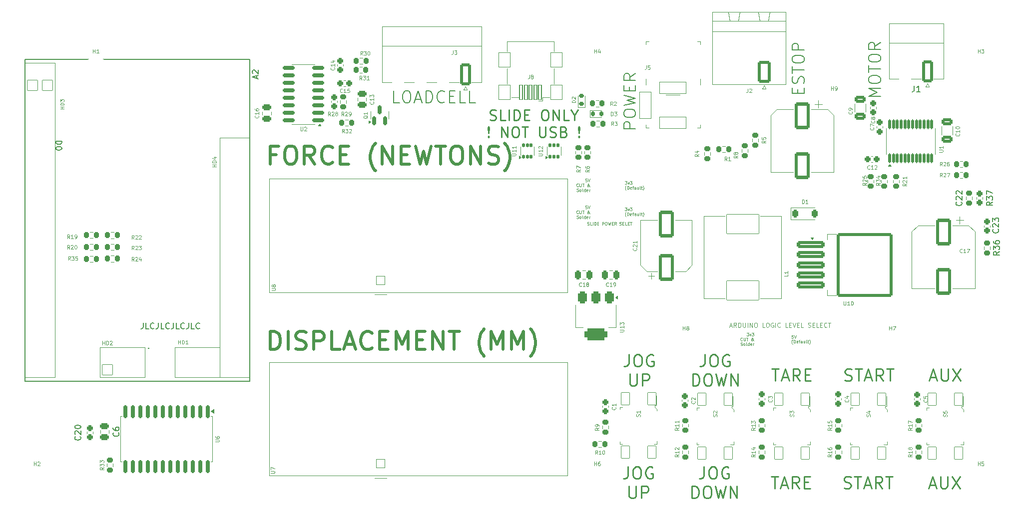
<source format=gbr>
%TF.GenerationSoftware,KiCad,Pcbnew,8.0.3*%
%TF.CreationDate,2024-08-04T18:58:25-04:00*%
%TF.ProjectId,UMTK,554d544b-2e6b-4696-9361-645f70636258,rev?*%
%TF.SameCoordinates,Original*%
%TF.FileFunction,Legend,Top*%
%TF.FilePolarity,Positive*%
%FSLAX46Y46*%
G04 Gerber Fmt 4.6, Leading zero omitted, Abs format (unit mm)*
G04 Created by KiCad (PCBNEW 8.0.3) date 2024-08-04 18:58:25*
%MOMM*%
%LPD*%
G01*
G04 APERTURE LIST*
G04 Aperture macros list*
%AMRoundRect*
0 Rectangle with rounded corners*
0 $1 Rounding radius*
0 $2 $3 $4 $5 $6 $7 $8 $9 X,Y pos of 4 corners*
0 Add a 4 corners polygon primitive as box body*
4,1,4,$2,$3,$4,$5,$6,$7,$8,$9,$2,$3,0*
0 Add four circle primitives for the rounded corners*
1,1,$1+$1,$2,$3*
1,1,$1+$1,$4,$5*
1,1,$1+$1,$6,$7*
1,1,$1+$1,$8,$9*
0 Add four rect primitives between the rounded corners*
20,1,$1+$1,$2,$3,$4,$5,0*
20,1,$1+$1,$4,$5,$6,$7,0*
20,1,$1+$1,$6,$7,$8,$9,0*
20,1,$1+$1,$8,$9,$2,$3,0*%
G04 Aperture macros list end*
%ADD10C,0.254000*%
%ADD11C,0.150000*%
%ADD12C,0.050800*%
%ADD13C,0.508000*%
%ADD14C,0.076200*%
%ADD15C,0.120000*%
%ADD16C,0.100000*%
%ADD17RoundRect,0.263889X0.686111X1.586111X-0.686111X1.586111X-0.686111X-1.586111X0.686111X-1.586111X0*%
%ADD18O,1.900000X3.700000*%
%ADD19RoundRect,0.275000X-0.500000X0.275000X-0.500000X-0.275000X0.500000X-0.275000X0.500000X0.275000X0*%
%ADD20RoundRect,0.250000X0.250000X0.275000X-0.250000X0.275000X-0.250000X-0.275000X0.250000X-0.275000X0*%
%ADD21RoundRect,0.225000X-0.300000X0.225000X-0.300000X-0.225000X0.300000X-0.225000X0.300000X0.225000X0*%
%ADD22RoundRect,0.225000X0.225000X0.300000X-0.225000X0.300000X-0.225000X-0.300000X0.225000X-0.300000X0*%
%ADD23RoundRect,0.175000X-0.225000X0.175000X-0.225000X-0.175000X0.225000X-0.175000X0.225000X0.175000X0*%
%ADD24C,4.100000*%
%ADD25RoundRect,0.225000X0.300000X-0.225000X0.300000X0.225000X-0.300000X0.225000X-0.300000X-0.225000X0*%
%ADD26RoundRect,0.175000X-0.175000X0.900000X-0.175000X-0.900000X0.175000X-0.900000X0.175000X0.900000X0*%
%ADD27RoundRect,0.250000X-0.275000X0.250000X-0.275000X-0.250000X0.275000X-0.250000X0.275000X0.250000X0*%
%ADD28RoundRect,0.272728X-2.077272X-0.327272X2.077272X-0.327272X2.077272X0.327272X-2.077272X0.327272X0*%
%ADD29RoundRect,0.252662X-4.497338X-5.197338X4.497338X-5.197338X4.497338X5.197338X-4.497338X5.197338X0*%
%ADD30RoundRect,0.125000X0.125000X-0.250000X0.125000X0.250000X-0.125000X0.250000X-0.125000X-0.250000X0*%
%ADD31RoundRect,0.225000X-0.225000X-0.300000X0.225000X-0.300000X0.225000X0.300000X-0.225000X0.300000X0*%
%ADD32RoundRect,0.271739X0.678261X-0.353261X0.678261X0.353261X-0.678261X0.353261X-0.678261X-0.353261X0*%
%ADD33RoundRect,0.275000X0.500000X-0.275000X0.500000X0.275000X-0.500000X0.275000X-0.500000X-0.275000X0*%
%ADD34RoundRect,0.260000X-1.040000X1.990000X-1.040000X-1.990000X1.040000X-1.990000X1.040000X1.990000X0*%
%ADD35RoundRect,0.400000X-0.400000X0.650000X-0.400000X-0.650000X0.400000X-0.650000X0.400000X0.650000X0*%
%ADD36RoundRect,0.525000X-1.425000X0.525000X-1.425000X-0.525000X1.425000X-0.525000X1.425000X0.525000X0*%
%ADD37RoundRect,0.175000X0.875000X0.175000X-0.875000X0.175000X-0.875000X-0.175000X0.875000X-0.175000X0*%
%ADD38RoundRect,0.050000X-2.250000X-1.000000X2.250000X-1.000000X2.250000X1.000000X-2.250000X1.000000X0*%
%ADD39RoundRect,0.050000X-1.000000X-2.250000X1.000000X-2.250000X1.000000X2.250000X-1.000000X2.250000X0*%
%ADD40RoundRect,0.050000X0.700000X1.050000X-0.700000X1.050000X-0.700000X-1.050000X0.700000X-1.050000X0*%
%ADD41RoundRect,0.050000X0.750000X-0.750000X0.750000X0.750000X-0.750000X0.750000X-0.750000X-0.750000X0*%
%ADD42C,1.600000*%
%ADD43RoundRect,0.260000X1.040000X-1.990000X1.040000X1.990000X-1.040000X1.990000X-1.040000X-1.990000X0*%
%ADD44RoundRect,0.175000X0.175000X0.225000X-0.175000X0.225000X-0.175000X-0.225000X0.175000X-0.225000X0*%
%ADD45RoundRect,0.250000X-0.250000X-0.400000X0.250000X-0.400000X0.250000X0.400000X-0.250000X0.400000X0*%
%ADD46RoundRect,0.250000X0.275000X-0.250000X0.275000X0.250000X-0.275000X0.250000X-0.275000X-0.250000X0*%
%ADD47C,1.000000*%
%ADD48RoundRect,0.050000X0.250000X1.250000X-0.250000X1.250000X-0.250000X-1.250000X0.250000X-1.250000X0*%
%ADD49RoundRect,0.050000X1.000000X1.250000X-1.000000X1.250000X-1.000000X-1.250000X1.000000X-1.250000X0*%
%ADD50R,4.680000X2.400000*%
%ADD51RoundRect,0.125000X0.125000X-0.712500X0.125000X0.712500X-0.125000X0.712500X-0.125000X-0.712500X0*%
%ADD52RoundRect,0.175000X0.175000X-0.612500X0.175000X0.612500X-0.175000X0.612500X-0.175000X-0.612500X0*%
%ADD53RoundRect,0.275000X0.275000X0.500000X-0.275000X0.500000X-0.275000X-0.500000X0.275000X-0.500000X0*%
%ADD54O,1.827200X1.827200*%
%ADD55RoundRect,0.050000X-0.863600X0.863600X-0.863600X-0.863600X0.863600X-0.863600X0.863600X0.863600X0*%
%ADD56RoundRect,0.262019X0.827981X1.587981X-0.827981X1.587981X-0.827981X-1.587981X0.827981X-1.587981X0*%
%ADD57O,2.180000X3.700000*%
%ADD58RoundRect,0.250000X-0.250000X-0.275000X0.250000X-0.275000X0.250000X0.275000X-0.250000X0.275000X0*%
%ADD59RoundRect,0.050000X-2.750000X1.625000X-2.750000X-1.625000X2.750000X-1.625000X2.750000X1.625000X0*%
G04 APERTURE END LIST*
D10*
X149613333Y-75894833D02*
X150774476Y-75894833D01*
X150193905Y-77926833D02*
X150193905Y-75894833D01*
X151355047Y-77346262D02*
X152322666Y-77346262D01*
X151161523Y-77926833D02*
X151838857Y-75894833D01*
X151838857Y-75894833D02*
X152516190Y-77926833D01*
X154354666Y-77926833D02*
X153677333Y-76959214D01*
X153193523Y-77926833D02*
X153193523Y-75894833D01*
X153193523Y-75894833D02*
X153967618Y-75894833D01*
X153967618Y-75894833D02*
X154161142Y-75991595D01*
X154161142Y-75991595D02*
X154257904Y-76088357D01*
X154257904Y-76088357D02*
X154354666Y-76281881D01*
X154354666Y-76281881D02*
X154354666Y-76572167D01*
X154354666Y-76572167D02*
X154257904Y-76765691D01*
X154257904Y-76765691D02*
X154161142Y-76862452D01*
X154161142Y-76862452D02*
X153967618Y-76959214D01*
X153967618Y-76959214D02*
X153193523Y-76959214D01*
X155225523Y-76862452D02*
X155902856Y-76862452D01*
X156193142Y-77926833D02*
X155225523Y-77926833D01*
X155225523Y-77926833D02*
X155225523Y-75894833D01*
X155225523Y-75894833D02*
X156193142Y-75894833D01*
X176357190Y-95596262D02*
X177324809Y-95596262D01*
X176163666Y-96176833D02*
X176841000Y-94144833D01*
X176841000Y-94144833D02*
X177518333Y-96176833D01*
X178195666Y-94144833D02*
X178195666Y-95789786D01*
X178195666Y-95789786D02*
X178292428Y-95983310D01*
X178292428Y-95983310D02*
X178389190Y-96080072D01*
X178389190Y-96080072D02*
X178582714Y-96176833D01*
X178582714Y-96176833D02*
X178969761Y-96176833D01*
X178969761Y-96176833D02*
X179163285Y-96080072D01*
X179163285Y-96080072D02*
X179260047Y-95983310D01*
X179260047Y-95983310D02*
X179356809Y-95789786D01*
X179356809Y-95789786D02*
X179356809Y-94144833D01*
X180130904Y-94144833D02*
X181485571Y-96176833D01*
X181485571Y-94144833D02*
X180130904Y-96176833D01*
X101853999Y-33652053D02*
X102107999Y-33736719D01*
X102107999Y-33736719D02*
X102531333Y-33736719D01*
X102531333Y-33736719D02*
X102700666Y-33652053D01*
X102700666Y-33652053D02*
X102785333Y-33567386D01*
X102785333Y-33567386D02*
X102869999Y-33398053D01*
X102869999Y-33398053D02*
X102869999Y-33228719D01*
X102869999Y-33228719D02*
X102785333Y-33059386D01*
X102785333Y-33059386D02*
X102700666Y-32974719D01*
X102700666Y-32974719D02*
X102531333Y-32890053D01*
X102531333Y-32890053D02*
X102192666Y-32805386D01*
X102192666Y-32805386D02*
X102023333Y-32720719D01*
X102023333Y-32720719D02*
X101938666Y-32636053D01*
X101938666Y-32636053D02*
X101853999Y-32466719D01*
X101853999Y-32466719D02*
X101853999Y-32297386D01*
X101853999Y-32297386D02*
X101938666Y-32128053D01*
X101938666Y-32128053D02*
X102023333Y-32043386D01*
X102023333Y-32043386D02*
X102192666Y-31958719D01*
X102192666Y-31958719D02*
X102615999Y-31958719D01*
X102615999Y-31958719D02*
X102869999Y-32043386D01*
X104478666Y-33736719D02*
X103631999Y-33736719D01*
X103631999Y-33736719D02*
X103631999Y-31958719D01*
X105071332Y-33736719D02*
X105071332Y-31958719D01*
X105917999Y-33736719D02*
X105917999Y-31958719D01*
X105917999Y-31958719D02*
X106341332Y-31958719D01*
X106341332Y-31958719D02*
X106595332Y-32043386D01*
X106595332Y-32043386D02*
X106764666Y-32212719D01*
X106764666Y-32212719D02*
X106849332Y-32382053D01*
X106849332Y-32382053D02*
X106933999Y-32720719D01*
X106933999Y-32720719D02*
X106933999Y-32974719D01*
X106933999Y-32974719D02*
X106849332Y-33313386D01*
X106849332Y-33313386D02*
X106764666Y-33482719D01*
X106764666Y-33482719D02*
X106595332Y-33652053D01*
X106595332Y-33652053D02*
X106341332Y-33736719D01*
X106341332Y-33736719D02*
X105917999Y-33736719D01*
X107695999Y-32805386D02*
X108288666Y-32805386D01*
X108542666Y-33736719D02*
X107695999Y-33736719D01*
X107695999Y-33736719D02*
X107695999Y-31958719D01*
X107695999Y-31958719D02*
X108542666Y-31958719D01*
X110998000Y-31958719D02*
X111336666Y-31958719D01*
X111336666Y-31958719D02*
X111506000Y-32043386D01*
X111506000Y-32043386D02*
X111675333Y-32212719D01*
X111675333Y-32212719D02*
X111760000Y-32551386D01*
X111760000Y-32551386D02*
X111760000Y-33144053D01*
X111760000Y-33144053D02*
X111675333Y-33482719D01*
X111675333Y-33482719D02*
X111506000Y-33652053D01*
X111506000Y-33652053D02*
X111336666Y-33736719D01*
X111336666Y-33736719D02*
X110998000Y-33736719D01*
X110998000Y-33736719D02*
X110828666Y-33652053D01*
X110828666Y-33652053D02*
X110659333Y-33482719D01*
X110659333Y-33482719D02*
X110574666Y-33144053D01*
X110574666Y-33144053D02*
X110574666Y-32551386D01*
X110574666Y-32551386D02*
X110659333Y-32212719D01*
X110659333Y-32212719D02*
X110828666Y-32043386D01*
X110828666Y-32043386D02*
X110998000Y-31958719D01*
X112522000Y-33736719D02*
X112522000Y-31958719D01*
X112522000Y-31958719D02*
X113538000Y-33736719D01*
X113538000Y-33736719D02*
X113538000Y-31958719D01*
X115231334Y-33736719D02*
X114384667Y-33736719D01*
X114384667Y-33736719D02*
X114384667Y-31958719D01*
X116162667Y-32890053D02*
X116162667Y-33736719D01*
X115570000Y-31958719D02*
X116162667Y-32890053D01*
X116162667Y-32890053D02*
X116755333Y-31958719D01*
X101557665Y-36429866D02*
X101642332Y-36514533D01*
X101642332Y-36514533D02*
X101557665Y-36599199D01*
X101557665Y-36599199D02*
X101472998Y-36514533D01*
X101472998Y-36514533D02*
X101557665Y-36429866D01*
X101557665Y-36429866D02*
X101557665Y-36599199D01*
X101557665Y-35921866D02*
X101472998Y-34905866D01*
X101472998Y-34905866D02*
X101557665Y-34821199D01*
X101557665Y-34821199D02*
X101642332Y-34905866D01*
X101642332Y-34905866D02*
X101557665Y-35921866D01*
X101557665Y-35921866D02*
X101557665Y-34821199D01*
X103758999Y-36599199D02*
X103758999Y-34821199D01*
X103758999Y-34821199D02*
X104774999Y-36599199D01*
X104774999Y-36599199D02*
X104774999Y-34821199D01*
X105960333Y-34821199D02*
X106298999Y-34821199D01*
X106298999Y-34821199D02*
X106468333Y-34905866D01*
X106468333Y-34905866D02*
X106637666Y-35075199D01*
X106637666Y-35075199D02*
X106722333Y-35413866D01*
X106722333Y-35413866D02*
X106722333Y-36006533D01*
X106722333Y-36006533D02*
X106637666Y-36345199D01*
X106637666Y-36345199D02*
X106468333Y-36514533D01*
X106468333Y-36514533D02*
X106298999Y-36599199D01*
X106298999Y-36599199D02*
X105960333Y-36599199D01*
X105960333Y-36599199D02*
X105790999Y-36514533D01*
X105790999Y-36514533D02*
X105621666Y-36345199D01*
X105621666Y-36345199D02*
X105536999Y-36006533D01*
X105536999Y-36006533D02*
X105536999Y-35413866D01*
X105536999Y-35413866D02*
X105621666Y-35075199D01*
X105621666Y-35075199D02*
X105790999Y-34905866D01*
X105790999Y-34905866D02*
X105960333Y-34821199D01*
X107230333Y-34821199D02*
X108246333Y-34821199D01*
X107738333Y-36599199D02*
X107738333Y-34821199D01*
X110193667Y-34821199D02*
X110193667Y-36260533D01*
X110193667Y-36260533D02*
X110278334Y-36429866D01*
X110278334Y-36429866D02*
X110363000Y-36514533D01*
X110363000Y-36514533D02*
X110532334Y-36599199D01*
X110532334Y-36599199D02*
X110871000Y-36599199D01*
X110871000Y-36599199D02*
X111040334Y-36514533D01*
X111040334Y-36514533D02*
X111125000Y-36429866D01*
X111125000Y-36429866D02*
X111209667Y-36260533D01*
X111209667Y-36260533D02*
X111209667Y-34821199D01*
X111971667Y-36514533D02*
X112225667Y-36599199D01*
X112225667Y-36599199D02*
X112649001Y-36599199D01*
X112649001Y-36599199D02*
X112818334Y-36514533D01*
X112818334Y-36514533D02*
X112903001Y-36429866D01*
X112903001Y-36429866D02*
X112987667Y-36260533D01*
X112987667Y-36260533D02*
X112987667Y-36091199D01*
X112987667Y-36091199D02*
X112903001Y-35921866D01*
X112903001Y-35921866D02*
X112818334Y-35837199D01*
X112818334Y-35837199D02*
X112649001Y-35752533D01*
X112649001Y-35752533D02*
X112310334Y-35667866D01*
X112310334Y-35667866D02*
X112141001Y-35583199D01*
X112141001Y-35583199D02*
X112056334Y-35498533D01*
X112056334Y-35498533D02*
X111971667Y-35329199D01*
X111971667Y-35329199D02*
X111971667Y-35159866D01*
X111971667Y-35159866D02*
X112056334Y-34990533D01*
X112056334Y-34990533D02*
X112141001Y-34905866D01*
X112141001Y-34905866D02*
X112310334Y-34821199D01*
X112310334Y-34821199D02*
X112733667Y-34821199D01*
X112733667Y-34821199D02*
X112987667Y-34905866D01*
X114342334Y-35667866D02*
X114596334Y-35752533D01*
X114596334Y-35752533D02*
X114681000Y-35837199D01*
X114681000Y-35837199D02*
X114765667Y-36006533D01*
X114765667Y-36006533D02*
X114765667Y-36260533D01*
X114765667Y-36260533D02*
X114681000Y-36429866D01*
X114681000Y-36429866D02*
X114596334Y-36514533D01*
X114596334Y-36514533D02*
X114427000Y-36599199D01*
X114427000Y-36599199D02*
X113749667Y-36599199D01*
X113749667Y-36599199D02*
X113749667Y-34821199D01*
X113749667Y-34821199D02*
X114342334Y-34821199D01*
X114342334Y-34821199D02*
X114511667Y-34905866D01*
X114511667Y-34905866D02*
X114596334Y-34990533D01*
X114596334Y-34990533D02*
X114681000Y-35159866D01*
X114681000Y-35159866D02*
X114681000Y-35329199D01*
X114681000Y-35329199D02*
X114596334Y-35498533D01*
X114596334Y-35498533D02*
X114511667Y-35583199D01*
X114511667Y-35583199D02*
X114342334Y-35667866D01*
X114342334Y-35667866D02*
X113749667Y-35667866D01*
X116882334Y-36429866D02*
X116967001Y-36514533D01*
X116967001Y-36514533D02*
X116882334Y-36599199D01*
X116882334Y-36599199D02*
X116797667Y-36514533D01*
X116797667Y-36514533D02*
X116882334Y-36429866D01*
X116882334Y-36429866D02*
X116882334Y-36599199D01*
X116882334Y-35921866D02*
X116797667Y-34905866D01*
X116797667Y-34905866D02*
X116882334Y-34821199D01*
X116882334Y-34821199D02*
X116967001Y-34905866D01*
X116967001Y-34905866D02*
X116882334Y-35921866D01*
X116882334Y-35921866D02*
X116882334Y-34821199D01*
D11*
X43040493Y-68084819D02*
X43040493Y-68799104D01*
X43040493Y-68799104D02*
X42992874Y-68941961D01*
X42992874Y-68941961D02*
X42897636Y-69037200D01*
X42897636Y-69037200D02*
X42754779Y-69084819D01*
X42754779Y-69084819D02*
X42659541Y-69084819D01*
X43992874Y-69084819D02*
X43516684Y-69084819D01*
X43516684Y-69084819D02*
X43516684Y-68084819D01*
X44897636Y-68989580D02*
X44850017Y-69037200D01*
X44850017Y-69037200D02*
X44707160Y-69084819D01*
X44707160Y-69084819D02*
X44611922Y-69084819D01*
X44611922Y-69084819D02*
X44469065Y-69037200D01*
X44469065Y-69037200D02*
X44373827Y-68941961D01*
X44373827Y-68941961D02*
X44326208Y-68846723D01*
X44326208Y-68846723D02*
X44278589Y-68656247D01*
X44278589Y-68656247D02*
X44278589Y-68513390D01*
X44278589Y-68513390D02*
X44326208Y-68322914D01*
X44326208Y-68322914D02*
X44373827Y-68227676D01*
X44373827Y-68227676D02*
X44469065Y-68132438D01*
X44469065Y-68132438D02*
X44611922Y-68084819D01*
X44611922Y-68084819D02*
X44707160Y-68084819D01*
X44707160Y-68084819D02*
X44850017Y-68132438D01*
X44850017Y-68132438D02*
X44897636Y-68180057D01*
X45611922Y-68084819D02*
X45611922Y-68799104D01*
X45611922Y-68799104D02*
X45564303Y-68941961D01*
X45564303Y-68941961D02*
X45469065Y-69037200D01*
X45469065Y-69037200D02*
X45326208Y-69084819D01*
X45326208Y-69084819D02*
X45230970Y-69084819D01*
X46564303Y-69084819D02*
X46088113Y-69084819D01*
X46088113Y-69084819D02*
X46088113Y-68084819D01*
X47469065Y-68989580D02*
X47421446Y-69037200D01*
X47421446Y-69037200D02*
X47278589Y-69084819D01*
X47278589Y-69084819D02*
X47183351Y-69084819D01*
X47183351Y-69084819D02*
X47040494Y-69037200D01*
X47040494Y-69037200D02*
X46945256Y-68941961D01*
X46945256Y-68941961D02*
X46897637Y-68846723D01*
X46897637Y-68846723D02*
X46850018Y-68656247D01*
X46850018Y-68656247D02*
X46850018Y-68513390D01*
X46850018Y-68513390D02*
X46897637Y-68322914D01*
X46897637Y-68322914D02*
X46945256Y-68227676D01*
X46945256Y-68227676D02*
X47040494Y-68132438D01*
X47040494Y-68132438D02*
X47183351Y-68084819D01*
X47183351Y-68084819D02*
X47278589Y-68084819D01*
X47278589Y-68084819D02*
X47421446Y-68132438D01*
X47421446Y-68132438D02*
X47469065Y-68180057D01*
X48183351Y-68084819D02*
X48183351Y-68799104D01*
X48183351Y-68799104D02*
X48135732Y-68941961D01*
X48135732Y-68941961D02*
X48040494Y-69037200D01*
X48040494Y-69037200D02*
X47897637Y-69084819D01*
X47897637Y-69084819D02*
X47802399Y-69084819D01*
X49135732Y-69084819D02*
X48659542Y-69084819D01*
X48659542Y-69084819D02*
X48659542Y-68084819D01*
X50040494Y-68989580D02*
X49992875Y-69037200D01*
X49992875Y-69037200D02*
X49850018Y-69084819D01*
X49850018Y-69084819D02*
X49754780Y-69084819D01*
X49754780Y-69084819D02*
X49611923Y-69037200D01*
X49611923Y-69037200D02*
X49516685Y-68941961D01*
X49516685Y-68941961D02*
X49469066Y-68846723D01*
X49469066Y-68846723D02*
X49421447Y-68656247D01*
X49421447Y-68656247D02*
X49421447Y-68513390D01*
X49421447Y-68513390D02*
X49469066Y-68322914D01*
X49469066Y-68322914D02*
X49516685Y-68227676D01*
X49516685Y-68227676D02*
X49611923Y-68132438D01*
X49611923Y-68132438D02*
X49754780Y-68084819D01*
X49754780Y-68084819D02*
X49850018Y-68084819D01*
X49850018Y-68084819D02*
X49992875Y-68132438D01*
X49992875Y-68132438D02*
X50040494Y-68180057D01*
X50754780Y-68084819D02*
X50754780Y-68799104D01*
X50754780Y-68799104D02*
X50707161Y-68941961D01*
X50707161Y-68941961D02*
X50611923Y-69037200D01*
X50611923Y-69037200D02*
X50469066Y-69084819D01*
X50469066Y-69084819D02*
X50373828Y-69084819D01*
X51707161Y-69084819D02*
X51230971Y-69084819D01*
X51230971Y-69084819D02*
X51230971Y-68084819D01*
X52611923Y-68989580D02*
X52564304Y-69037200D01*
X52564304Y-69037200D02*
X52421447Y-69084819D01*
X52421447Y-69084819D02*
X52326209Y-69084819D01*
X52326209Y-69084819D02*
X52183352Y-69037200D01*
X52183352Y-69037200D02*
X52088114Y-68941961D01*
X52088114Y-68941961D02*
X52040495Y-68846723D01*
X52040495Y-68846723D02*
X51992876Y-68656247D01*
X51992876Y-68656247D02*
X51992876Y-68513390D01*
X51992876Y-68513390D02*
X52040495Y-68322914D01*
X52040495Y-68322914D02*
X52088114Y-68227676D01*
X52088114Y-68227676D02*
X52183352Y-68132438D01*
X52183352Y-68132438D02*
X52326209Y-68084819D01*
X52326209Y-68084819D02*
X52421447Y-68084819D01*
X52421447Y-68084819D02*
X52564304Y-68132438D01*
X52564304Y-68132438D02*
X52611923Y-68180057D01*
D10*
X161984381Y-77830072D02*
X162274667Y-77926833D01*
X162274667Y-77926833D02*
X162758476Y-77926833D01*
X162758476Y-77926833D02*
X162952000Y-77830072D01*
X162952000Y-77830072D02*
X163048762Y-77733310D01*
X163048762Y-77733310D02*
X163145524Y-77539786D01*
X163145524Y-77539786D02*
X163145524Y-77346262D01*
X163145524Y-77346262D02*
X163048762Y-77152738D01*
X163048762Y-77152738D02*
X162952000Y-77055976D01*
X162952000Y-77055976D02*
X162758476Y-76959214D01*
X162758476Y-76959214D02*
X162371429Y-76862452D01*
X162371429Y-76862452D02*
X162177905Y-76765691D01*
X162177905Y-76765691D02*
X162081143Y-76668929D01*
X162081143Y-76668929D02*
X161984381Y-76475405D01*
X161984381Y-76475405D02*
X161984381Y-76281881D01*
X161984381Y-76281881D02*
X162081143Y-76088357D01*
X162081143Y-76088357D02*
X162177905Y-75991595D01*
X162177905Y-75991595D02*
X162371429Y-75894833D01*
X162371429Y-75894833D02*
X162855238Y-75894833D01*
X162855238Y-75894833D02*
X163145524Y-75991595D01*
X163726095Y-75894833D02*
X164887238Y-75894833D01*
X164306667Y-77926833D02*
X164306667Y-75894833D01*
X165467809Y-77346262D02*
X166435428Y-77346262D01*
X165274285Y-77926833D02*
X165951619Y-75894833D01*
X165951619Y-75894833D02*
X166628952Y-77926833D01*
X168467428Y-77926833D02*
X167790095Y-76959214D01*
X167306285Y-77926833D02*
X167306285Y-75894833D01*
X167306285Y-75894833D02*
X168080380Y-75894833D01*
X168080380Y-75894833D02*
X168273904Y-75991595D01*
X168273904Y-75991595D02*
X168370666Y-76088357D01*
X168370666Y-76088357D02*
X168467428Y-76281881D01*
X168467428Y-76281881D02*
X168467428Y-76572167D01*
X168467428Y-76572167D02*
X168370666Y-76765691D01*
X168370666Y-76765691D02*
X168273904Y-76862452D01*
X168273904Y-76862452D02*
X168080380Y-76959214D01*
X168080380Y-76959214D02*
X167306285Y-76959214D01*
X169047999Y-75894833D02*
X170209142Y-75894833D01*
X169628571Y-77926833D02*
X169628571Y-75894833D01*
X161857381Y-96080072D02*
X162147667Y-96176833D01*
X162147667Y-96176833D02*
X162631476Y-96176833D01*
X162631476Y-96176833D02*
X162825000Y-96080072D01*
X162825000Y-96080072D02*
X162921762Y-95983310D01*
X162921762Y-95983310D02*
X163018524Y-95789786D01*
X163018524Y-95789786D02*
X163018524Y-95596262D01*
X163018524Y-95596262D02*
X162921762Y-95402738D01*
X162921762Y-95402738D02*
X162825000Y-95305976D01*
X162825000Y-95305976D02*
X162631476Y-95209214D01*
X162631476Y-95209214D02*
X162244429Y-95112452D01*
X162244429Y-95112452D02*
X162050905Y-95015691D01*
X162050905Y-95015691D02*
X161954143Y-94918929D01*
X161954143Y-94918929D02*
X161857381Y-94725405D01*
X161857381Y-94725405D02*
X161857381Y-94531881D01*
X161857381Y-94531881D02*
X161954143Y-94338357D01*
X161954143Y-94338357D02*
X162050905Y-94241595D01*
X162050905Y-94241595D02*
X162244429Y-94144833D01*
X162244429Y-94144833D02*
X162728238Y-94144833D01*
X162728238Y-94144833D02*
X163018524Y-94241595D01*
X163599095Y-94144833D02*
X164760238Y-94144833D01*
X164179667Y-96176833D02*
X164179667Y-94144833D01*
X165340809Y-95596262D02*
X166308428Y-95596262D01*
X165147285Y-96176833D02*
X165824619Y-94144833D01*
X165824619Y-94144833D02*
X166501952Y-96176833D01*
X168340428Y-96176833D02*
X167663095Y-95209214D01*
X167179285Y-96176833D02*
X167179285Y-94144833D01*
X167179285Y-94144833D02*
X167953380Y-94144833D01*
X167953380Y-94144833D02*
X168146904Y-94241595D01*
X168146904Y-94241595D02*
X168243666Y-94338357D01*
X168243666Y-94338357D02*
X168340428Y-94531881D01*
X168340428Y-94531881D02*
X168340428Y-94822167D01*
X168340428Y-94822167D02*
X168243666Y-95015691D01*
X168243666Y-95015691D02*
X168146904Y-95112452D01*
X168146904Y-95112452D02*
X167953380Y-95209214D01*
X167953380Y-95209214D02*
X167179285Y-95209214D01*
X168920999Y-94144833D02*
X170082142Y-94144833D01*
X169501571Y-96176833D02*
X169501571Y-94144833D01*
D12*
X124692992Y-44075336D02*
X125007468Y-44075336D01*
X125007468Y-44075336D02*
X124838135Y-44268860D01*
X124838135Y-44268860D02*
X124910706Y-44268860D01*
X124910706Y-44268860D02*
X124959087Y-44293050D01*
X124959087Y-44293050D02*
X124983278Y-44317241D01*
X124983278Y-44317241D02*
X125007468Y-44365622D01*
X125007468Y-44365622D02*
X125007468Y-44486574D01*
X125007468Y-44486574D02*
X124983278Y-44534955D01*
X124983278Y-44534955D02*
X124959087Y-44559146D01*
X124959087Y-44559146D02*
X124910706Y-44583336D01*
X124910706Y-44583336D02*
X124765563Y-44583336D01*
X124765563Y-44583336D02*
X124717182Y-44559146D01*
X124717182Y-44559146D02*
X124692992Y-44534955D01*
X125176802Y-44244669D02*
X125297754Y-44583336D01*
X125297754Y-44583336D02*
X125418707Y-44244669D01*
X125563850Y-44075336D02*
X125878326Y-44075336D01*
X125878326Y-44075336D02*
X125708993Y-44268860D01*
X125708993Y-44268860D02*
X125781564Y-44268860D01*
X125781564Y-44268860D02*
X125829945Y-44293050D01*
X125829945Y-44293050D02*
X125854136Y-44317241D01*
X125854136Y-44317241D02*
X125878326Y-44365622D01*
X125878326Y-44365622D02*
X125878326Y-44486574D01*
X125878326Y-44486574D02*
X125854136Y-44534955D01*
X125854136Y-44534955D02*
X125829945Y-44559146D01*
X125829945Y-44559146D02*
X125781564Y-44583336D01*
X125781564Y-44583336D02*
X125636421Y-44583336D01*
X125636421Y-44583336D02*
X125588040Y-44559146D01*
X125588040Y-44559146D02*
X125563850Y-44534955D01*
X124886516Y-45594712D02*
X124862325Y-45570521D01*
X124862325Y-45570521D02*
X124813944Y-45497950D01*
X124813944Y-45497950D02*
X124789754Y-45449569D01*
X124789754Y-45449569D02*
X124765563Y-45376998D01*
X124765563Y-45376998D02*
X124741373Y-45256045D01*
X124741373Y-45256045D02*
X124741373Y-45159283D01*
X124741373Y-45159283D02*
X124765563Y-45038331D01*
X124765563Y-45038331D02*
X124789754Y-44965759D01*
X124789754Y-44965759D02*
X124813944Y-44917378D01*
X124813944Y-44917378D02*
X124862325Y-44844807D01*
X124862325Y-44844807D02*
X124886516Y-44820617D01*
X125080040Y-45401188D02*
X125080040Y-44893188D01*
X125080040Y-44893188D02*
X125200992Y-44893188D01*
X125200992Y-44893188D02*
X125273564Y-44917378D01*
X125273564Y-44917378D02*
X125321945Y-44965759D01*
X125321945Y-44965759D02*
X125346135Y-45014140D01*
X125346135Y-45014140D02*
X125370326Y-45110902D01*
X125370326Y-45110902D02*
X125370326Y-45183474D01*
X125370326Y-45183474D02*
X125346135Y-45280236D01*
X125346135Y-45280236D02*
X125321945Y-45328617D01*
X125321945Y-45328617D02*
X125273564Y-45376998D01*
X125273564Y-45376998D02*
X125200992Y-45401188D01*
X125200992Y-45401188D02*
X125080040Y-45401188D01*
X125781564Y-45376998D02*
X125733183Y-45401188D01*
X125733183Y-45401188D02*
X125636421Y-45401188D01*
X125636421Y-45401188D02*
X125588040Y-45376998D01*
X125588040Y-45376998D02*
X125563849Y-45328617D01*
X125563849Y-45328617D02*
X125563849Y-45135093D01*
X125563849Y-45135093D02*
X125588040Y-45086712D01*
X125588040Y-45086712D02*
X125636421Y-45062521D01*
X125636421Y-45062521D02*
X125733183Y-45062521D01*
X125733183Y-45062521D02*
X125781564Y-45086712D01*
X125781564Y-45086712D02*
X125805754Y-45135093D01*
X125805754Y-45135093D02*
X125805754Y-45183474D01*
X125805754Y-45183474D02*
X125563849Y-45231855D01*
X125950897Y-45062521D02*
X126144421Y-45062521D01*
X126023469Y-45401188D02*
X126023469Y-44965759D01*
X126023469Y-44965759D02*
X126047659Y-44917378D01*
X126047659Y-44917378D02*
X126096040Y-44893188D01*
X126096040Y-44893188D02*
X126144421Y-44893188D01*
X126531469Y-45401188D02*
X126531469Y-45135093D01*
X126531469Y-45135093D02*
X126507279Y-45086712D01*
X126507279Y-45086712D02*
X126458898Y-45062521D01*
X126458898Y-45062521D02*
X126362136Y-45062521D01*
X126362136Y-45062521D02*
X126313755Y-45086712D01*
X126531469Y-45376998D02*
X126483088Y-45401188D01*
X126483088Y-45401188D02*
X126362136Y-45401188D01*
X126362136Y-45401188D02*
X126313755Y-45376998D01*
X126313755Y-45376998D02*
X126289564Y-45328617D01*
X126289564Y-45328617D02*
X126289564Y-45280236D01*
X126289564Y-45280236D02*
X126313755Y-45231855D01*
X126313755Y-45231855D02*
X126362136Y-45207664D01*
X126362136Y-45207664D02*
X126483088Y-45207664D01*
X126483088Y-45207664D02*
X126531469Y-45183474D01*
X126991088Y-45062521D02*
X126991088Y-45401188D01*
X126773374Y-45062521D02*
X126773374Y-45328617D01*
X126773374Y-45328617D02*
X126797564Y-45376998D01*
X126797564Y-45376998D02*
X126845945Y-45401188D01*
X126845945Y-45401188D02*
X126918517Y-45401188D01*
X126918517Y-45401188D02*
X126966898Y-45376998D01*
X126966898Y-45376998D02*
X126991088Y-45352807D01*
X127305564Y-45401188D02*
X127257183Y-45376998D01*
X127257183Y-45376998D02*
X127232993Y-45328617D01*
X127232993Y-45328617D02*
X127232993Y-44893188D01*
X127426516Y-45062521D02*
X127620040Y-45062521D01*
X127499088Y-44893188D02*
X127499088Y-45328617D01*
X127499088Y-45328617D02*
X127523278Y-45376998D01*
X127523278Y-45376998D02*
X127571659Y-45401188D01*
X127571659Y-45401188D02*
X127620040Y-45401188D01*
X127740993Y-45594712D02*
X127765183Y-45570521D01*
X127765183Y-45570521D02*
X127813564Y-45497950D01*
X127813564Y-45497950D02*
X127837755Y-45449569D01*
X127837755Y-45449569D02*
X127861945Y-45376998D01*
X127861945Y-45376998D02*
X127886136Y-45256045D01*
X127886136Y-45256045D02*
X127886136Y-45159283D01*
X127886136Y-45159283D02*
X127861945Y-45038331D01*
X127861945Y-45038331D02*
X127837755Y-44965759D01*
X127837755Y-44965759D02*
X127813564Y-44917378D01*
X127813564Y-44917378D02*
X127765183Y-44844807D01*
X127765183Y-44844807D02*
X127740993Y-44820617D01*
X118337182Y-51472998D02*
X118409754Y-51497188D01*
X118409754Y-51497188D02*
X118530706Y-51497188D01*
X118530706Y-51497188D02*
X118579087Y-51472998D01*
X118579087Y-51472998D02*
X118603278Y-51448807D01*
X118603278Y-51448807D02*
X118627468Y-51400426D01*
X118627468Y-51400426D02*
X118627468Y-51352045D01*
X118627468Y-51352045D02*
X118603278Y-51303664D01*
X118603278Y-51303664D02*
X118579087Y-51279474D01*
X118579087Y-51279474D02*
X118530706Y-51255283D01*
X118530706Y-51255283D02*
X118433944Y-51231093D01*
X118433944Y-51231093D02*
X118385563Y-51206902D01*
X118385563Y-51206902D02*
X118361373Y-51182712D01*
X118361373Y-51182712D02*
X118337182Y-51134331D01*
X118337182Y-51134331D02*
X118337182Y-51085950D01*
X118337182Y-51085950D02*
X118361373Y-51037569D01*
X118361373Y-51037569D02*
X118385563Y-51013378D01*
X118385563Y-51013378D02*
X118433944Y-50989188D01*
X118433944Y-50989188D02*
X118554897Y-50989188D01*
X118554897Y-50989188D02*
X118627468Y-51013378D01*
X119087088Y-51497188D02*
X118845183Y-51497188D01*
X118845183Y-51497188D02*
X118845183Y-50989188D01*
X119256421Y-51497188D02*
X119256421Y-50989188D01*
X119498326Y-51497188D02*
X119498326Y-50989188D01*
X119498326Y-50989188D02*
X119619278Y-50989188D01*
X119619278Y-50989188D02*
X119691850Y-51013378D01*
X119691850Y-51013378D02*
X119740231Y-51061759D01*
X119740231Y-51061759D02*
X119764421Y-51110140D01*
X119764421Y-51110140D02*
X119788612Y-51206902D01*
X119788612Y-51206902D02*
X119788612Y-51279474D01*
X119788612Y-51279474D02*
X119764421Y-51376236D01*
X119764421Y-51376236D02*
X119740231Y-51424617D01*
X119740231Y-51424617D02*
X119691850Y-51472998D01*
X119691850Y-51472998D02*
X119619278Y-51497188D01*
X119619278Y-51497188D02*
X119498326Y-51497188D01*
X120006326Y-51231093D02*
X120175659Y-51231093D01*
X120248231Y-51497188D02*
X120006326Y-51497188D01*
X120006326Y-51497188D02*
X120006326Y-50989188D01*
X120006326Y-50989188D02*
X120248231Y-50989188D01*
X120852993Y-51497188D02*
X120852993Y-50989188D01*
X120852993Y-50989188D02*
X121046517Y-50989188D01*
X121046517Y-50989188D02*
X121094898Y-51013378D01*
X121094898Y-51013378D02*
X121119088Y-51037569D01*
X121119088Y-51037569D02*
X121143279Y-51085950D01*
X121143279Y-51085950D02*
X121143279Y-51158521D01*
X121143279Y-51158521D02*
X121119088Y-51206902D01*
X121119088Y-51206902D02*
X121094898Y-51231093D01*
X121094898Y-51231093D02*
X121046517Y-51255283D01*
X121046517Y-51255283D02*
X120852993Y-51255283D01*
X121457755Y-50989188D02*
X121554517Y-50989188D01*
X121554517Y-50989188D02*
X121602898Y-51013378D01*
X121602898Y-51013378D02*
X121651279Y-51061759D01*
X121651279Y-51061759D02*
X121675469Y-51158521D01*
X121675469Y-51158521D02*
X121675469Y-51327855D01*
X121675469Y-51327855D02*
X121651279Y-51424617D01*
X121651279Y-51424617D02*
X121602898Y-51472998D01*
X121602898Y-51472998D02*
X121554517Y-51497188D01*
X121554517Y-51497188D02*
X121457755Y-51497188D01*
X121457755Y-51497188D02*
X121409374Y-51472998D01*
X121409374Y-51472998D02*
X121360993Y-51424617D01*
X121360993Y-51424617D02*
X121336802Y-51327855D01*
X121336802Y-51327855D02*
X121336802Y-51158521D01*
X121336802Y-51158521D02*
X121360993Y-51061759D01*
X121360993Y-51061759D02*
X121409374Y-51013378D01*
X121409374Y-51013378D02*
X121457755Y-50989188D01*
X121844802Y-50989188D02*
X121965754Y-51497188D01*
X121965754Y-51497188D02*
X122062516Y-51134331D01*
X122062516Y-51134331D02*
X122159278Y-51497188D01*
X122159278Y-51497188D02*
X122280231Y-50989188D01*
X122473754Y-51231093D02*
X122643087Y-51231093D01*
X122715659Y-51497188D02*
X122473754Y-51497188D01*
X122473754Y-51497188D02*
X122473754Y-50989188D01*
X122473754Y-50989188D02*
X122715659Y-50989188D01*
X123223659Y-51497188D02*
X123054325Y-51255283D01*
X122933373Y-51497188D02*
X122933373Y-50989188D01*
X122933373Y-50989188D02*
X123126897Y-50989188D01*
X123126897Y-50989188D02*
X123175278Y-51013378D01*
X123175278Y-51013378D02*
X123199468Y-51037569D01*
X123199468Y-51037569D02*
X123223659Y-51085950D01*
X123223659Y-51085950D02*
X123223659Y-51158521D01*
X123223659Y-51158521D02*
X123199468Y-51206902D01*
X123199468Y-51206902D02*
X123175278Y-51231093D01*
X123175278Y-51231093D02*
X123126897Y-51255283D01*
X123126897Y-51255283D02*
X122933373Y-51255283D01*
X123804230Y-51472998D02*
X123876802Y-51497188D01*
X123876802Y-51497188D02*
X123997754Y-51497188D01*
X123997754Y-51497188D02*
X124046135Y-51472998D01*
X124046135Y-51472998D02*
X124070326Y-51448807D01*
X124070326Y-51448807D02*
X124094516Y-51400426D01*
X124094516Y-51400426D02*
X124094516Y-51352045D01*
X124094516Y-51352045D02*
X124070326Y-51303664D01*
X124070326Y-51303664D02*
X124046135Y-51279474D01*
X124046135Y-51279474D02*
X123997754Y-51255283D01*
X123997754Y-51255283D02*
X123900992Y-51231093D01*
X123900992Y-51231093D02*
X123852611Y-51206902D01*
X123852611Y-51206902D02*
X123828421Y-51182712D01*
X123828421Y-51182712D02*
X123804230Y-51134331D01*
X123804230Y-51134331D02*
X123804230Y-51085950D01*
X123804230Y-51085950D02*
X123828421Y-51037569D01*
X123828421Y-51037569D02*
X123852611Y-51013378D01*
X123852611Y-51013378D02*
X123900992Y-50989188D01*
X123900992Y-50989188D02*
X124021945Y-50989188D01*
X124021945Y-50989188D02*
X124094516Y-51013378D01*
X124312231Y-51231093D02*
X124481564Y-51231093D01*
X124554136Y-51497188D02*
X124312231Y-51497188D01*
X124312231Y-51497188D02*
X124312231Y-50989188D01*
X124312231Y-50989188D02*
X124554136Y-50989188D01*
X125013755Y-51497188D02*
X124771850Y-51497188D01*
X124771850Y-51497188D02*
X124771850Y-50989188D01*
X125183088Y-51231093D02*
X125352421Y-51231093D01*
X125424993Y-51497188D02*
X125183088Y-51497188D01*
X125183088Y-51497188D02*
X125183088Y-50989188D01*
X125183088Y-50989188D02*
X125424993Y-50989188D01*
X125570135Y-50989188D02*
X125860421Y-50989188D01*
X125715278Y-51497188D02*
X125715278Y-50989188D01*
D13*
X65575924Y-39532995D02*
X64559924Y-39532995D01*
X64559924Y-41129566D02*
X64559924Y-38081566D01*
X64559924Y-38081566D02*
X66011352Y-38081566D01*
X67753066Y-38081566D02*
X68333638Y-38081566D01*
X68333638Y-38081566D02*
X68623923Y-38226709D01*
X68623923Y-38226709D02*
X68914209Y-38516995D01*
X68914209Y-38516995D02*
X69059352Y-39097566D01*
X69059352Y-39097566D02*
X69059352Y-40113566D01*
X69059352Y-40113566D02*
X68914209Y-40694138D01*
X68914209Y-40694138D02*
X68623923Y-40984424D01*
X68623923Y-40984424D02*
X68333638Y-41129566D01*
X68333638Y-41129566D02*
X67753066Y-41129566D01*
X67753066Y-41129566D02*
X67462781Y-40984424D01*
X67462781Y-40984424D02*
X67172495Y-40694138D01*
X67172495Y-40694138D02*
X67027352Y-40113566D01*
X67027352Y-40113566D02*
X67027352Y-39097566D01*
X67027352Y-39097566D02*
X67172495Y-38516995D01*
X67172495Y-38516995D02*
X67462781Y-38226709D01*
X67462781Y-38226709D02*
X67753066Y-38081566D01*
X72107352Y-41129566D02*
X71091352Y-39678138D01*
X70365638Y-41129566D02*
X70365638Y-38081566D01*
X70365638Y-38081566D02*
X71526781Y-38081566D01*
X71526781Y-38081566D02*
X71817066Y-38226709D01*
X71817066Y-38226709D02*
X71962209Y-38371852D01*
X71962209Y-38371852D02*
X72107352Y-38662138D01*
X72107352Y-38662138D02*
X72107352Y-39097566D01*
X72107352Y-39097566D02*
X71962209Y-39387852D01*
X71962209Y-39387852D02*
X71817066Y-39532995D01*
X71817066Y-39532995D02*
X71526781Y-39678138D01*
X71526781Y-39678138D02*
X70365638Y-39678138D01*
X75155352Y-40839281D02*
X75010209Y-40984424D01*
X75010209Y-40984424D02*
X74574781Y-41129566D01*
X74574781Y-41129566D02*
X74284495Y-41129566D01*
X74284495Y-41129566D02*
X73849066Y-40984424D01*
X73849066Y-40984424D02*
X73558781Y-40694138D01*
X73558781Y-40694138D02*
X73413638Y-40403852D01*
X73413638Y-40403852D02*
X73268495Y-39823281D01*
X73268495Y-39823281D02*
X73268495Y-39387852D01*
X73268495Y-39387852D02*
X73413638Y-38807281D01*
X73413638Y-38807281D02*
X73558781Y-38516995D01*
X73558781Y-38516995D02*
X73849066Y-38226709D01*
X73849066Y-38226709D02*
X74284495Y-38081566D01*
X74284495Y-38081566D02*
X74574781Y-38081566D01*
X74574781Y-38081566D02*
X75010209Y-38226709D01*
X75010209Y-38226709D02*
X75155352Y-38371852D01*
X76461638Y-39532995D02*
X77477638Y-39532995D01*
X77913066Y-41129566D02*
X76461638Y-41129566D01*
X76461638Y-41129566D02*
X76461638Y-38081566D01*
X76461638Y-38081566D02*
X77913066Y-38081566D01*
X82412495Y-42290709D02*
X82267352Y-42145566D01*
X82267352Y-42145566D02*
X81977066Y-41710138D01*
X81977066Y-41710138D02*
X81831924Y-41419852D01*
X81831924Y-41419852D02*
X81686781Y-40984424D01*
X81686781Y-40984424D02*
X81541638Y-40258709D01*
X81541638Y-40258709D02*
X81541638Y-39678138D01*
X81541638Y-39678138D02*
X81686781Y-38952424D01*
X81686781Y-38952424D02*
X81831924Y-38516995D01*
X81831924Y-38516995D02*
X81977066Y-38226709D01*
X81977066Y-38226709D02*
X82267352Y-37791281D01*
X82267352Y-37791281D02*
X82412495Y-37646138D01*
X83573638Y-41129566D02*
X83573638Y-38081566D01*
X83573638Y-38081566D02*
X85315352Y-41129566D01*
X85315352Y-41129566D02*
X85315352Y-38081566D01*
X86766781Y-39532995D02*
X87782781Y-39532995D01*
X88218209Y-41129566D02*
X86766781Y-41129566D01*
X86766781Y-41129566D02*
X86766781Y-38081566D01*
X86766781Y-38081566D02*
X88218209Y-38081566D01*
X89234209Y-38081566D02*
X89959923Y-41129566D01*
X89959923Y-41129566D02*
X90540495Y-38952424D01*
X90540495Y-38952424D02*
X91121066Y-41129566D01*
X91121066Y-41129566D02*
X91846781Y-38081566D01*
X92572495Y-38081566D02*
X94314210Y-38081566D01*
X93443352Y-41129566D02*
X93443352Y-38081566D01*
X95910781Y-38081566D02*
X96491353Y-38081566D01*
X96491353Y-38081566D02*
X96781638Y-38226709D01*
X96781638Y-38226709D02*
X97071924Y-38516995D01*
X97071924Y-38516995D02*
X97217067Y-39097566D01*
X97217067Y-39097566D02*
X97217067Y-40113566D01*
X97217067Y-40113566D02*
X97071924Y-40694138D01*
X97071924Y-40694138D02*
X96781638Y-40984424D01*
X96781638Y-40984424D02*
X96491353Y-41129566D01*
X96491353Y-41129566D02*
X95910781Y-41129566D01*
X95910781Y-41129566D02*
X95620496Y-40984424D01*
X95620496Y-40984424D02*
X95330210Y-40694138D01*
X95330210Y-40694138D02*
X95185067Y-40113566D01*
X95185067Y-40113566D02*
X95185067Y-39097566D01*
X95185067Y-39097566D02*
X95330210Y-38516995D01*
X95330210Y-38516995D02*
X95620496Y-38226709D01*
X95620496Y-38226709D02*
X95910781Y-38081566D01*
X98523353Y-41129566D02*
X98523353Y-38081566D01*
X98523353Y-38081566D02*
X100265067Y-41129566D01*
X100265067Y-41129566D02*
X100265067Y-38081566D01*
X101571353Y-40984424D02*
X102006782Y-41129566D01*
X102006782Y-41129566D02*
X102732496Y-41129566D01*
X102732496Y-41129566D02*
X103022782Y-40984424D01*
X103022782Y-40984424D02*
X103167924Y-40839281D01*
X103167924Y-40839281D02*
X103313067Y-40548995D01*
X103313067Y-40548995D02*
X103313067Y-40258709D01*
X103313067Y-40258709D02*
X103167924Y-39968424D01*
X103167924Y-39968424D02*
X103022782Y-39823281D01*
X103022782Y-39823281D02*
X102732496Y-39678138D01*
X102732496Y-39678138D02*
X102151924Y-39532995D01*
X102151924Y-39532995D02*
X101861639Y-39387852D01*
X101861639Y-39387852D02*
X101716496Y-39242709D01*
X101716496Y-39242709D02*
X101571353Y-38952424D01*
X101571353Y-38952424D02*
X101571353Y-38662138D01*
X101571353Y-38662138D02*
X101716496Y-38371852D01*
X101716496Y-38371852D02*
X101861639Y-38226709D01*
X101861639Y-38226709D02*
X102151924Y-38081566D01*
X102151924Y-38081566D02*
X102877639Y-38081566D01*
X102877639Y-38081566D02*
X103313067Y-38226709D01*
X104329067Y-42290709D02*
X104474210Y-42145566D01*
X104474210Y-42145566D02*
X104764496Y-41710138D01*
X104764496Y-41710138D02*
X104909639Y-41419852D01*
X104909639Y-41419852D02*
X105054781Y-40984424D01*
X105054781Y-40984424D02*
X105199924Y-40258709D01*
X105199924Y-40258709D02*
X105199924Y-39678138D01*
X105199924Y-39678138D02*
X105054781Y-38952424D01*
X105054781Y-38952424D02*
X104909639Y-38516995D01*
X104909639Y-38516995D02*
X104764496Y-38226709D01*
X104764496Y-38226709D02*
X104474210Y-37791281D01*
X104474210Y-37791281D02*
X104329067Y-37646138D01*
D10*
X138082904Y-92509130D02*
X138082904Y-93960559D01*
X138082904Y-93960559D02*
X137986143Y-94250845D01*
X137986143Y-94250845D02*
X137792619Y-94444369D01*
X137792619Y-94444369D02*
X137502333Y-94541130D01*
X137502333Y-94541130D02*
X137308809Y-94541130D01*
X139437571Y-92509130D02*
X139824618Y-92509130D01*
X139824618Y-92509130D02*
X140018142Y-92605892D01*
X140018142Y-92605892D02*
X140211666Y-92799416D01*
X140211666Y-92799416D02*
X140308428Y-93186464D01*
X140308428Y-93186464D02*
X140308428Y-93863797D01*
X140308428Y-93863797D02*
X140211666Y-94250845D01*
X140211666Y-94250845D02*
X140018142Y-94444369D01*
X140018142Y-94444369D02*
X139824618Y-94541130D01*
X139824618Y-94541130D02*
X139437571Y-94541130D01*
X139437571Y-94541130D02*
X139244047Y-94444369D01*
X139244047Y-94444369D02*
X139050523Y-94250845D01*
X139050523Y-94250845D02*
X138953761Y-93863797D01*
X138953761Y-93863797D02*
X138953761Y-93186464D01*
X138953761Y-93186464D02*
X139050523Y-92799416D01*
X139050523Y-92799416D02*
X139244047Y-92605892D01*
X139244047Y-92605892D02*
X139437571Y-92509130D01*
X142243666Y-92605892D02*
X142050142Y-92509130D01*
X142050142Y-92509130D02*
X141759856Y-92509130D01*
X141759856Y-92509130D02*
X141469571Y-92605892D01*
X141469571Y-92605892D02*
X141276047Y-92799416D01*
X141276047Y-92799416D02*
X141179285Y-92992940D01*
X141179285Y-92992940D02*
X141082523Y-93379988D01*
X141082523Y-93379988D02*
X141082523Y-93670273D01*
X141082523Y-93670273D02*
X141179285Y-94057321D01*
X141179285Y-94057321D02*
X141276047Y-94250845D01*
X141276047Y-94250845D02*
X141469571Y-94444369D01*
X141469571Y-94444369D02*
X141759856Y-94541130D01*
X141759856Y-94541130D02*
X141953380Y-94541130D01*
X141953380Y-94541130D02*
X142243666Y-94444369D01*
X142243666Y-94444369D02*
X142340428Y-94347607D01*
X142340428Y-94347607D02*
X142340428Y-93670273D01*
X142340428Y-93670273D02*
X141953380Y-93670273D01*
X136050904Y-97812536D02*
X136050904Y-95780536D01*
X136050904Y-95780536D02*
X136534714Y-95780536D01*
X136534714Y-95780536D02*
X136824999Y-95877298D01*
X136824999Y-95877298D02*
X137018523Y-96070822D01*
X137018523Y-96070822D02*
X137115285Y-96264346D01*
X137115285Y-96264346D02*
X137212047Y-96651394D01*
X137212047Y-96651394D02*
X137212047Y-96941679D01*
X137212047Y-96941679D02*
X137115285Y-97328727D01*
X137115285Y-97328727D02*
X137018523Y-97522251D01*
X137018523Y-97522251D02*
X136824999Y-97715775D01*
X136824999Y-97715775D02*
X136534714Y-97812536D01*
X136534714Y-97812536D02*
X136050904Y-97812536D01*
X138469952Y-95780536D02*
X138856999Y-95780536D01*
X138856999Y-95780536D02*
X139050523Y-95877298D01*
X139050523Y-95877298D02*
X139244047Y-96070822D01*
X139244047Y-96070822D02*
X139340809Y-96457870D01*
X139340809Y-96457870D02*
X139340809Y-97135203D01*
X139340809Y-97135203D02*
X139244047Y-97522251D01*
X139244047Y-97522251D02*
X139050523Y-97715775D01*
X139050523Y-97715775D02*
X138856999Y-97812536D01*
X138856999Y-97812536D02*
X138469952Y-97812536D01*
X138469952Y-97812536D02*
X138276428Y-97715775D01*
X138276428Y-97715775D02*
X138082904Y-97522251D01*
X138082904Y-97522251D02*
X137986142Y-97135203D01*
X137986142Y-97135203D02*
X137986142Y-96457870D01*
X137986142Y-96457870D02*
X138082904Y-96070822D01*
X138082904Y-96070822D02*
X138276428Y-95877298D01*
X138276428Y-95877298D02*
X138469952Y-95780536D01*
X140018142Y-95780536D02*
X140501952Y-97812536D01*
X140501952Y-97812536D02*
X140888999Y-96361108D01*
X140888999Y-96361108D02*
X141276047Y-97812536D01*
X141276047Y-97812536D02*
X141759857Y-95780536D01*
X142533952Y-97812536D02*
X142533952Y-95780536D01*
X142533952Y-95780536D02*
X143695095Y-97812536D01*
X143695095Y-97812536D02*
X143695095Y-95780536D01*
X149486333Y-94144833D02*
X150647476Y-94144833D01*
X150066905Y-96176833D02*
X150066905Y-94144833D01*
X151228047Y-95596262D02*
X152195666Y-95596262D01*
X151034523Y-96176833D02*
X151711857Y-94144833D01*
X151711857Y-94144833D02*
X152389190Y-96176833D01*
X154227666Y-96176833D02*
X153550333Y-95209214D01*
X153066523Y-96176833D02*
X153066523Y-94144833D01*
X153066523Y-94144833D02*
X153840618Y-94144833D01*
X153840618Y-94144833D02*
X154034142Y-94241595D01*
X154034142Y-94241595D02*
X154130904Y-94338357D01*
X154130904Y-94338357D02*
X154227666Y-94531881D01*
X154227666Y-94531881D02*
X154227666Y-94822167D01*
X154227666Y-94822167D02*
X154130904Y-95015691D01*
X154130904Y-95015691D02*
X154034142Y-95112452D01*
X154034142Y-95112452D02*
X153840618Y-95209214D01*
X153840618Y-95209214D02*
X153066523Y-95209214D01*
X155098523Y-95112452D02*
X155775856Y-95112452D01*
X156066142Y-96176833D02*
X155098523Y-96176833D01*
X155098523Y-96176833D02*
X155098523Y-94144833D01*
X155098523Y-94144833D02*
X156066142Y-94144833D01*
D11*
X126493438Y-35112125D02*
X124493438Y-35112125D01*
X124493438Y-35112125D02*
X124493438Y-34350220D01*
X124493438Y-34350220D02*
X124588676Y-34159744D01*
X124588676Y-34159744D02*
X124683914Y-34064506D01*
X124683914Y-34064506D02*
X124874390Y-33969268D01*
X124874390Y-33969268D02*
X125160104Y-33969268D01*
X125160104Y-33969268D02*
X125350580Y-34064506D01*
X125350580Y-34064506D02*
X125445819Y-34159744D01*
X125445819Y-34159744D02*
X125541057Y-34350220D01*
X125541057Y-34350220D02*
X125541057Y-35112125D01*
X124493438Y-32731173D02*
X124493438Y-32350220D01*
X124493438Y-32350220D02*
X124588676Y-32159744D01*
X124588676Y-32159744D02*
X124779152Y-31969268D01*
X124779152Y-31969268D02*
X125160104Y-31874030D01*
X125160104Y-31874030D02*
X125826771Y-31874030D01*
X125826771Y-31874030D02*
X126207723Y-31969268D01*
X126207723Y-31969268D02*
X126398200Y-32159744D01*
X126398200Y-32159744D02*
X126493438Y-32350220D01*
X126493438Y-32350220D02*
X126493438Y-32731173D01*
X126493438Y-32731173D02*
X126398200Y-32921649D01*
X126398200Y-32921649D02*
X126207723Y-33112125D01*
X126207723Y-33112125D02*
X125826771Y-33207363D01*
X125826771Y-33207363D02*
X125160104Y-33207363D01*
X125160104Y-33207363D02*
X124779152Y-33112125D01*
X124779152Y-33112125D02*
X124588676Y-32921649D01*
X124588676Y-32921649D02*
X124493438Y-32731173D01*
X124493438Y-31207363D02*
X126493438Y-30731173D01*
X126493438Y-30731173D02*
X125064866Y-30350220D01*
X125064866Y-30350220D02*
X126493438Y-29969268D01*
X126493438Y-29969268D02*
X124493438Y-29493078D01*
X125445819Y-28731173D02*
X125445819Y-28064506D01*
X126493438Y-27778792D02*
X126493438Y-28731173D01*
X126493438Y-28731173D02*
X124493438Y-28731173D01*
X124493438Y-28731173D02*
X124493438Y-27778792D01*
X126493438Y-25778792D02*
X125541057Y-26445459D01*
X126493438Y-26921649D02*
X124493438Y-26921649D01*
X124493438Y-26921649D02*
X124493438Y-26159744D01*
X124493438Y-26159744D02*
X124588676Y-25969268D01*
X124588676Y-25969268D02*
X124683914Y-25874030D01*
X124683914Y-25874030D02*
X124874390Y-25778792D01*
X124874390Y-25778792D02*
X125160104Y-25778792D01*
X125160104Y-25778792D02*
X125350580Y-25874030D01*
X125350580Y-25874030D02*
X125445819Y-25969268D01*
X125445819Y-25969268D02*
X125541057Y-26159744D01*
X125541057Y-26159744D02*
X125541057Y-26921649D01*
D10*
X125209904Y-92509130D02*
X125209904Y-93960559D01*
X125209904Y-93960559D02*
X125113143Y-94250845D01*
X125113143Y-94250845D02*
X124919619Y-94444369D01*
X124919619Y-94444369D02*
X124629333Y-94541130D01*
X124629333Y-94541130D02*
X124435809Y-94541130D01*
X126564571Y-92509130D02*
X126951618Y-92509130D01*
X126951618Y-92509130D02*
X127145142Y-92605892D01*
X127145142Y-92605892D02*
X127338666Y-92799416D01*
X127338666Y-92799416D02*
X127435428Y-93186464D01*
X127435428Y-93186464D02*
X127435428Y-93863797D01*
X127435428Y-93863797D02*
X127338666Y-94250845D01*
X127338666Y-94250845D02*
X127145142Y-94444369D01*
X127145142Y-94444369D02*
X126951618Y-94541130D01*
X126951618Y-94541130D02*
X126564571Y-94541130D01*
X126564571Y-94541130D02*
X126371047Y-94444369D01*
X126371047Y-94444369D02*
X126177523Y-94250845D01*
X126177523Y-94250845D02*
X126080761Y-93863797D01*
X126080761Y-93863797D02*
X126080761Y-93186464D01*
X126080761Y-93186464D02*
X126177523Y-92799416D01*
X126177523Y-92799416D02*
X126371047Y-92605892D01*
X126371047Y-92605892D02*
X126564571Y-92509130D01*
X129370666Y-92605892D02*
X129177142Y-92509130D01*
X129177142Y-92509130D02*
X128886856Y-92509130D01*
X128886856Y-92509130D02*
X128596571Y-92605892D01*
X128596571Y-92605892D02*
X128403047Y-92799416D01*
X128403047Y-92799416D02*
X128306285Y-92992940D01*
X128306285Y-92992940D02*
X128209523Y-93379988D01*
X128209523Y-93379988D02*
X128209523Y-93670273D01*
X128209523Y-93670273D02*
X128306285Y-94057321D01*
X128306285Y-94057321D02*
X128403047Y-94250845D01*
X128403047Y-94250845D02*
X128596571Y-94444369D01*
X128596571Y-94444369D02*
X128886856Y-94541130D01*
X128886856Y-94541130D02*
X129080380Y-94541130D01*
X129080380Y-94541130D02*
X129370666Y-94444369D01*
X129370666Y-94444369D02*
X129467428Y-94347607D01*
X129467428Y-94347607D02*
X129467428Y-93670273D01*
X129467428Y-93670273D02*
X129080380Y-93670273D01*
X125403428Y-95780536D02*
X125403428Y-97425489D01*
X125403428Y-97425489D02*
X125500190Y-97619013D01*
X125500190Y-97619013D02*
X125596952Y-97715775D01*
X125596952Y-97715775D02*
X125790476Y-97812536D01*
X125790476Y-97812536D02*
X126177523Y-97812536D01*
X126177523Y-97812536D02*
X126371047Y-97715775D01*
X126371047Y-97715775D02*
X126467809Y-97619013D01*
X126467809Y-97619013D02*
X126564571Y-97425489D01*
X126564571Y-97425489D02*
X126564571Y-95780536D01*
X127532190Y-97812536D02*
X127532190Y-95780536D01*
X127532190Y-95780536D02*
X128306285Y-95780536D01*
X128306285Y-95780536D02*
X128499809Y-95877298D01*
X128499809Y-95877298D02*
X128596571Y-95974060D01*
X128596571Y-95974060D02*
X128693333Y-96167584D01*
X128693333Y-96167584D02*
X128693333Y-96457870D01*
X128693333Y-96457870D02*
X128596571Y-96651394D01*
X128596571Y-96651394D02*
X128499809Y-96748155D01*
X128499809Y-96748155D02*
X128306285Y-96844917D01*
X128306285Y-96844917D02*
X127532190Y-96844917D01*
D12*
X118282197Y-43638484D02*
X118040292Y-43638484D01*
X118040292Y-43638484D02*
X118016101Y-43880389D01*
X118016101Y-43880389D02*
X118040292Y-43856198D01*
X118040292Y-43856198D02*
X118088673Y-43832008D01*
X118088673Y-43832008D02*
X118209625Y-43832008D01*
X118209625Y-43832008D02*
X118258006Y-43856198D01*
X118258006Y-43856198D02*
X118282197Y-43880389D01*
X118282197Y-43880389D02*
X118306387Y-43928770D01*
X118306387Y-43928770D02*
X118306387Y-44049722D01*
X118306387Y-44049722D02*
X118282197Y-44098103D01*
X118282197Y-44098103D02*
X118258006Y-44122294D01*
X118258006Y-44122294D02*
X118209625Y-44146484D01*
X118209625Y-44146484D02*
X118088673Y-44146484D01*
X118088673Y-44146484D02*
X118040292Y-44122294D01*
X118040292Y-44122294D02*
X118016101Y-44098103D01*
X118451530Y-43638484D02*
X118620864Y-44146484D01*
X118620864Y-44146484D02*
X118790197Y-43638484D01*
X116806579Y-44915955D02*
X116782388Y-44940146D01*
X116782388Y-44940146D02*
X116709817Y-44964336D01*
X116709817Y-44964336D02*
X116661436Y-44964336D01*
X116661436Y-44964336D02*
X116588864Y-44940146D01*
X116588864Y-44940146D02*
X116540483Y-44891765D01*
X116540483Y-44891765D02*
X116516293Y-44843384D01*
X116516293Y-44843384D02*
X116492102Y-44746622D01*
X116492102Y-44746622D02*
X116492102Y-44674050D01*
X116492102Y-44674050D02*
X116516293Y-44577288D01*
X116516293Y-44577288D02*
X116540483Y-44528907D01*
X116540483Y-44528907D02*
X116588864Y-44480526D01*
X116588864Y-44480526D02*
X116661436Y-44456336D01*
X116661436Y-44456336D02*
X116709817Y-44456336D01*
X116709817Y-44456336D02*
X116782388Y-44480526D01*
X116782388Y-44480526D02*
X116806579Y-44504717D01*
X117024293Y-44456336D02*
X117024293Y-44867574D01*
X117024293Y-44867574D02*
X117048483Y-44915955D01*
X117048483Y-44915955D02*
X117072674Y-44940146D01*
X117072674Y-44940146D02*
X117121055Y-44964336D01*
X117121055Y-44964336D02*
X117217817Y-44964336D01*
X117217817Y-44964336D02*
X117266198Y-44940146D01*
X117266198Y-44940146D02*
X117290388Y-44915955D01*
X117290388Y-44915955D02*
X117314579Y-44867574D01*
X117314579Y-44867574D02*
X117314579Y-44456336D01*
X117483911Y-44456336D02*
X117774197Y-44456336D01*
X117629054Y-44964336D02*
X117629054Y-44456336D01*
X118741817Y-44964336D02*
X118717627Y-44964336D01*
X118717627Y-44964336D02*
X118669246Y-44940146D01*
X118669246Y-44940146D02*
X118596674Y-44867574D01*
X118596674Y-44867574D02*
X118475722Y-44722431D01*
X118475722Y-44722431D02*
X118427341Y-44649860D01*
X118427341Y-44649860D02*
X118403150Y-44577288D01*
X118403150Y-44577288D02*
X118403150Y-44528907D01*
X118403150Y-44528907D02*
X118427341Y-44480526D01*
X118427341Y-44480526D02*
X118475722Y-44456336D01*
X118475722Y-44456336D02*
X118499912Y-44456336D01*
X118499912Y-44456336D02*
X118548293Y-44480526D01*
X118548293Y-44480526D02*
X118572484Y-44528907D01*
X118572484Y-44528907D02*
X118572484Y-44553098D01*
X118572484Y-44553098D02*
X118548293Y-44601479D01*
X118548293Y-44601479D02*
X118524103Y-44625669D01*
X118524103Y-44625669D02*
X118378960Y-44722431D01*
X118378960Y-44722431D02*
X118354769Y-44746622D01*
X118354769Y-44746622D02*
X118330579Y-44795003D01*
X118330579Y-44795003D02*
X118330579Y-44867574D01*
X118330579Y-44867574D02*
X118354769Y-44915955D01*
X118354769Y-44915955D02*
X118378960Y-44940146D01*
X118378960Y-44940146D02*
X118427341Y-44964336D01*
X118427341Y-44964336D02*
X118499912Y-44964336D01*
X118499912Y-44964336D02*
X118548293Y-44940146D01*
X118548293Y-44940146D02*
X118572484Y-44915955D01*
X118572484Y-44915955D02*
X118645055Y-44819193D01*
X118645055Y-44819193D02*
X118669246Y-44746622D01*
X118669246Y-44746622D02*
X118669246Y-44698241D01*
X116516292Y-45757998D02*
X116588864Y-45782188D01*
X116588864Y-45782188D02*
X116709816Y-45782188D01*
X116709816Y-45782188D02*
X116758197Y-45757998D01*
X116758197Y-45757998D02*
X116782388Y-45733807D01*
X116782388Y-45733807D02*
X116806578Y-45685426D01*
X116806578Y-45685426D02*
X116806578Y-45637045D01*
X116806578Y-45637045D02*
X116782388Y-45588664D01*
X116782388Y-45588664D02*
X116758197Y-45564474D01*
X116758197Y-45564474D02*
X116709816Y-45540283D01*
X116709816Y-45540283D02*
X116613054Y-45516093D01*
X116613054Y-45516093D02*
X116564673Y-45491902D01*
X116564673Y-45491902D02*
X116540483Y-45467712D01*
X116540483Y-45467712D02*
X116516292Y-45419331D01*
X116516292Y-45419331D02*
X116516292Y-45370950D01*
X116516292Y-45370950D02*
X116540483Y-45322569D01*
X116540483Y-45322569D02*
X116564673Y-45298378D01*
X116564673Y-45298378D02*
X116613054Y-45274188D01*
X116613054Y-45274188D02*
X116734007Y-45274188D01*
X116734007Y-45274188D02*
X116806578Y-45298378D01*
X117096864Y-45782188D02*
X117048483Y-45757998D01*
X117048483Y-45757998D02*
X117024293Y-45733807D01*
X117024293Y-45733807D02*
X117000102Y-45685426D01*
X117000102Y-45685426D02*
X117000102Y-45540283D01*
X117000102Y-45540283D02*
X117024293Y-45491902D01*
X117024293Y-45491902D02*
X117048483Y-45467712D01*
X117048483Y-45467712D02*
X117096864Y-45443521D01*
X117096864Y-45443521D02*
X117169436Y-45443521D01*
X117169436Y-45443521D02*
X117217817Y-45467712D01*
X117217817Y-45467712D02*
X117242007Y-45491902D01*
X117242007Y-45491902D02*
X117266198Y-45540283D01*
X117266198Y-45540283D02*
X117266198Y-45685426D01*
X117266198Y-45685426D02*
X117242007Y-45733807D01*
X117242007Y-45733807D02*
X117217817Y-45757998D01*
X117217817Y-45757998D02*
X117169436Y-45782188D01*
X117169436Y-45782188D02*
X117096864Y-45782188D01*
X117556483Y-45782188D02*
X117508102Y-45757998D01*
X117508102Y-45757998D02*
X117483912Y-45709617D01*
X117483912Y-45709617D02*
X117483912Y-45274188D01*
X117967721Y-45782188D02*
X117967721Y-45274188D01*
X117967721Y-45757998D02*
X117919340Y-45782188D01*
X117919340Y-45782188D02*
X117822578Y-45782188D01*
X117822578Y-45782188D02*
X117774197Y-45757998D01*
X117774197Y-45757998D02*
X117750007Y-45733807D01*
X117750007Y-45733807D02*
X117725816Y-45685426D01*
X117725816Y-45685426D02*
X117725816Y-45540283D01*
X117725816Y-45540283D02*
X117750007Y-45491902D01*
X117750007Y-45491902D02*
X117774197Y-45467712D01*
X117774197Y-45467712D02*
X117822578Y-45443521D01*
X117822578Y-45443521D02*
X117919340Y-45443521D01*
X117919340Y-45443521D02*
X117967721Y-45467712D01*
X118403150Y-45757998D02*
X118354769Y-45782188D01*
X118354769Y-45782188D02*
X118258007Y-45782188D01*
X118258007Y-45782188D02*
X118209626Y-45757998D01*
X118209626Y-45757998D02*
X118185435Y-45709617D01*
X118185435Y-45709617D02*
X118185435Y-45516093D01*
X118185435Y-45516093D02*
X118209626Y-45467712D01*
X118209626Y-45467712D02*
X118258007Y-45443521D01*
X118258007Y-45443521D02*
X118354769Y-45443521D01*
X118354769Y-45443521D02*
X118403150Y-45467712D01*
X118403150Y-45467712D02*
X118427340Y-45516093D01*
X118427340Y-45516093D02*
X118427340Y-45564474D01*
X118427340Y-45564474D02*
X118185435Y-45612855D01*
X118645055Y-45782188D02*
X118645055Y-45443521D01*
X118645055Y-45540283D02*
X118669245Y-45491902D01*
X118669245Y-45491902D02*
X118693436Y-45467712D01*
X118693436Y-45467712D02*
X118741817Y-45443521D01*
X118741817Y-45443521D02*
X118790198Y-45443521D01*
D11*
X168022438Y-29651125D02*
X166022438Y-29651125D01*
X166022438Y-29651125D02*
X167451009Y-28984458D01*
X167451009Y-28984458D02*
X166022438Y-28317792D01*
X166022438Y-28317792D02*
X168022438Y-28317792D01*
X166022438Y-26984459D02*
X166022438Y-26603506D01*
X166022438Y-26603506D02*
X166117676Y-26413030D01*
X166117676Y-26413030D02*
X166308152Y-26222554D01*
X166308152Y-26222554D02*
X166689104Y-26127316D01*
X166689104Y-26127316D02*
X167355771Y-26127316D01*
X167355771Y-26127316D02*
X167736723Y-26222554D01*
X167736723Y-26222554D02*
X167927200Y-26413030D01*
X167927200Y-26413030D02*
X168022438Y-26603506D01*
X168022438Y-26603506D02*
X168022438Y-26984459D01*
X168022438Y-26984459D02*
X167927200Y-27174935D01*
X167927200Y-27174935D02*
X167736723Y-27365411D01*
X167736723Y-27365411D02*
X167355771Y-27460649D01*
X167355771Y-27460649D02*
X166689104Y-27460649D01*
X166689104Y-27460649D02*
X166308152Y-27365411D01*
X166308152Y-27365411D02*
X166117676Y-27174935D01*
X166117676Y-27174935D02*
X166022438Y-26984459D01*
X166022438Y-25555887D02*
X166022438Y-24413030D01*
X168022438Y-24984459D02*
X166022438Y-24984459D01*
X166022438Y-23365411D02*
X166022438Y-22984458D01*
X166022438Y-22984458D02*
X166117676Y-22793982D01*
X166117676Y-22793982D02*
X166308152Y-22603506D01*
X166308152Y-22603506D02*
X166689104Y-22508268D01*
X166689104Y-22508268D02*
X167355771Y-22508268D01*
X167355771Y-22508268D02*
X167736723Y-22603506D01*
X167736723Y-22603506D02*
X167927200Y-22793982D01*
X167927200Y-22793982D02*
X168022438Y-22984458D01*
X168022438Y-22984458D02*
X168022438Y-23365411D01*
X168022438Y-23365411D02*
X167927200Y-23555887D01*
X167927200Y-23555887D02*
X167736723Y-23746363D01*
X167736723Y-23746363D02*
X167355771Y-23841601D01*
X167355771Y-23841601D02*
X166689104Y-23841601D01*
X166689104Y-23841601D02*
X166308152Y-23746363D01*
X166308152Y-23746363D02*
X166117676Y-23555887D01*
X166117676Y-23555887D02*
X166022438Y-23365411D01*
X168022438Y-20508268D02*
X167070057Y-21174935D01*
X168022438Y-21651125D02*
X166022438Y-21651125D01*
X166022438Y-21651125D02*
X166022438Y-20889220D01*
X166022438Y-20889220D02*
X166117676Y-20698744D01*
X166117676Y-20698744D02*
X166212914Y-20603506D01*
X166212914Y-20603506D02*
X166403390Y-20508268D01*
X166403390Y-20508268D02*
X166689104Y-20508268D01*
X166689104Y-20508268D02*
X166879580Y-20603506D01*
X166879580Y-20603506D02*
X166974819Y-20698744D01*
X166974819Y-20698744D02*
X167070057Y-20889220D01*
X167070057Y-20889220D02*
X167070057Y-21651125D01*
X86490255Y-30735438D02*
X85537874Y-30735438D01*
X85537874Y-30735438D02*
X85537874Y-28735438D01*
X87537874Y-28735438D02*
X87918827Y-28735438D01*
X87918827Y-28735438D02*
X88109303Y-28830676D01*
X88109303Y-28830676D02*
X88299779Y-29021152D01*
X88299779Y-29021152D02*
X88395017Y-29402104D01*
X88395017Y-29402104D02*
X88395017Y-30068771D01*
X88395017Y-30068771D02*
X88299779Y-30449723D01*
X88299779Y-30449723D02*
X88109303Y-30640200D01*
X88109303Y-30640200D02*
X87918827Y-30735438D01*
X87918827Y-30735438D02*
X87537874Y-30735438D01*
X87537874Y-30735438D02*
X87347398Y-30640200D01*
X87347398Y-30640200D02*
X87156922Y-30449723D01*
X87156922Y-30449723D02*
X87061684Y-30068771D01*
X87061684Y-30068771D02*
X87061684Y-29402104D01*
X87061684Y-29402104D02*
X87156922Y-29021152D01*
X87156922Y-29021152D02*
X87347398Y-28830676D01*
X87347398Y-28830676D02*
X87537874Y-28735438D01*
X89156922Y-30164009D02*
X90109303Y-30164009D01*
X88966446Y-30735438D02*
X89633112Y-28735438D01*
X89633112Y-28735438D02*
X90299779Y-30735438D01*
X90966446Y-30735438D02*
X90966446Y-28735438D01*
X90966446Y-28735438D02*
X91442636Y-28735438D01*
X91442636Y-28735438D02*
X91728351Y-28830676D01*
X91728351Y-28830676D02*
X91918827Y-29021152D01*
X91918827Y-29021152D02*
X92014065Y-29211628D01*
X92014065Y-29211628D02*
X92109303Y-29592580D01*
X92109303Y-29592580D02*
X92109303Y-29878295D01*
X92109303Y-29878295D02*
X92014065Y-30259247D01*
X92014065Y-30259247D02*
X91918827Y-30449723D01*
X91918827Y-30449723D02*
X91728351Y-30640200D01*
X91728351Y-30640200D02*
X91442636Y-30735438D01*
X91442636Y-30735438D02*
X90966446Y-30735438D01*
X94109303Y-30544961D02*
X94014065Y-30640200D01*
X94014065Y-30640200D02*
X93728351Y-30735438D01*
X93728351Y-30735438D02*
X93537875Y-30735438D01*
X93537875Y-30735438D02*
X93252160Y-30640200D01*
X93252160Y-30640200D02*
X93061684Y-30449723D01*
X93061684Y-30449723D02*
X92966446Y-30259247D01*
X92966446Y-30259247D02*
X92871208Y-29878295D01*
X92871208Y-29878295D02*
X92871208Y-29592580D01*
X92871208Y-29592580D02*
X92966446Y-29211628D01*
X92966446Y-29211628D02*
X93061684Y-29021152D01*
X93061684Y-29021152D02*
X93252160Y-28830676D01*
X93252160Y-28830676D02*
X93537875Y-28735438D01*
X93537875Y-28735438D02*
X93728351Y-28735438D01*
X93728351Y-28735438D02*
X94014065Y-28830676D01*
X94014065Y-28830676D02*
X94109303Y-28925914D01*
X94966446Y-29687819D02*
X95633113Y-29687819D01*
X95918827Y-30735438D02*
X94966446Y-30735438D01*
X94966446Y-30735438D02*
X94966446Y-28735438D01*
X94966446Y-28735438D02*
X95918827Y-28735438D01*
X97728351Y-30735438D02*
X96775970Y-30735438D01*
X96775970Y-30735438D02*
X96775970Y-28735438D01*
X99347399Y-30735438D02*
X98395018Y-30735438D01*
X98395018Y-30735438D02*
X98395018Y-28735438D01*
D10*
X176484190Y-77346262D02*
X177451809Y-77346262D01*
X176290666Y-77926833D02*
X176968000Y-75894833D01*
X176968000Y-75894833D02*
X177645333Y-77926833D01*
X178322666Y-75894833D02*
X178322666Y-77539786D01*
X178322666Y-77539786D02*
X178419428Y-77733310D01*
X178419428Y-77733310D02*
X178516190Y-77830072D01*
X178516190Y-77830072D02*
X178709714Y-77926833D01*
X178709714Y-77926833D02*
X179096761Y-77926833D01*
X179096761Y-77926833D02*
X179290285Y-77830072D01*
X179290285Y-77830072D02*
X179387047Y-77733310D01*
X179387047Y-77733310D02*
X179483809Y-77539786D01*
X179483809Y-77539786D02*
X179483809Y-75894833D01*
X180257904Y-75894833D02*
X181612571Y-77926833D01*
X181612571Y-75894833D02*
X180257904Y-77926833D01*
D12*
X124692992Y-48520336D02*
X125007468Y-48520336D01*
X125007468Y-48520336D02*
X124838135Y-48713860D01*
X124838135Y-48713860D02*
X124910706Y-48713860D01*
X124910706Y-48713860D02*
X124959087Y-48738050D01*
X124959087Y-48738050D02*
X124983278Y-48762241D01*
X124983278Y-48762241D02*
X125007468Y-48810622D01*
X125007468Y-48810622D02*
X125007468Y-48931574D01*
X125007468Y-48931574D02*
X124983278Y-48979955D01*
X124983278Y-48979955D02*
X124959087Y-49004146D01*
X124959087Y-49004146D02*
X124910706Y-49028336D01*
X124910706Y-49028336D02*
X124765563Y-49028336D01*
X124765563Y-49028336D02*
X124717182Y-49004146D01*
X124717182Y-49004146D02*
X124692992Y-48979955D01*
X125176802Y-48689669D02*
X125297754Y-49028336D01*
X125297754Y-49028336D02*
X125418707Y-48689669D01*
X125563850Y-48520336D02*
X125878326Y-48520336D01*
X125878326Y-48520336D02*
X125708993Y-48713860D01*
X125708993Y-48713860D02*
X125781564Y-48713860D01*
X125781564Y-48713860D02*
X125829945Y-48738050D01*
X125829945Y-48738050D02*
X125854136Y-48762241D01*
X125854136Y-48762241D02*
X125878326Y-48810622D01*
X125878326Y-48810622D02*
X125878326Y-48931574D01*
X125878326Y-48931574D02*
X125854136Y-48979955D01*
X125854136Y-48979955D02*
X125829945Y-49004146D01*
X125829945Y-49004146D02*
X125781564Y-49028336D01*
X125781564Y-49028336D02*
X125636421Y-49028336D01*
X125636421Y-49028336D02*
X125588040Y-49004146D01*
X125588040Y-49004146D02*
X125563850Y-48979955D01*
X124886516Y-50039712D02*
X124862325Y-50015521D01*
X124862325Y-50015521D02*
X124813944Y-49942950D01*
X124813944Y-49942950D02*
X124789754Y-49894569D01*
X124789754Y-49894569D02*
X124765563Y-49821998D01*
X124765563Y-49821998D02*
X124741373Y-49701045D01*
X124741373Y-49701045D02*
X124741373Y-49604283D01*
X124741373Y-49604283D02*
X124765563Y-49483331D01*
X124765563Y-49483331D02*
X124789754Y-49410759D01*
X124789754Y-49410759D02*
X124813944Y-49362378D01*
X124813944Y-49362378D02*
X124862325Y-49289807D01*
X124862325Y-49289807D02*
X124886516Y-49265617D01*
X125080040Y-49846188D02*
X125080040Y-49338188D01*
X125080040Y-49338188D02*
X125200992Y-49338188D01*
X125200992Y-49338188D02*
X125273564Y-49362378D01*
X125273564Y-49362378D02*
X125321945Y-49410759D01*
X125321945Y-49410759D02*
X125346135Y-49459140D01*
X125346135Y-49459140D02*
X125370326Y-49555902D01*
X125370326Y-49555902D02*
X125370326Y-49628474D01*
X125370326Y-49628474D02*
X125346135Y-49725236D01*
X125346135Y-49725236D02*
X125321945Y-49773617D01*
X125321945Y-49773617D02*
X125273564Y-49821998D01*
X125273564Y-49821998D02*
X125200992Y-49846188D01*
X125200992Y-49846188D02*
X125080040Y-49846188D01*
X125781564Y-49821998D02*
X125733183Y-49846188D01*
X125733183Y-49846188D02*
X125636421Y-49846188D01*
X125636421Y-49846188D02*
X125588040Y-49821998D01*
X125588040Y-49821998D02*
X125563849Y-49773617D01*
X125563849Y-49773617D02*
X125563849Y-49580093D01*
X125563849Y-49580093D02*
X125588040Y-49531712D01*
X125588040Y-49531712D02*
X125636421Y-49507521D01*
X125636421Y-49507521D02*
X125733183Y-49507521D01*
X125733183Y-49507521D02*
X125781564Y-49531712D01*
X125781564Y-49531712D02*
X125805754Y-49580093D01*
X125805754Y-49580093D02*
X125805754Y-49628474D01*
X125805754Y-49628474D02*
X125563849Y-49676855D01*
X125950897Y-49507521D02*
X126144421Y-49507521D01*
X126023469Y-49846188D02*
X126023469Y-49410759D01*
X126023469Y-49410759D02*
X126047659Y-49362378D01*
X126047659Y-49362378D02*
X126096040Y-49338188D01*
X126096040Y-49338188D02*
X126144421Y-49338188D01*
X126531469Y-49846188D02*
X126531469Y-49580093D01*
X126531469Y-49580093D02*
X126507279Y-49531712D01*
X126507279Y-49531712D02*
X126458898Y-49507521D01*
X126458898Y-49507521D02*
X126362136Y-49507521D01*
X126362136Y-49507521D02*
X126313755Y-49531712D01*
X126531469Y-49821998D02*
X126483088Y-49846188D01*
X126483088Y-49846188D02*
X126362136Y-49846188D01*
X126362136Y-49846188D02*
X126313755Y-49821998D01*
X126313755Y-49821998D02*
X126289564Y-49773617D01*
X126289564Y-49773617D02*
X126289564Y-49725236D01*
X126289564Y-49725236D02*
X126313755Y-49676855D01*
X126313755Y-49676855D02*
X126362136Y-49652664D01*
X126362136Y-49652664D02*
X126483088Y-49652664D01*
X126483088Y-49652664D02*
X126531469Y-49628474D01*
X126991088Y-49507521D02*
X126991088Y-49846188D01*
X126773374Y-49507521D02*
X126773374Y-49773617D01*
X126773374Y-49773617D02*
X126797564Y-49821998D01*
X126797564Y-49821998D02*
X126845945Y-49846188D01*
X126845945Y-49846188D02*
X126918517Y-49846188D01*
X126918517Y-49846188D02*
X126966898Y-49821998D01*
X126966898Y-49821998D02*
X126991088Y-49797807D01*
X127305564Y-49846188D02*
X127257183Y-49821998D01*
X127257183Y-49821998D02*
X127232993Y-49773617D01*
X127232993Y-49773617D02*
X127232993Y-49338188D01*
X127426516Y-49507521D02*
X127620040Y-49507521D01*
X127499088Y-49338188D02*
X127499088Y-49773617D01*
X127499088Y-49773617D02*
X127523278Y-49821998D01*
X127523278Y-49821998D02*
X127571659Y-49846188D01*
X127571659Y-49846188D02*
X127620040Y-49846188D01*
X127740993Y-50039712D02*
X127765183Y-50015521D01*
X127765183Y-50015521D02*
X127813564Y-49942950D01*
X127813564Y-49942950D02*
X127837755Y-49894569D01*
X127837755Y-49894569D02*
X127861945Y-49821998D01*
X127861945Y-49821998D02*
X127886136Y-49701045D01*
X127886136Y-49701045D02*
X127886136Y-49604283D01*
X127886136Y-49604283D02*
X127861945Y-49483331D01*
X127861945Y-49483331D02*
X127837755Y-49410759D01*
X127837755Y-49410759D02*
X127813564Y-49362378D01*
X127813564Y-49362378D02*
X127765183Y-49289807D01*
X127765183Y-49289807D02*
X127740993Y-49265617D01*
X118282197Y-48210484D02*
X118040292Y-48210484D01*
X118040292Y-48210484D02*
X118016101Y-48452389D01*
X118016101Y-48452389D02*
X118040292Y-48428198D01*
X118040292Y-48428198D02*
X118088673Y-48404008D01*
X118088673Y-48404008D02*
X118209625Y-48404008D01*
X118209625Y-48404008D02*
X118258006Y-48428198D01*
X118258006Y-48428198D02*
X118282197Y-48452389D01*
X118282197Y-48452389D02*
X118306387Y-48500770D01*
X118306387Y-48500770D02*
X118306387Y-48621722D01*
X118306387Y-48621722D02*
X118282197Y-48670103D01*
X118282197Y-48670103D02*
X118258006Y-48694294D01*
X118258006Y-48694294D02*
X118209625Y-48718484D01*
X118209625Y-48718484D02*
X118088673Y-48718484D01*
X118088673Y-48718484D02*
X118040292Y-48694294D01*
X118040292Y-48694294D02*
X118016101Y-48670103D01*
X118451530Y-48210484D02*
X118620864Y-48718484D01*
X118620864Y-48718484D02*
X118790197Y-48210484D01*
X116806579Y-49487955D02*
X116782388Y-49512146D01*
X116782388Y-49512146D02*
X116709817Y-49536336D01*
X116709817Y-49536336D02*
X116661436Y-49536336D01*
X116661436Y-49536336D02*
X116588864Y-49512146D01*
X116588864Y-49512146D02*
X116540483Y-49463765D01*
X116540483Y-49463765D02*
X116516293Y-49415384D01*
X116516293Y-49415384D02*
X116492102Y-49318622D01*
X116492102Y-49318622D02*
X116492102Y-49246050D01*
X116492102Y-49246050D02*
X116516293Y-49149288D01*
X116516293Y-49149288D02*
X116540483Y-49100907D01*
X116540483Y-49100907D02*
X116588864Y-49052526D01*
X116588864Y-49052526D02*
X116661436Y-49028336D01*
X116661436Y-49028336D02*
X116709817Y-49028336D01*
X116709817Y-49028336D02*
X116782388Y-49052526D01*
X116782388Y-49052526D02*
X116806579Y-49076717D01*
X117024293Y-49028336D02*
X117024293Y-49439574D01*
X117024293Y-49439574D02*
X117048483Y-49487955D01*
X117048483Y-49487955D02*
X117072674Y-49512146D01*
X117072674Y-49512146D02*
X117121055Y-49536336D01*
X117121055Y-49536336D02*
X117217817Y-49536336D01*
X117217817Y-49536336D02*
X117266198Y-49512146D01*
X117266198Y-49512146D02*
X117290388Y-49487955D01*
X117290388Y-49487955D02*
X117314579Y-49439574D01*
X117314579Y-49439574D02*
X117314579Y-49028336D01*
X117483911Y-49028336D02*
X117774197Y-49028336D01*
X117629054Y-49536336D02*
X117629054Y-49028336D01*
X118741817Y-49536336D02*
X118717627Y-49536336D01*
X118717627Y-49536336D02*
X118669246Y-49512146D01*
X118669246Y-49512146D02*
X118596674Y-49439574D01*
X118596674Y-49439574D02*
X118475722Y-49294431D01*
X118475722Y-49294431D02*
X118427341Y-49221860D01*
X118427341Y-49221860D02*
X118403150Y-49149288D01*
X118403150Y-49149288D02*
X118403150Y-49100907D01*
X118403150Y-49100907D02*
X118427341Y-49052526D01*
X118427341Y-49052526D02*
X118475722Y-49028336D01*
X118475722Y-49028336D02*
X118499912Y-49028336D01*
X118499912Y-49028336D02*
X118548293Y-49052526D01*
X118548293Y-49052526D02*
X118572484Y-49100907D01*
X118572484Y-49100907D02*
X118572484Y-49125098D01*
X118572484Y-49125098D02*
X118548293Y-49173479D01*
X118548293Y-49173479D02*
X118524103Y-49197669D01*
X118524103Y-49197669D02*
X118378960Y-49294431D01*
X118378960Y-49294431D02*
X118354769Y-49318622D01*
X118354769Y-49318622D02*
X118330579Y-49367003D01*
X118330579Y-49367003D02*
X118330579Y-49439574D01*
X118330579Y-49439574D02*
X118354769Y-49487955D01*
X118354769Y-49487955D02*
X118378960Y-49512146D01*
X118378960Y-49512146D02*
X118427341Y-49536336D01*
X118427341Y-49536336D02*
X118499912Y-49536336D01*
X118499912Y-49536336D02*
X118548293Y-49512146D01*
X118548293Y-49512146D02*
X118572484Y-49487955D01*
X118572484Y-49487955D02*
X118645055Y-49391193D01*
X118645055Y-49391193D02*
X118669246Y-49318622D01*
X118669246Y-49318622D02*
X118669246Y-49270241D01*
X116516292Y-50329998D02*
X116588864Y-50354188D01*
X116588864Y-50354188D02*
X116709816Y-50354188D01*
X116709816Y-50354188D02*
X116758197Y-50329998D01*
X116758197Y-50329998D02*
X116782388Y-50305807D01*
X116782388Y-50305807D02*
X116806578Y-50257426D01*
X116806578Y-50257426D02*
X116806578Y-50209045D01*
X116806578Y-50209045D02*
X116782388Y-50160664D01*
X116782388Y-50160664D02*
X116758197Y-50136474D01*
X116758197Y-50136474D02*
X116709816Y-50112283D01*
X116709816Y-50112283D02*
X116613054Y-50088093D01*
X116613054Y-50088093D02*
X116564673Y-50063902D01*
X116564673Y-50063902D02*
X116540483Y-50039712D01*
X116540483Y-50039712D02*
X116516292Y-49991331D01*
X116516292Y-49991331D02*
X116516292Y-49942950D01*
X116516292Y-49942950D02*
X116540483Y-49894569D01*
X116540483Y-49894569D02*
X116564673Y-49870378D01*
X116564673Y-49870378D02*
X116613054Y-49846188D01*
X116613054Y-49846188D02*
X116734007Y-49846188D01*
X116734007Y-49846188D02*
X116806578Y-49870378D01*
X117096864Y-50354188D02*
X117048483Y-50329998D01*
X117048483Y-50329998D02*
X117024293Y-50305807D01*
X117024293Y-50305807D02*
X117000102Y-50257426D01*
X117000102Y-50257426D02*
X117000102Y-50112283D01*
X117000102Y-50112283D02*
X117024293Y-50063902D01*
X117024293Y-50063902D02*
X117048483Y-50039712D01*
X117048483Y-50039712D02*
X117096864Y-50015521D01*
X117096864Y-50015521D02*
X117169436Y-50015521D01*
X117169436Y-50015521D02*
X117217817Y-50039712D01*
X117217817Y-50039712D02*
X117242007Y-50063902D01*
X117242007Y-50063902D02*
X117266198Y-50112283D01*
X117266198Y-50112283D02*
X117266198Y-50257426D01*
X117266198Y-50257426D02*
X117242007Y-50305807D01*
X117242007Y-50305807D02*
X117217817Y-50329998D01*
X117217817Y-50329998D02*
X117169436Y-50354188D01*
X117169436Y-50354188D02*
X117096864Y-50354188D01*
X117556483Y-50354188D02*
X117508102Y-50329998D01*
X117508102Y-50329998D02*
X117483912Y-50281617D01*
X117483912Y-50281617D02*
X117483912Y-49846188D01*
X117967721Y-50354188D02*
X117967721Y-49846188D01*
X117967721Y-50329998D02*
X117919340Y-50354188D01*
X117919340Y-50354188D02*
X117822578Y-50354188D01*
X117822578Y-50354188D02*
X117774197Y-50329998D01*
X117774197Y-50329998D02*
X117750007Y-50305807D01*
X117750007Y-50305807D02*
X117725816Y-50257426D01*
X117725816Y-50257426D02*
X117725816Y-50112283D01*
X117725816Y-50112283D02*
X117750007Y-50063902D01*
X117750007Y-50063902D02*
X117774197Y-50039712D01*
X117774197Y-50039712D02*
X117822578Y-50015521D01*
X117822578Y-50015521D02*
X117919340Y-50015521D01*
X117919340Y-50015521D02*
X117967721Y-50039712D01*
X118403150Y-50329998D02*
X118354769Y-50354188D01*
X118354769Y-50354188D02*
X118258007Y-50354188D01*
X118258007Y-50354188D02*
X118209626Y-50329998D01*
X118209626Y-50329998D02*
X118185435Y-50281617D01*
X118185435Y-50281617D02*
X118185435Y-50088093D01*
X118185435Y-50088093D02*
X118209626Y-50039712D01*
X118209626Y-50039712D02*
X118258007Y-50015521D01*
X118258007Y-50015521D02*
X118354769Y-50015521D01*
X118354769Y-50015521D02*
X118403150Y-50039712D01*
X118403150Y-50039712D02*
X118427340Y-50088093D01*
X118427340Y-50088093D02*
X118427340Y-50136474D01*
X118427340Y-50136474D02*
X118185435Y-50184855D01*
X118645055Y-50354188D02*
X118645055Y-50015521D01*
X118645055Y-50112283D02*
X118669245Y-50063902D01*
X118669245Y-50063902D02*
X118693436Y-50039712D01*
X118693436Y-50039712D02*
X118741817Y-50015521D01*
X118741817Y-50015521D02*
X118790198Y-50015521D01*
D14*
X142488673Y-68595268D02*
X142851531Y-68595268D01*
X142416102Y-68812982D02*
X142670102Y-68050982D01*
X142670102Y-68050982D02*
X142924102Y-68812982D01*
X143613531Y-68812982D02*
X143359531Y-68450125D01*
X143178102Y-68812982D02*
X143178102Y-68050982D01*
X143178102Y-68050982D02*
X143468388Y-68050982D01*
X143468388Y-68050982D02*
X143540959Y-68087268D01*
X143540959Y-68087268D02*
X143577245Y-68123554D01*
X143577245Y-68123554D02*
X143613531Y-68196125D01*
X143613531Y-68196125D02*
X143613531Y-68304982D01*
X143613531Y-68304982D02*
X143577245Y-68377554D01*
X143577245Y-68377554D02*
X143540959Y-68413839D01*
X143540959Y-68413839D02*
X143468388Y-68450125D01*
X143468388Y-68450125D02*
X143178102Y-68450125D01*
X143940102Y-68812982D02*
X143940102Y-68050982D01*
X143940102Y-68050982D02*
X144121531Y-68050982D01*
X144121531Y-68050982D02*
X144230388Y-68087268D01*
X144230388Y-68087268D02*
X144302959Y-68159839D01*
X144302959Y-68159839D02*
X144339245Y-68232411D01*
X144339245Y-68232411D02*
X144375531Y-68377554D01*
X144375531Y-68377554D02*
X144375531Y-68486411D01*
X144375531Y-68486411D02*
X144339245Y-68631554D01*
X144339245Y-68631554D02*
X144302959Y-68704125D01*
X144302959Y-68704125D02*
X144230388Y-68776697D01*
X144230388Y-68776697D02*
X144121531Y-68812982D01*
X144121531Y-68812982D02*
X143940102Y-68812982D01*
X144702102Y-68050982D02*
X144702102Y-68667839D01*
X144702102Y-68667839D02*
X144738388Y-68740411D01*
X144738388Y-68740411D02*
X144774674Y-68776697D01*
X144774674Y-68776697D02*
X144847245Y-68812982D01*
X144847245Y-68812982D02*
X144992388Y-68812982D01*
X144992388Y-68812982D02*
X145064959Y-68776697D01*
X145064959Y-68776697D02*
X145101245Y-68740411D01*
X145101245Y-68740411D02*
X145137531Y-68667839D01*
X145137531Y-68667839D02*
X145137531Y-68050982D01*
X145500388Y-68812982D02*
X145500388Y-68050982D01*
X145863245Y-68812982D02*
X145863245Y-68050982D01*
X145863245Y-68050982D02*
X146298674Y-68812982D01*
X146298674Y-68812982D02*
X146298674Y-68050982D01*
X146806674Y-68050982D02*
X146951817Y-68050982D01*
X146951817Y-68050982D02*
X147024388Y-68087268D01*
X147024388Y-68087268D02*
X147096960Y-68159839D01*
X147096960Y-68159839D02*
X147133245Y-68304982D01*
X147133245Y-68304982D02*
X147133245Y-68558982D01*
X147133245Y-68558982D02*
X147096960Y-68704125D01*
X147096960Y-68704125D02*
X147024388Y-68776697D01*
X147024388Y-68776697D02*
X146951817Y-68812982D01*
X146951817Y-68812982D02*
X146806674Y-68812982D01*
X146806674Y-68812982D02*
X146734103Y-68776697D01*
X146734103Y-68776697D02*
X146661531Y-68704125D01*
X146661531Y-68704125D02*
X146625245Y-68558982D01*
X146625245Y-68558982D02*
X146625245Y-68304982D01*
X146625245Y-68304982D02*
X146661531Y-68159839D01*
X146661531Y-68159839D02*
X146734103Y-68087268D01*
X146734103Y-68087268D02*
X146806674Y-68050982D01*
X148403245Y-68812982D02*
X148040388Y-68812982D01*
X148040388Y-68812982D02*
X148040388Y-68050982D01*
X148802388Y-68050982D02*
X148947531Y-68050982D01*
X148947531Y-68050982D02*
X149020102Y-68087268D01*
X149020102Y-68087268D02*
X149092674Y-68159839D01*
X149092674Y-68159839D02*
X149128959Y-68304982D01*
X149128959Y-68304982D02*
X149128959Y-68558982D01*
X149128959Y-68558982D02*
X149092674Y-68704125D01*
X149092674Y-68704125D02*
X149020102Y-68776697D01*
X149020102Y-68776697D02*
X148947531Y-68812982D01*
X148947531Y-68812982D02*
X148802388Y-68812982D01*
X148802388Y-68812982D02*
X148729817Y-68776697D01*
X148729817Y-68776697D02*
X148657245Y-68704125D01*
X148657245Y-68704125D02*
X148620959Y-68558982D01*
X148620959Y-68558982D02*
X148620959Y-68304982D01*
X148620959Y-68304982D02*
X148657245Y-68159839D01*
X148657245Y-68159839D02*
X148729817Y-68087268D01*
X148729817Y-68087268D02*
X148802388Y-68050982D01*
X149854674Y-68087268D02*
X149782103Y-68050982D01*
X149782103Y-68050982D02*
X149673245Y-68050982D01*
X149673245Y-68050982D02*
X149564388Y-68087268D01*
X149564388Y-68087268D02*
X149491817Y-68159839D01*
X149491817Y-68159839D02*
X149455531Y-68232411D01*
X149455531Y-68232411D02*
X149419245Y-68377554D01*
X149419245Y-68377554D02*
X149419245Y-68486411D01*
X149419245Y-68486411D02*
X149455531Y-68631554D01*
X149455531Y-68631554D02*
X149491817Y-68704125D01*
X149491817Y-68704125D02*
X149564388Y-68776697D01*
X149564388Y-68776697D02*
X149673245Y-68812982D01*
X149673245Y-68812982D02*
X149745817Y-68812982D01*
X149745817Y-68812982D02*
X149854674Y-68776697D01*
X149854674Y-68776697D02*
X149890960Y-68740411D01*
X149890960Y-68740411D02*
X149890960Y-68486411D01*
X149890960Y-68486411D02*
X149745817Y-68486411D01*
X150217531Y-68812982D02*
X150217531Y-68050982D01*
X151015817Y-68740411D02*
X150979531Y-68776697D01*
X150979531Y-68776697D02*
X150870674Y-68812982D01*
X150870674Y-68812982D02*
X150798102Y-68812982D01*
X150798102Y-68812982D02*
X150689245Y-68776697D01*
X150689245Y-68776697D02*
X150616674Y-68704125D01*
X150616674Y-68704125D02*
X150580388Y-68631554D01*
X150580388Y-68631554D02*
X150544102Y-68486411D01*
X150544102Y-68486411D02*
X150544102Y-68377554D01*
X150544102Y-68377554D02*
X150580388Y-68232411D01*
X150580388Y-68232411D02*
X150616674Y-68159839D01*
X150616674Y-68159839D02*
X150689245Y-68087268D01*
X150689245Y-68087268D02*
X150798102Y-68050982D01*
X150798102Y-68050982D02*
X150870674Y-68050982D01*
X150870674Y-68050982D02*
X150979531Y-68087268D01*
X150979531Y-68087268D02*
X151015817Y-68123554D01*
X152285816Y-68812982D02*
X151922959Y-68812982D01*
X151922959Y-68812982D02*
X151922959Y-68050982D01*
X152539816Y-68413839D02*
X152793816Y-68413839D01*
X152902673Y-68812982D02*
X152539816Y-68812982D01*
X152539816Y-68812982D02*
X152539816Y-68050982D01*
X152539816Y-68050982D02*
X152902673Y-68050982D01*
X153120388Y-68050982D02*
X153374388Y-68812982D01*
X153374388Y-68812982D02*
X153628388Y-68050982D01*
X153882388Y-68413839D02*
X154136388Y-68413839D01*
X154245245Y-68812982D02*
X153882388Y-68812982D01*
X153882388Y-68812982D02*
X153882388Y-68050982D01*
X153882388Y-68050982D02*
X154245245Y-68050982D01*
X154934674Y-68812982D02*
X154571817Y-68812982D01*
X154571817Y-68812982D02*
X154571817Y-68050982D01*
X155732959Y-68776697D02*
X155841817Y-68812982D01*
X155841817Y-68812982D02*
X156023245Y-68812982D01*
X156023245Y-68812982D02*
X156095817Y-68776697D01*
X156095817Y-68776697D02*
X156132102Y-68740411D01*
X156132102Y-68740411D02*
X156168388Y-68667839D01*
X156168388Y-68667839D02*
X156168388Y-68595268D01*
X156168388Y-68595268D02*
X156132102Y-68522697D01*
X156132102Y-68522697D02*
X156095817Y-68486411D01*
X156095817Y-68486411D02*
X156023245Y-68450125D01*
X156023245Y-68450125D02*
X155878102Y-68413839D01*
X155878102Y-68413839D02*
X155805531Y-68377554D01*
X155805531Y-68377554D02*
X155769245Y-68341268D01*
X155769245Y-68341268D02*
X155732959Y-68268697D01*
X155732959Y-68268697D02*
X155732959Y-68196125D01*
X155732959Y-68196125D02*
X155769245Y-68123554D01*
X155769245Y-68123554D02*
X155805531Y-68087268D01*
X155805531Y-68087268D02*
X155878102Y-68050982D01*
X155878102Y-68050982D02*
X156059531Y-68050982D01*
X156059531Y-68050982D02*
X156168388Y-68087268D01*
X156494959Y-68413839D02*
X156748959Y-68413839D01*
X156857816Y-68812982D02*
X156494959Y-68812982D01*
X156494959Y-68812982D02*
X156494959Y-68050982D01*
X156494959Y-68050982D02*
X156857816Y-68050982D01*
X157547245Y-68812982D02*
X157184388Y-68812982D01*
X157184388Y-68812982D02*
X157184388Y-68050982D01*
X157801245Y-68413839D02*
X158055245Y-68413839D01*
X158164102Y-68812982D02*
X157801245Y-68812982D01*
X157801245Y-68812982D02*
X157801245Y-68050982D01*
X157801245Y-68050982D02*
X158164102Y-68050982D01*
X158926103Y-68740411D02*
X158889817Y-68776697D01*
X158889817Y-68776697D02*
X158780960Y-68812982D01*
X158780960Y-68812982D02*
X158708388Y-68812982D01*
X158708388Y-68812982D02*
X158599531Y-68776697D01*
X158599531Y-68776697D02*
X158526960Y-68704125D01*
X158526960Y-68704125D02*
X158490674Y-68631554D01*
X158490674Y-68631554D02*
X158454388Y-68486411D01*
X158454388Y-68486411D02*
X158454388Y-68377554D01*
X158454388Y-68377554D02*
X158490674Y-68232411D01*
X158490674Y-68232411D02*
X158526960Y-68159839D01*
X158526960Y-68159839D02*
X158599531Y-68087268D01*
X158599531Y-68087268D02*
X158708388Y-68050982D01*
X158708388Y-68050982D02*
X158780960Y-68050982D01*
X158780960Y-68050982D02*
X158889817Y-68087268D01*
X158889817Y-68087268D02*
X158926103Y-68123554D01*
X159143817Y-68050982D02*
X159579246Y-68050982D01*
X159361531Y-68812982D02*
X159361531Y-68050982D01*
D12*
X153202678Y-70186536D02*
X152960773Y-70186536D01*
X152960773Y-70186536D02*
X152936582Y-70428441D01*
X152936582Y-70428441D02*
X152960773Y-70404250D01*
X152960773Y-70404250D02*
X153009154Y-70380060D01*
X153009154Y-70380060D02*
X153130106Y-70380060D01*
X153130106Y-70380060D02*
X153178487Y-70404250D01*
X153178487Y-70404250D02*
X153202678Y-70428441D01*
X153202678Y-70428441D02*
X153226868Y-70476822D01*
X153226868Y-70476822D02*
X153226868Y-70597774D01*
X153226868Y-70597774D02*
X153202678Y-70646155D01*
X153202678Y-70646155D02*
X153178487Y-70670346D01*
X153178487Y-70670346D02*
X153130106Y-70694536D01*
X153130106Y-70694536D02*
X153009154Y-70694536D01*
X153009154Y-70694536D02*
X152960773Y-70670346D01*
X152960773Y-70670346D02*
X152936582Y-70646155D01*
X153372011Y-70186536D02*
X153541345Y-70694536D01*
X153541345Y-70694536D02*
X153710678Y-70186536D01*
X153105916Y-71705912D02*
X153081725Y-71681721D01*
X153081725Y-71681721D02*
X153033344Y-71609150D01*
X153033344Y-71609150D02*
X153009154Y-71560769D01*
X153009154Y-71560769D02*
X152984963Y-71488198D01*
X152984963Y-71488198D02*
X152960773Y-71367245D01*
X152960773Y-71367245D02*
X152960773Y-71270483D01*
X152960773Y-71270483D02*
X152984963Y-71149531D01*
X152984963Y-71149531D02*
X153009154Y-71076959D01*
X153009154Y-71076959D02*
X153033344Y-71028578D01*
X153033344Y-71028578D02*
X153081725Y-70956007D01*
X153081725Y-70956007D02*
X153105916Y-70931817D01*
X153299440Y-71512388D02*
X153299440Y-71004388D01*
X153299440Y-71004388D02*
X153420392Y-71004388D01*
X153420392Y-71004388D02*
X153492964Y-71028578D01*
X153492964Y-71028578D02*
X153541345Y-71076959D01*
X153541345Y-71076959D02*
X153565535Y-71125340D01*
X153565535Y-71125340D02*
X153589726Y-71222102D01*
X153589726Y-71222102D02*
X153589726Y-71294674D01*
X153589726Y-71294674D02*
X153565535Y-71391436D01*
X153565535Y-71391436D02*
X153541345Y-71439817D01*
X153541345Y-71439817D02*
X153492964Y-71488198D01*
X153492964Y-71488198D02*
X153420392Y-71512388D01*
X153420392Y-71512388D02*
X153299440Y-71512388D01*
X154000964Y-71488198D02*
X153952583Y-71512388D01*
X153952583Y-71512388D02*
X153855821Y-71512388D01*
X153855821Y-71512388D02*
X153807440Y-71488198D01*
X153807440Y-71488198D02*
X153783249Y-71439817D01*
X153783249Y-71439817D02*
X153783249Y-71246293D01*
X153783249Y-71246293D02*
X153807440Y-71197912D01*
X153807440Y-71197912D02*
X153855821Y-71173721D01*
X153855821Y-71173721D02*
X153952583Y-71173721D01*
X153952583Y-71173721D02*
X154000964Y-71197912D01*
X154000964Y-71197912D02*
X154025154Y-71246293D01*
X154025154Y-71246293D02*
X154025154Y-71294674D01*
X154025154Y-71294674D02*
X153783249Y-71343055D01*
X154170297Y-71173721D02*
X154363821Y-71173721D01*
X154242869Y-71512388D02*
X154242869Y-71076959D01*
X154242869Y-71076959D02*
X154267059Y-71028578D01*
X154267059Y-71028578D02*
X154315440Y-71004388D01*
X154315440Y-71004388D02*
X154363821Y-71004388D01*
X154750869Y-71512388D02*
X154750869Y-71246293D01*
X154750869Y-71246293D02*
X154726679Y-71197912D01*
X154726679Y-71197912D02*
X154678298Y-71173721D01*
X154678298Y-71173721D02*
X154581536Y-71173721D01*
X154581536Y-71173721D02*
X154533155Y-71197912D01*
X154750869Y-71488198D02*
X154702488Y-71512388D01*
X154702488Y-71512388D02*
X154581536Y-71512388D01*
X154581536Y-71512388D02*
X154533155Y-71488198D01*
X154533155Y-71488198D02*
X154508964Y-71439817D01*
X154508964Y-71439817D02*
X154508964Y-71391436D01*
X154508964Y-71391436D02*
X154533155Y-71343055D01*
X154533155Y-71343055D02*
X154581536Y-71318864D01*
X154581536Y-71318864D02*
X154702488Y-71318864D01*
X154702488Y-71318864D02*
X154750869Y-71294674D01*
X155210488Y-71173721D02*
X155210488Y-71512388D01*
X154992774Y-71173721D02*
X154992774Y-71439817D01*
X154992774Y-71439817D02*
X155016964Y-71488198D01*
X155016964Y-71488198D02*
X155065345Y-71512388D01*
X155065345Y-71512388D02*
X155137917Y-71512388D01*
X155137917Y-71512388D02*
X155186298Y-71488198D01*
X155186298Y-71488198D02*
X155210488Y-71464007D01*
X155524964Y-71512388D02*
X155476583Y-71488198D01*
X155476583Y-71488198D02*
X155452393Y-71439817D01*
X155452393Y-71439817D02*
X155452393Y-71004388D01*
X155645916Y-71173721D02*
X155839440Y-71173721D01*
X155718488Y-71004388D02*
X155718488Y-71439817D01*
X155718488Y-71439817D02*
X155742678Y-71488198D01*
X155742678Y-71488198D02*
X155791059Y-71512388D01*
X155791059Y-71512388D02*
X155839440Y-71512388D01*
X155960393Y-71705912D02*
X155984583Y-71681721D01*
X155984583Y-71681721D02*
X156032964Y-71609150D01*
X156032964Y-71609150D02*
X156057155Y-71560769D01*
X156057155Y-71560769D02*
X156081345Y-71488198D01*
X156081345Y-71488198D02*
X156105536Y-71367245D01*
X156105536Y-71367245D02*
X156105536Y-71270483D01*
X156105536Y-71270483D02*
X156081345Y-71149531D01*
X156081345Y-71149531D02*
X156057155Y-71076959D01*
X156057155Y-71076959D02*
X156032964Y-71028578D01*
X156032964Y-71028578D02*
X155984583Y-70956007D01*
X155984583Y-70956007D02*
X155960393Y-70931817D01*
D10*
X138209904Y-73459130D02*
X138209904Y-74910559D01*
X138209904Y-74910559D02*
X138113143Y-75200845D01*
X138113143Y-75200845D02*
X137919619Y-75394369D01*
X137919619Y-75394369D02*
X137629333Y-75491130D01*
X137629333Y-75491130D02*
X137435809Y-75491130D01*
X139564571Y-73459130D02*
X139951618Y-73459130D01*
X139951618Y-73459130D02*
X140145142Y-73555892D01*
X140145142Y-73555892D02*
X140338666Y-73749416D01*
X140338666Y-73749416D02*
X140435428Y-74136464D01*
X140435428Y-74136464D02*
X140435428Y-74813797D01*
X140435428Y-74813797D02*
X140338666Y-75200845D01*
X140338666Y-75200845D02*
X140145142Y-75394369D01*
X140145142Y-75394369D02*
X139951618Y-75491130D01*
X139951618Y-75491130D02*
X139564571Y-75491130D01*
X139564571Y-75491130D02*
X139371047Y-75394369D01*
X139371047Y-75394369D02*
X139177523Y-75200845D01*
X139177523Y-75200845D02*
X139080761Y-74813797D01*
X139080761Y-74813797D02*
X139080761Y-74136464D01*
X139080761Y-74136464D02*
X139177523Y-73749416D01*
X139177523Y-73749416D02*
X139371047Y-73555892D01*
X139371047Y-73555892D02*
X139564571Y-73459130D01*
X142370666Y-73555892D02*
X142177142Y-73459130D01*
X142177142Y-73459130D02*
X141886856Y-73459130D01*
X141886856Y-73459130D02*
X141596571Y-73555892D01*
X141596571Y-73555892D02*
X141403047Y-73749416D01*
X141403047Y-73749416D02*
X141306285Y-73942940D01*
X141306285Y-73942940D02*
X141209523Y-74329988D01*
X141209523Y-74329988D02*
X141209523Y-74620273D01*
X141209523Y-74620273D02*
X141306285Y-75007321D01*
X141306285Y-75007321D02*
X141403047Y-75200845D01*
X141403047Y-75200845D02*
X141596571Y-75394369D01*
X141596571Y-75394369D02*
X141886856Y-75491130D01*
X141886856Y-75491130D02*
X142080380Y-75491130D01*
X142080380Y-75491130D02*
X142370666Y-75394369D01*
X142370666Y-75394369D02*
X142467428Y-75297607D01*
X142467428Y-75297607D02*
X142467428Y-74620273D01*
X142467428Y-74620273D02*
X142080380Y-74620273D01*
X136177904Y-78762536D02*
X136177904Y-76730536D01*
X136177904Y-76730536D02*
X136661714Y-76730536D01*
X136661714Y-76730536D02*
X136951999Y-76827298D01*
X136951999Y-76827298D02*
X137145523Y-77020822D01*
X137145523Y-77020822D02*
X137242285Y-77214346D01*
X137242285Y-77214346D02*
X137339047Y-77601394D01*
X137339047Y-77601394D02*
X137339047Y-77891679D01*
X137339047Y-77891679D02*
X137242285Y-78278727D01*
X137242285Y-78278727D02*
X137145523Y-78472251D01*
X137145523Y-78472251D02*
X136951999Y-78665775D01*
X136951999Y-78665775D02*
X136661714Y-78762536D01*
X136661714Y-78762536D02*
X136177904Y-78762536D01*
X138596952Y-76730536D02*
X138983999Y-76730536D01*
X138983999Y-76730536D02*
X139177523Y-76827298D01*
X139177523Y-76827298D02*
X139371047Y-77020822D01*
X139371047Y-77020822D02*
X139467809Y-77407870D01*
X139467809Y-77407870D02*
X139467809Y-78085203D01*
X139467809Y-78085203D02*
X139371047Y-78472251D01*
X139371047Y-78472251D02*
X139177523Y-78665775D01*
X139177523Y-78665775D02*
X138983999Y-78762536D01*
X138983999Y-78762536D02*
X138596952Y-78762536D01*
X138596952Y-78762536D02*
X138403428Y-78665775D01*
X138403428Y-78665775D02*
X138209904Y-78472251D01*
X138209904Y-78472251D02*
X138113142Y-78085203D01*
X138113142Y-78085203D02*
X138113142Y-77407870D01*
X138113142Y-77407870D02*
X138209904Y-77020822D01*
X138209904Y-77020822D02*
X138403428Y-76827298D01*
X138403428Y-76827298D02*
X138596952Y-76730536D01*
X140145142Y-76730536D02*
X140628952Y-78762536D01*
X140628952Y-78762536D02*
X141015999Y-77311108D01*
X141015999Y-77311108D02*
X141403047Y-78762536D01*
X141403047Y-78762536D02*
X141886857Y-76730536D01*
X142660952Y-78762536D02*
X142660952Y-76730536D01*
X142660952Y-76730536D02*
X143822095Y-78762536D01*
X143822095Y-78762536D02*
X143822095Y-76730536D01*
D12*
X145344082Y-69775084D02*
X145658558Y-69775084D01*
X145658558Y-69775084D02*
X145489225Y-69968608D01*
X145489225Y-69968608D02*
X145561796Y-69968608D01*
X145561796Y-69968608D02*
X145610177Y-69992798D01*
X145610177Y-69992798D02*
X145634368Y-70016989D01*
X145634368Y-70016989D02*
X145658558Y-70065370D01*
X145658558Y-70065370D02*
X145658558Y-70186322D01*
X145658558Y-70186322D02*
X145634368Y-70234703D01*
X145634368Y-70234703D02*
X145610177Y-70258894D01*
X145610177Y-70258894D02*
X145561796Y-70283084D01*
X145561796Y-70283084D02*
X145416653Y-70283084D01*
X145416653Y-70283084D02*
X145368272Y-70258894D01*
X145368272Y-70258894D02*
X145344082Y-70234703D01*
X145827892Y-69944417D02*
X145948844Y-70283084D01*
X145948844Y-70283084D02*
X146069797Y-69944417D01*
X146214940Y-69775084D02*
X146529416Y-69775084D01*
X146529416Y-69775084D02*
X146360083Y-69968608D01*
X146360083Y-69968608D02*
X146432654Y-69968608D01*
X146432654Y-69968608D02*
X146481035Y-69992798D01*
X146481035Y-69992798D02*
X146505226Y-70016989D01*
X146505226Y-70016989D02*
X146529416Y-70065370D01*
X146529416Y-70065370D02*
X146529416Y-70186322D01*
X146529416Y-70186322D02*
X146505226Y-70234703D01*
X146505226Y-70234703D02*
X146481035Y-70258894D01*
X146481035Y-70258894D02*
X146432654Y-70283084D01*
X146432654Y-70283084D02*
X146287511Y-70283084D01*
X146287511Y-70283084D02*
X146239130Y-70258894D01*
X146239130Y-70258894D02*
X146214940Y-70234703D01*
X144594179Y-71052555D02*
X144569988Y-71076746D01*
X144569988Y-71076746D02*
X144497417Y-71100936D01*
X144497417Y-71100936D02*
X144449036Y-71100936D01*
X144449036Y-71100936D02*
X144376464Y-71076746D01*
X144376464Y-71076746D02*
X144328083Y-71028365D01*
X144328083Y-71028365D02*
X144303893Y-70979984D01*
X144303893Y-70979984D02*
X144279702Y-70883222D01*
X144279702Y-70883222D02*
X144279702Y-70810650D01*
X144279702Y-70810650D02*
X144303893Y-70713888D01*
X144303893Y-70713888D02*
X144328083Y-70665507D01*
X144328083Y-70665507D02*
X144376464Y-70617126D01*
X144376464Y-70617126D02*
X144449036Y-70592936D01*
X144449036Y-70592936D02*
X144497417Y-70592936D01*
X144497417Y-70592936D02*
X144569988Y-70617126D01*
X144569988Y-70617126D02*
X144594179Y-70641317D01*
X144811893Y-70592936D02*
X144811893Y-71004174D01*
X144811893Y-71004174D02*
X144836083Y-71052555D01*
X144836083Y-71052555D02*
X144860274Y-71076746D01*
X144860274Y-71076746D02*
X144908655Y-71100936D01*
X144908655Y-71100936D02*
X145005417Y-71100936D01*
X145005417Y-71100936D02*
X145053798Y-71076746D01*
X145053798Y-71076746D02*
X145077988Y-71052555D01*
X145077988Y-71052555D02*
X145102179Y-71004174D01*
X145102179Y-71004174D02*
X145102179Y-70592936D01*
X145271511Y-70592936D02*
X145561797Y-70592936D01*
X145416654Y-71100936D02*
X145416654Y-70592936D01*
X146529417Y-71100936D02*
X146505227Y-71100936D01*
X146505227Y-71100936D02*
X146456846Y-71076746D01*
X146456846Y-71076746D02*
X146384274Y-71004174D01*
X146384274Y-71004174D02*
X146263322Y-70859031D01*
X146263322Y-70859031D02*
X146214941Y-70786460D01*
X146214941Y-70786460D02*
X146190750Y-70713888D01*
X146190750Y-70713888D02*
X146190750Y-70665507D01*
X146190750Y-70665507D02*
X146214941Y-70617126D01*
X146214941Y-70617126D02*
X146263322Y-70592936D01*
X146263322Y-70592936D02*
X146287512Y-70592936D01*
X146287512Y-70592936D02*
X146335893Y-70617126D01*
X146335893Y-70617126D02*
X146360084Y-70665507D01*
X146360084Y-70665507D02*
X146360084Y-70689698D01*
X146360084Y-70689698D02*
X146335893Y-70738079D01*
X146335893Y-70738079D02*
X146311703Y-70762269D01*
X146311703Y-70762269D02*
X146166560Y-70859031D01*
X146166560Y-70859031D02*
X146142369Y-70883222D01*
X146142369Y-70883222D02*
X146118179Y-70931603D01*
X146118179Y-70931603D02*
X146118179Y-71004174D01*
X146118179Y-71004174D02*
X146142369Y-71052555D01*
X146142369Y-71052555D02*
X146166560Y-71076746D01*
X146166560Y-71076746D02*
X146214941Y-71100936D01*
X146214941Y-71100936D02*
X146287512Y-71100936D01*
X146287512Y-71100936D02*
X146335893Y-71076746D01*
X146335893Y-71076746D02*
X146360084Y-71052555D01*
X146360084Y-71052555D02*
X146432655Y-70955793D01*
X146432655Y-70955793D02*
X146456846Y-70883222D01*
X146456846Y-70883222D02*
X146456846Y-70834841D01*
X144303892Y-71894598D02*
X144376464Y-71918788D01*
X144376464Y-71918788D02*
X144497416Y-71918788D01*
X144497416Y-71918788D02*
X144545797Y-71894598D01*
X144545797Y-71894598D02*
X144569988Y-71870407D01*
X144569988Y-71870407D02*
X144594178Y-71822026D01*
X144594178Y-71822026D02*
X144594178Y-71773645D01*
X144594178Y-71773645D02*
X144569988Y-71725264D01*
X144569988Y-71725264D02*
X144545797Y-71701074D01*
X144545797Y-71701074D02*
X144497416Y-71676883D01*
X144497416Y-71676883D02*
X144400654Y-71652693D01*
X144400654Y-71652693D02*
X144352273Y-71628502D01*
X144352273Y-71628502D02*
X144328083Y-71604312D01*
X144328083Y-71604312D02*
X144303892Y-71555931D01*
X144303892Y-71555931D02*
X144303892Y-71507550D01*
X144303892Y-71507550D02*
X144328083Y-71459169D01*
X144328083Y-71459169D02*
X144352273Y-71434978D01*
X144352273Y-71434978D02*
X144400654Y-71410788D01*
X144400654Y-71410788D02*
X144521607Y-71410788D01*
X144521607Y-71410788D02*
X144594178Y-71434978D01*
X144884464Y-71918788D02*
X144836083Y-71894598D01*
X144836083Y-71894598D02*
X144811893Y-71870407D01*
X144811893Y-71870407D02*
X144787702Y-71822026D01*
X144787702Y-71822026D02*
X144787702Y-71676883D01*
X144787702Y-71676883D02*
X144811893Y-71628502D01*
X144811893Y-71628502D02*
X144836083Y-71604312D01*
X144836083Y-71604312D02*
X144884464Y-71580121D01*
X144884464Y-71580121D02*
X144957036Y-71580121D01*
X144957036Y-71580121D02*
X145005417Y-71604312D01*
X145005417Y-71604312D02*
X145029607Y-71628502D01*
X145029607Y-71628502D02*
X145053798Y-71676883D01*
X145053798Y-71676883D02*
X145053798Y-71822026D01*
X145053798Y-71822026D02*
X145029607Y-71870407D01*
X145029607Y-71870407D02*
X145005417Y-71894598D01*
X145005417Y-71894598D02*
X144957036Y-71918788D01*
X144957036Y-71918788D02*
X144884464Y-71918788D01*
X145344083Y-71918788D02*
X145295702Y-71894598D01*
X145295702Y-71894598D02*
X145271512Y-71846217D01*
X145271512Y-71846217D02*
X145271512Y-71410788D01*
X145755321Y-71918788D02*
X145755321Y-71410788D01*
X145755321Y-71894598D02*
X145706940Y-71918788D01*
X145706940Y-71918788D02*
X145610178Y-71918788D01*
X145610178Y-71918788D02*
X145561797Y-71894598D01*
X145561797Y-71894598D02*
X145537607Y-71870407D01*
X145537607Y-71870407D02*
X145513416Y-71822026D01*
X145513416Y-71822026D02*
X145513416Y-71676883D01*
X145513416Y-71676883D02*
X145537607Y-71628502D01*
X145537607Y-71628502D02*
X145561797Y-71604312D01*
X145561797Y-71604312D02*
X145610178Y-71580121D01*
X145610178Y-71580121D02*
X145706940Y-71580121D01*
X145706940Y-71580121D02*
X145755321Y-71604312D01*
X146190750Y-71894598D02*
X146142369Y-71918788D01*
X146142369Y-71918788D02*
X146045607Y-71918788D01*
X146045607Y-71918788D02*
X145997226Y-71894598D01*
X145997226Y-71894598D02*
X145973035Y-71846217D01*
X145973035Y-71846217D02*
X145973035Y-71652693D01*
X145973035Y-71652693D02*
X145997226Y-71604312D01*
X145997226Y-71604312D02*
X146045607Y-71580121D01*
X146045607Y-71580121D02*
X146142369Y-71580121D01*
X146142369Y-71580121D02*
X146190750Y-71604312D01*
X146190750Y-71604312D02*
X146214940Y-71652693D01*
X146214940Y-71652693D02*
X146214940Y-71701074D01*
X146214940Y-71701074D02*
X145973035Y-71749455D01*
X146432655Y-71918788D02*
X146432655Y-71580121D01*
X146432655Y-71676883D02*
X146456845Y-71628502D01*
X146456845Y-71628502D02*
X146481036Y-71604312D01*
X146481036Y-71604312D02*
X146529417Y-71580121D01*
X146529417Y-71580121D02*
X146577798Y-71580121D01*
D10*
X125336904Y-73459130D02*
X125336904Y-74910559D01*
X125336904Y-74910559D02*
X125240143Y-75200845D01*
X125240143Y-75200845D02*
X125046619Y-75394369D01*
X125046619Y-75394369D02*
X124756333Y-75491130D01*
X124756333Y-75491130D02*
X124562809Y-75491130D01*
X126691571Y-73459130D02*
X127078618Y-73459130D01*
X127078618Y-73459130D02*
X127272142Y-73555892D01*
X127272142Y-73555892D02*
X127465666Y-73749416D01*
X127465666Y-73749416D02*
X127562428Y-74136464D01*
X127562428Y-74136464D02*
X127562428Y-74813797D01*
X127562428Y-74813797D02*
X127465666Y-75200845D01*
X127465666Y-75200845D02*
X127272142Y-75394369D01*
X127272142Y-75394369D02*
X127078618Y-75491130D01*
X127078618Y-75491130D02*
X126691571Y-75491130D01*
X126691571Y-75491130D02*
X126498047Y-75394369D01*
X126498047Y-75394369D02*
X126304523Y-75200845D01*
X126304523Y-75200845D02*
X126207761Y-74813797D01*
X126207761Y-74813797D02*
X126207761Y-74136464D01*
X126207761Y-74136464D02*
X126304523Y-73749416D01*
X126304523Y-73749416D02*
X126498047Y-73555892D01*
X126498047Y-73555892D02*
X126691571Y-73459130D01*
X129497666Y-73555892D02*
X129304142Y-73459130D01*
X129304142Y-73459130D02*
X129013856Y-73459130D01*
X129013856Y-73459130D02*
X128723571Y-73555892D01*
X128723571Y-73555892D02*
X128530047Y-73749416D01*
X128530047Y-73749416D02*
X128433285Y-73942940D01*
X128433285Y-73942940D02*
X128336523Y-74329988D01*
X128336523Y-74329988D02*
X128336523Y-74620273D01*
X128336523Y-74620273D02*
X128433285Y-75007321D01*
X128433285Y-75007321D02*
X128530047Y-75200845D01*
X128530047Y-75200845D02*
X128723571Y-75394369D01*
X128723571Y-75394369D02*
X129013856Y-75491130D01*
X129013856Y-75491130D02*
X129207380Y-75491130D01*
X129207380Y-75491130D02*
X129497666Y-75394369D01*
X129497666Y-75394369D02*
X129594428Y-75297607D01*
X129594428Y-75297607D02*
X129594428Y-74620273D01*
X129594428Y-74620273D02*
X129207380Y-74620273D01*
X125530428Y-76730536D02*
X125530428Y-78375489D01*
X125530428Y-78375489D02*
X125627190Y-78569013D01*
X125627190Y-78569013D02*
X125723952Y-78665775D01*
X125723952Y-78665775D02*
X125917476Y-78762536D01*
X125917476Y-78762536D02*
X126304523Y-78762536D01*
X126304523Y-78762536D02*
X126498047Y-78665775D01*
X126498047Y-78665775D02*
X126594809Y-78569013D01*
X126594809Y-78569013D02*
X126691571Y-78375489D01*
X126691571Y-78375489D02*
X126691571Y-76730536D01*
X127659190Y-78762536D02*
X127659190Y-76730536D01*
X127659190Y-76730536D02*
X128433285Y-76730536D01*
X128433285Y-76730536D02*
X128626809Y-76827298D01*
X128626809Y-76827298D02*
X128723571Y-76924060D01*
X128723571Y-76924060D02*
X128820333Y-77117584D01*
X128820333Y-77117584D02*
X128820333Y-77407870D01*
X128820333Y-77407870D02*
X128723571Y-77601394D01*
X128723571Y-77601394D02*
X128626809Y-77698155D01*
X128626809Y-77698155D02*
X128433285Y-77794917D01*
X128433285Y-77794917D02*
X127659190Y-77794917D01*
D13*
X64559924Y-72600566D02*
X64559924Y-69552566D01*
X64559924Y-69552566D02*
X65285638Y-69552566D01*
X65285638Y-69552566D02*
X65721067Y-69697709D01*
X65721067Y-69697709D02*
X66011352Y-69987995D01*
X66011352Y-69987995D02*
X66156495Y-70278281D01*
X66156495Y-70278281D02*
X66301638Y-70858852D01*
X66301638Y-70858852D02*
X66301638Y-71294281D01*
X66301638Y-71294281D02*
X66156495Y-71874852D01*
X66156495Y-71874852D02*
X66011352Y-72165138D01*
X66011352Y-72165138D02*
X65721067Y-72455424D01*
X65721067Y-72455424D02*
X65285638Y-72600566D01*
X65285638Y-72600566D02*
X64559924Y-72600566D01*
X67607924Y-72600566D02*
X67607924Y-69552566D01*
X68914210Y-72455424D02*
X69349639Y-72600566D01*
X69349639Y-72600566D02*
X70075353Y-72600566D01*
X70075353Y-72600566D02*
X70365639Y-72455424D01*
X70365639Y-72455424D02*
X70510781Y-72310281D01*
X70510781Y-72310281D02*
X70655924Y-72019995D01*
X70655924Y-72019995D02*
X70655924Y-71729709D01*
X70655924Y-71729709D02*
X70510781Y-71439424D01*
X70510781Y-71439424D02*
X70365639Y-71294281D01*
X70365639Y-71294281D02*
X70075353Y-71149138D01*
X70075353Y-71149138D02*
X69494781Y-71003995D01*
X69494781Y-71003995D02*
X69204496Y-70858852D01*
X69204496Y-70858852D02*
X69059353Y-70713709D01*
X69059353Y-70713709D02*
X68914210Y-70423424D01*
X68914210Y-70423424D02*
X68914210Y-70133138D01*
X68914210Y-70133138D02*
X69059353Y-69842852D01*
X69059353Y-69842852D02*
X69204496Y-69697709D01*
X69204496Y-69697709D02*
X69494781Y-69552566D01*
X69494781Y-69552566D02*
X70220496Y-69552566D01*
X70220496Y-69552566D02*
X70655924Y-69697709D01*
X71962210Y-72600566D02*
X71962210Y-69552566D01*
X71962210Y-69552566D02*
X73123353Y-69552566D01*
X73123353Y-69552566D02*
X73413638Y-69697709D01*
X73413638Y-69697709D02*
X73558781Y-69842852D01*
X73558781Y-69842852D02*
X73703924Y-70133138D01*
X73703924Y-70133138D02*
X73703924Y-70568566D01*
X73703924Y-70568566D02*
X73558781Y-70858852D01*
X73558781Y-70858852D02*
X73413638Y-71003995D01*
X73413638Y-71003995D02*
X73123353Y-71149138D01*
X73123353Y-71149138D02*
X71962210Y-71149138D01*
X76461638Y-72600566D02*
X75010210Y-72600566D01*
X75010210Y-72600566D02*
X75010210Y-69552566D01*
X77332496Y-71729709D02*
X78783925Y-71729709D01*
X77042210Y-72600566D02*
X78058210Y-69552566D01*
X78058210Y-69552566D02*
X79074210Y-72600566D01*
X81831924Y-72310281D02*
X81686781Y-72455424D01*
X81686781Y-72455424D02*
X81251353Y-72600566D01*
X81251353Y-72600566D02*
X80961067Y-72600566D01*
X80961067Y-72600566D02*
X80525638Y-72455424D01*
X80525638Y-72455424D02*
X80235353Y-72165138D01*
X80235353Y-72165138D02*
X80090210Y-71874852D01*
X80090210Y-71874852D02*
X79945067Y-71294281D01*
X79945067Y-71294281D02*
X79945067Y-70858852D01*
X79945067Y-70858852D02*
X80090210Y-70278281D01*
X80090210Y-70278281D02*
X80235353Y-69987995D01*
X80235353Y-69987995D02*
X80525638Y-69697709D01*
X80525638Y-69697709D02*
X80961067Y-69552566D01*
X80961067Y-69552566D02*
X81251353Y-69552566D01*
X81251353Y-69552566D02*
X81686781Y-69697709D01*
X81686781Y-69697709D02*
X81831924Y-69842852D01*
X83138210Y-71003995D02*
X84154210Y-71003995D01*
X84589638Y-72600566D02*
X83138210Y-72600566D01*
X83138210Y-72600566D02*
X83138210Y-69552566D01*
X83138210Y-69552566D02*
X84589638Y-69552566D01*
X85895924Y-72600566D02*
X85895924Y-69552566D01*
X85895924Y-69552566D02*
X86911924Y-71729709D01*
X86911924Y-71729709D02*
X87927924Y-69552566D01*
X87927924Y-69552566D02*
X87927924Y-72600566D01*
X89379353Y-71003995D02*
X90395353Y-71003995D01*
X90830781Y-72600566D02*
X89379353Y-72600566D01*
X89379353Y-72600566D02*
X89379353Y-69552566D01*
X89379353Y-69552566D02*
X90830781Y-69552566D01*
X92137067Y-72600566D02*
X92137067Y-69552566D01*
X92137067Y-69552566D02*
X93878781Y-72600566D01*
X93878781Y-72600566D02*
X93878781Y-69552566D01*
X94894781Y-69552566D02*
X96636496Y-69552566D01*
X95765638Y-72600566D02*
X95765638Y-69552566D01*
X100845639Y-73761709D02*
X100700496Y-73616566D01*
X100700496Y-73616566D02*
X100410210Y-73181138D01*
X100410210Y-73181138D02*
X100265068Y-72890852D01*
X100265068Y-72890852D02*
X100119925Y-72455424D01*
X100119925Y-72455424D02*
X99974782Y-71729709D01*
X99974782Y-71729709D02*
X99974782Y-71149138D01*
X99974782Y-71149138D02*
X100119925Y-70423424D01*
X100119925Y-70423424D02*
X100265068Y-69987995D01*
X100265068Y-69987995D02*
X100410210Y-69697709D01*
X100410210Y-69697709D02*
X100700496Y-69262281D01*
X100700496Y-69262281D02*
X100845639Y-69117138D01*
X102006782Y-72600566D02*
X102006782Y-69552566D01*
X102006782Y-69552566D02*
X103022782Y-71729709D01*
X103022782Y-71729709D02*
X104038782Y-69552566D01*
X104038782Y-69552566D02*
X104038782Y-72600566D01*
X105490211Y-72600566D02*
X105490211Y-69552566D01*
X105490211Y-69552566D02*
X106506211Y-71729709D01*
X106506211Y-71729709D02*
X107522211Y-69552566D01*
X107522211Y-69552566D02*
X107522211Y-72600566D01*
X108683354Y-73761709D02*
X108828497Y-73616566D01*
X108828497Y-73616566D02*
X109118783Y-73181138D01*
X109118783Y-73181138D02*
X109263926Y-72890852D01*
X109263926Y-72890852D02*
X109409068Y-72455424D01*
X109409068Y-72455424D02*
X109554211Y-71729709D01*
X109554211Y-71729709D02*
X109554211Y-71149138D01*
X109554211Y-71149138D02*
X109409068Y-70423424D01*
X109409068Y-70423424D02*
X109263926Y-69987995D01*
X109263926Y-69987995D02*
X109118783Y-69697709D01*
X109118783Y-69697709D02*
X108828497Y-69262281D01*
X108828497Y-69262281D02*
X108683354Y-69117138D01*
D11*
X154020819Y-29143125D02*
X154020819Y-28476458D01*
X155068438Y-28190744D02*
X155068438Y-29143125D01*
X155068438Y-29143125D02*
X153068438Y-29143125D01*
X153068438Y-29143125D02*
X153068438Y-28190744D01*
X154973200Y-27428839D02*
X155068438Y-27143125D01*
X155068438Y-27143125D02*
X155068438Y-26666934D01*
X155068438Y-26666934D02*
X154973200Y-26476458D01*
X154973200Y-26476458D02*
X154877961Y-26381220D01*
X154877961Y-26381220D02*
X154687485Y-26285982D01*
X154687485Y-26285982D02*
X154497009Y-26285982D01*
X154497009Y-26285982D02*
X154306533Y-26381220D01*
X154306533Y-26381220D02*
X154211295Y-26476458D01*
X154211295Y-26476458D02*
X154116057Y-26666934D01*
X154116057Y-26666934D02*
X154020819Y-27047887D01*
X154020819Y-27047887D02*
X153925580Y-27238363D01*
X153925580Y-27238363D02*
X153830342Y-27333601D01*
X153830342Y-27333601D02*
X153639866Y-27428839D01*
X153639866Y-27428839D02*
X153449390Y-27428839D01*
X153449390Y-27428839D02*
X153258914Y-27333601D01*
X153258914Y-27333601D02*
X153163676Y-27238363D01*
X153163676Y-27238363D02*
X153068438Y-27047887D01*
X153068438Y-27047887D02*
X153068438Y-26571696D01*
X153068438Y-26571696D02*
X153163676Y-26285982D01*
X153068438Y-25714553D02*
X153068438Y-24571696D01*
X155068438Y-25143125D02*
X153068438Y-25143125D01*
X153068438Y-23524077D02*
X153068438Y-23143124D01*
X153068438Y-23143124D02*
X153163676Y-22952648D01*
X153163676Y-22952648D02*
X153354152Y-22762172D01*
X153354152Y-22762172D02*
X153735104Y-22666934D01*
X153735104Y-22666934D02*
X154401771Y-22666934D01*
X154401771Y-22666934D02*
X154782723Y-22762172D01*
X154782723Y-22762172D02*
X154973200Y-22952648D01*
X154973200Y-22952648D02*
X155068438Y-23143124D01*
X155068438Y-23143124D02*
X155068438Y-23524077D01*
X155068438Y-23524077D02*
X154973200Y-23714553D01*
X154973200Y-23714553D02*
X154782723Y-23905029D01*
X154782723Y-23905029D02*
X154401771Y-24000267D01*
X154401771Y-24000267D02*
X153735104Y-24000267D01*
X153735104Y-24000267D02*
X153354152Y-23905029D01*
X153354152Y-23905029D02*
X153163676Y-23714553D01*
X153163676Y-23714553D02*
X153068438Y-23524077D01*
X155068438Y-21809791D02*
X153068438Y-21809791D01*
X153068438Y-21809791D02*
X153068438Y-21047886D01*
X153068438Y-21047886D02*
X153163676Y-20857410D01*
X153163676Y-20857410D02*
X153258914Y-20762172D01*
X153258914Y-20762172D02*
X153449390Y-20666934D01*
X153449390Y-20666934D02*
X153735104Y-20666934D01*
X153735104Y-20666934D02*
X153925580Y-20762172D01*
X153925580Y-20762172D02*
X154020819Y-20857410D01*
X154020819Y-20857410D02*
X154116057Y-21047886D01*
X154116057Y-21047886D02*
X154116057Y-21809791D01*
X173733666Y-27866319D02*
X173733666Y-28580604D01*
X173733666Y-28580604D02*
X173686047Y-28723461D01*
X173686047Y-28723461D02*
X173590809Y-28818700D01*
X173590809Y-28818700D02*
X173447952Y-28866319D01*
X173447952Y-28866319D02*
X173352714Y-28866319D01*
X174733666Y-28866319D02*
X174162238Y-28866319D01*
X174447952Y-28866319D02*
X174447952Y-27866319D01*
X174447952Y-27866319D02*
X174352714Y-28009176D01*
X174352714Y-28009176D02*
X174257476Y-28104414D01*
X174257476Y-28104414D02*
X174162238Y-28152033D01*
D14*
X82046323Y-30568214D02*
X82076562Y-30598452D01*
X82076562Y-30598452D02*
X82106800Y-30689166D01*
X82106800Y-30689166D02*
X82106800Y-30749642D01*
X82106800Y-30749642D02*
X82076562Y-30840357D01*
X82076562Y-30840357D02*
X82016085Y-30900833D01*
X82016085Y-30900833D02*
X81955609Y-30931071D01*
X81955609Y-30931071D02*
X81834657Y-30961309D01*
X81834657Y-30961309D02*
X81743942Y-30961309D01*
X81743942Y-30961309D02*
X81622990Y-30931071D01*
X81622990Y-30931071D02*
X81562514Y-30900833D01*
X81562514Y-30900833D02*
X81502038Y-30840357D01*
X81502038Y-30840357D02*
X81471800Y-30749642D01*
X81471800Y-30749642D02*
X81471800Y-30689166D01*
X81471800Y-30689166D02*
X81502038Y-30598452D01*
X81502038Y-30598452D02*
X81532276Y-30568214D01*
X82106800Y-29963452D02*
X82106800Y-30326309D01*
X82106800Y-30144881D02*
X81471800Y-30144881D01*
X81471800Y-30144881D02*
X81562514Y-30205357D01*
X81562514Y-30205357D02*
X81622990Y-30265833D01*
X81622990Y-30265833D02*
X81653228Y-30326309D01*
X81471800Y-29751785D02*
X81471800Y-29358690D01*
X81471800Y-29358690D02*
X81713704Y-29570357D01*
X81713704Y-29570357D02*
X81713704Y-29479642D01*
X81713704Y-29479642D02*
X81743942Y-29419166D01*
X81743942Y-29419166D02*
X81774181Y-29388928D01*
X81774181Y-29388928D02*
X81834657Y-29358690D01*
X81834657Y-29358690D02*
X81985847Y-29358690D01*
X81985847Y-29358690D02*
X82046323Y-29388928D01*
X82046323Y-29388928D02*
X82076562Y-29419166D01*
X82076562Y-29419166D02*
X82106800Y-29479642D01*
X82106800Y-29479642D02*
X82106800Y-29661071D01*
X82106800Y-29661071D02*
X82076562Y-29721547D01*
X82076562Y-29721547D02*
X82046323Y-29751785D01*
X166177985Y-41943723D02*
X166147747Y-41973962D01*
X166147747Y-41973962D02*
X166057033Y-42004200D01*
X166057033Y-42004200D02*
X165996557Y-42004200D01*
X165996557Y-42004200D02*
X165905842Y-41973962D01*
X165905842Y-41973962D02*
X165845366Y-41913485D01*
X165845366Y-41913485D02*
X165815128Y-41853009D01*
X165815128Y-41853009D02*
X165784890Y-41732057D01*
X165784890Y-41732057D02*
X165784890Y-41641342D01*
X165784890Y-41641342D02*
X165815128Y-41520390D01*
X165815128Y-41520390D02*
X165845366Y-41459914D01*
X165845366Y-41459914D02*
X165905842Y-41399438D01*
X165905842Y-41399438D02*
X165996557Y-41369200D01*
X165996557Y-41369200D02*
X166057033Y-41369200D01*
X166057033Y-41369200D02*
X166147747Y-41399438D01*
X166147747Y-41399438D02*
X166177985Y-41429676D01*
X166782747Y-42004200D02*
X166419890Y-42004200D01*
X166601318Y-42004200D02*
X166601318Y-41369200D01*
X166601318Y-41369200D02*
X166540842Y-41459914D01*
X166540842Y-41459914D02*
X166480366Y-41520390D01*
X166480366Y-41520390D02*
X166419890Y-41550628D01*
X167024652Y-41429676D02*
X167054890Y-41399438D01*
X167054890Y-41399438D02*
X167115366Y-41369200D01*
X167115366Y-41369200D02*
X167266557Y-41369200D01*
X167266557Y-41369200D02*
X167327033Y-41399438D01*
X167327033Y-41399438D02*
X167357271Y-41429676D01*
X167357271Y-41429676D02*
X167387509Y-41490152D01*
X167387509Y-41490152D02*
X167387509Y-41550628D01*
X167387509Y-41550628D02*
X167357271Y-41641342D01*
X167357271Y-41641342D02*
X166994414Y-42004200D01*
X166994414Y-42004200D02*
X167387509Y-42004200D01*
X148531800Y-37189833D02*
X148229419Y-37401500D01*
X148531800Y-37552690D02*
X147896800Y-37552690D01*
X147896800Y-37552690D02*
X147896800Y-37310785D01*
X147896800Y-37310785D02*
X147927038Y-37250309D01*
X147927038Y-37250309D02*
X147957276Y-37220071D01*
X147957276Y-37220071D02*
X148017752Y-37189833D01*
X148017752Y-37189833D02*
X148108466Y-37189833D01*
X148108466Y-37189833D02*
X148168942Y-37220071D01*
X148168942Y-37220071D02*
X148199181Y-37250309D01*
X148199181Y-37250309D02*
X148229419Y-37310785D01*
X148229419Y-37310785D02*
X148229419Y-37552690D01*
X147896800Y-36615309D02*
X147896800Y-36917690D01*
X147896800Y-36917690D02*
X148199181Y-36947928D01*
X148199181Y-36947928D02*
X148168942Y-36917690D01*
X148168942Y-36917690D02*
X148138704Y-36857214D01*
X148138704Y-36857214D02*
X148138704Y-36706023D01*
X148138704Y-36706023D02*
X148168942Y-36645547D01*
X148168942Y-36645547D02*
X148199181Y-36615309D01*
X148199181Y-36615309D02*
X148259657Y-36585071D01*
X148259657Y-36585071D02*
X148410847Y-36585071D01*
X148410847Y-36585071D02*
X148471323Y-36615309D01*
X148471323Y-36615309D02*
X148501562Y-36645547D01*
X148501562Y-36645547D02*
X148531800Y-36706023D01*
X148531800Y-36706023D02*
X148531800Y-36857214D01*
X148531800Y-36857214D02*
X148501562Y-36917690D01*
X148501562Y-36917690D02*
X148471323Y-36947928D01*
X30579785Y-53756800D02*
X30368118Y-53454419D01*
X30216928Y-53756800D02*
X30216928Y-53121800D01*
X30216928Y-53121800D02*
X30458833Y-53121800D01*
X30458833Y-53121800D02*
X30519309Y-53152038D01*
X30519309Y-53152038D02*
X30549547Y-53182276D01*
X30549547Y-53182276D02*
X30579785Y-53242752D01*
X30579785Y-53242752D02*
X30579785Y-53333466D01*
X30579785Y-53333466D02*
X30549547Y-53393942D01*
X30549547Y-53393942D02*
X30519309Y-53424181D01*
X30519309Y-53424181D02*
X30458833Y-53454419D01*
X30458833Y-53454419D02*
X30216928Y-53454419D01*
X31184547Y-53756800D02*
X30821690Y-53756800D01*
X31003118Y-53756800D02*
X31003118Y-53121800D01*
X31003118Y-53121800D02*
X30942642Y-53212514D01*
X30942642Y-53212514D02*
X30882166Y-53272990D01*
X30882166Y-53272990D02*
X30821690Y-53303228D01*
X31486928Y-53756800D02*
X31607880Y-53756800D01*
X31607880Y-53756800D02*
X31668357Y-53726562D01*
X31668357Y-53726562D02*
X31698595Y-53696323D01*
X31698595Y-53696323D02*
X31759071Y-53605609D01*
X31759071Y-53605609D02*
X31789309Y-53484657D01*
X31789309Y-53484657D02*
X31789309Y-53242752D01*
X31789309Y-53242752D02*
X31759071Y-53182276D01*
X31759071Y-53182276D02*
X31728833Y-53152038D01*
X31728833Y-53152038D02*
X31668357Y-53121800D01*
X31668357Y-53121800D02*
X31547404Y-53121800D01*
X31547404Y-53121800D02*
X31486928Y-53152038D01*
X31486928Y-53152038D02*
X31456690Y-53182276D01*
X31456690Y-53182276D02*
X31426452Y-53242752D01*
X31426452Y-53242752D02*
X31426452Y-53393942D01*
X31426452Y-53393942D02*
X31456690Y-53454419D01*
X31456690Y-53454419D02*
X31486928Y-53484657D01*
X31486928Y-53484657D02*
X31547404Y-53514895D01*
X31547404Y-53514895D02*
X31668357Y-53514895D01*
X31668357Y-53514895D02*
X31728833Y-53484657D01*
X31728833Y-53484657D02*
X31759071Y-53454419D01*
X31759071Y-53454419D02*
X31789309Y-53393942D01*
X116337800Y-30694690D02*
X115702800Y-30694690D01*
X115702800Y-30694690D02*
X115702800Y-30543500D01*
X115702800Y-30543500D02*
X115733038Y-30452785D01*
X115733038Y-30452785D02*
X115793514Y-30392309D01*
X115793514Y-30392309D02*
X115853990Y-30362071D01*
X115853990Y-30362071D02*
X115974942Y-30331833D01*
X115974942Y-30331833D02*
X116065657Y-30331833D01*
X116065657Y-30331833D02*
X116186609Y-30362071D01*
X116186609Y-30362071D02*
X116247085Y-30392309D01*
X116247085Y-30392309D02*
X116307562Y-30452785D01*
X116307562Y-30452785D02*
X116337800Y-30543500D01*
X116337800Y-30543500D02*
X116337800Y-30694690D01*
X115763276Y-30089928D02*
X115733038Y-30059690D01*
X115733038Y-30059690D02*
X115702800Y-29999214D01*
X115702800Y-29999214D02*
X115702800Y-29848023D01*
X115702800Y-29848023D02*
X115733038Y-29787547D01*
X115733038Y-29787547D02*
X115763276Y-29757309D01*
X115763276Y-29757309D02*
X115823752Y-29727071D01*
X115823752Y-29727071D02*
X115884228Y-29727071D01*
X115884228Y-29727071D02*
X115974942Y-29757309D01*
X115974942Y-29757309D02*
X116337800Y-30120166D01*
X116337800Y-30120166D02*
X116337800Y-29727071D01*
X169516190Y-69289800D02*
X169516190Y-68654800D01*
X169516190Y-68957181D02*
X169879047Y-68957181D01*
X169879047Y-69289800D02*
X169879047Y-68654800D01*
X170120952Y-68654800D02*
X170544285Y-68654800D01*
X170544285Y-68654800D02*
X170272142Y-69289800D01*
X133820452Y-90408214D02*
X133518071Y-90619881D01*
X133820452Y-90771071D02*
X133185452Y-90771071D01*
X133185452Y-90771071D02*
X133185452Y-90529166D01*
X133185452Y-90529166D02*
X133215690Y-90468690D01*
X133215690Y-90468690D02*
X133245928Y-90438452D01*
X133245928Y-90438452D02*
X133306404Y-90408214D01*
X133306404Y-90408214D02*
X133397118Y-90408214D01*
X133397118Y-90408214D02*
X133457594Y-90438452D01*
X133457594Y-90438452D02*
X133487833Y-90468690D01*
X133487833Y-90468690D02*
X133518071Y-90529166D01*
X133518071Y-90529166D02*
X133518071Y-90771071D01*
X133820452Y-89803452D02*
X133820452Y-90166309D01*
X133820452Y-89984881D02*
X133185452Y-89984881D01*
X133185452Y-89984881D02*
X133276166Y-90045357D01*
X133276166Y-90045357D02*
X133336642Y-90105833D01*
X133336642Y-90105833D02*
X133366880Y-90166309D01*
X133245928Y-89561547D02*
X133215690Y-89531309D01*
X133215690Y-89531309D02*
X133185452Y-89470833D01*
X133185452Y-89470833D02*
X133185452Y-89319642D01*
X133185452Y-89319642D02*
X133215690Y-89259166D01*
X133215690Y-89259166D02*
X133245928Y-89228928D01*
X133245928Y-89228928D02*
X133306404Y-89198690D01*
X133306404Y-89198690D02*
X133366880Y-89198690D01*
X133366880Y-89198690D02*
X133457594Y-89228928D01*
X133457594Y-89228928D02*
X133820452Y-89591785D01*
X133820452Y-89591785D02*
X133820452Y-89198690D01*
X55293800Y-88274809D02*
X55807847Y-88274809D01*
X55807847Y-88274809D02*
X55868323Y-88244571D01*
X55868323Y-88244571D02*
X55898562Y-88214333D01*
X55898562Y-88214333D02*
X55928800Y-88153857D01*
X55928800Y-88153857D02*
X55928800Y-88032904D01*
X55928800Y-88032904D02*
X55898562Y-87972428D01*
X55898562Y-87972428D02*
X55868323Y-87942190D01*
X55868323Y-87942190D02*
X55807847Y-87911952D01*
X55807847Y-87911952D02*
X55293800Y-87911952D01*
X55293800Y-87337428D02*
X55293800Y-87458381D01*
X55293800Y-87458381D02*
X55324038Y-87518857D01*
X55324038Y-87518857D02*
X55354276Y-87549095D01*
X55354276Y-87549095D02*
X55444990Y-87609571D01*
X55444990Y-87609571D02*
X55565942Y-87639809D01*
X55565942Y-87639809D02*
X55807847Y-87639809D01*
X55807847Y-87639809D02*
X55868323Y-87609571D01*
X55868323Y-87609571D02*
X55898562Y-87579333D01*
X55898562Y-87579333D02*
X55928800Y-87518857D01*
X55928800Y-87518857D02*
X55928800Y-87397904D01*
X55928800Y-87397904D02*
X55898562Y-87337428D01*
X55898562Y-87337428D02*
X55868323Y-87307190D01*
X55868323Y-87307190D02*
X55807847Y-87276952D01*
X55807847Y-87276952D02*
X55656657Y-87276952D01*
X55656657Y-87276952D02*
X55596181Y-87307190D01*
X55596181Y-87307190D02*
X55565942Y-87337428D01*
X55565942Y-87337428D02*
X55535704Y-87397904D01*
X55535704Y-87397904D02*
X55535704Y-87518857D01*
X55535704Y-87518857D02*
X55565942Y-87579333D01*
X55565942Y-87579333D02*
X55596181Y-87609571D01*
X55596181Y-87609571D02*
X55656657Y-87639809D01*
X173359800Y-85908214D02*
X173057419Y-86119881D01*
X173359800Y-86271071D02*
X172724800Y-86271071D01*
X172724800Y-86271071D02*
X172724800Y-86029166D01*
X172724800Y-86029166D02*
X172755038Y-85968690D01*
X172755038Y-85968690D02*
X172785276Y-85938452D01*
X172785276Y-85938452D02*
X172845752Y-85908214D01*
X172845752Y-85908214D02*
X172936466Y-85908214D01*
X172936466Y-85908214D02*
X172996942Y-85938452D01*
X172996942Y-85938452D02*
X173027181Y-85968690D01*
X173027181Y-85968690D02*
X173057419Y-86029166D01*
X173057419Y-86029166D02*
X173057419Y-86271071D01*
X173359800Y-85303452D02*
X173359800Y-85666309D01*
X173359800Y-85484881D02*
X172724800Y-85484881D01*
X172724800Y-85484881D02*
X172815514Y-85545357D01*
X172815514Y-85545357D02*
X172875990Y-85605833D01*
X172875990Y-85605833D02*
X172906228Y-85666309D01*
X172724800Y-85091785D02*
X172724800Y-84668452D01*
X172724800Y-84668452D02*
X173359800Y-84940595D01*
X175903323Y-81118833D02*
X175933562Y-81149071D01*
X175933562Y-81149071D02*
X175963800Y-81239785D01*
X175963800Y-81239785D02*
X175963800Y-81300261D01*
X175963800Y-81300261D02*
X175933562Y-81390976D01*
X175933562Y-81390976D02*
X175873085Y-81451452D01*
X175873085Y-81451452D02*
X175812609Y-81481690D01*
X175812609Y-81481690D02*
X175691657Y-81511928D01*
X175691657Y-81511928D02*
X175600942Y-81511928D01*
X175600942Y-81511928D02*
X175479990Y-81481690D01*
X175479990Y-81481690D02*
X175419514Y-81451452D01*
X175419514Y-81451452D02*
X175359038Y-81390976D01*
X175359038Y-81390976D02*
X175328800Y-81300261D01*
X175328800Y-81300261D02*
X175328800Y-81239785D01*
X175328800Y-81239785D02*
X175359038Y-81149071D01*
X175359038Y-81149071D02*
X175389276Y-81118833D01*
X175328800Y-80544309D02*
X175328800Y-80846690D01*
X175328800Y-80846690D02*
X175631181Y-80876928D01*
X175631181Y-80876928D02*
X175600942Y-80846690D01*
X175600942Y-80846690D02*
X175570704Y-80786214D01*
X175570704Y-80786214D02*
X175570704Y-80635023D01*
X175570704Y-80635023D02*
X175600942Y-80574547D01*
X175600942Y-80574547D02*
X175631181Y-80544309D01*
X175631181Y-80544309D02*
X175691657Y-80514071D01*
X175691657Y-80514071D02*
X175842847Y-80514071D01*
X175842847Y-80514071D02*
X175903323Y-80544309D01*
X175903323Y-80544309D02*
X175933562Y-80574547D01*
X175933562Y-80574547D02*
X175963800Y-80635023D01*
X175963800Y-80635023D02*
X175963800Y-80786214D01*
X175963800Y-80786214D02*
X175933562Y-80846690D01*
X175933562Y-80846690D02*
X175903323Y-80876928D01*
X161773809Y-64424800D02*
X161773809Y-64938847D01*
X161773809Y-64938847D02*
X161804047Y-64999323D01*
X161804047Y-64999323D02*
X161834285Y-65029562D01*
X161834285Y-65029562D02*
X161894761Y-65059800D01*
X161894761Y-65059800D02*
X162015714Y-65059800D01*
X162015714Y-65059800D02*
X162076190Y-65029562D01*
X162076190Y-65029562D02*
X162106428Y-64999323D01*
X162106428Y-64999323D02*
X162136666Y-64938847D01*
X162136666Y-64938847D02*
X162136666Y-64424800D01*
X162771666Y-65059800D02*
X162408809Y-65059800D01*
X162590237Y-65059800D02*
X162590237Y-64424800D01*
X162590237Y-64424800D02*
X162529761Y-64515514D01*
X162529761Y-64515514D02*
X162469285Y-64575990D01*
X162469285Y-64575990D02*
X162408809Y-64606228D01*
X163164761Y-64424800D02*
X163225238Y-64424800D01*
X163225238Y-64424800D02*
X163285714Y-64455038D01*
X163285714Y-64455038D02*
X163315952Y-64485276D01*
X163315952Y-64485276D02*
X163346190Y-64545752D01*
X163346190Y-64545752D02*
X163376428Y-64666704D01*
X163376428Y-64666704D02*
X163376428Y-64817895D01*
X163376428Y-64817895D02*
X163346190Y-64938847D01*
X163346190Y-64938847D02*
X163315952Y-64999323D01*
X163315952Y-64999323D02*
X163285714Y-65029562D01*
X163285714Y-65029562D02*
X163225238Y-65059800D01*
X163225238Y-65059800D02*
X163164761Y-65059800D01*
X163164761Y-65059800D02*
X163104285Y-65029562D01*
X163104285Y-65029562D02*
X163074047Y-64999323D01*
X163074047Y-64999323D02*
X163043809Y-64938847D01*
X163043809Y-64938847D02*
X163013571Y-64817895D01*
X163013571Y-64817895D02*
X163013571Y-64666704D01*
X163013571Y-64666704D02*
X163043809Y-64545752D01*
X163043809Y-64545752D02*
X163074047Y-64485276D01*
X163074047Y-64485276D02*
X163104285Y-64455038D01*
X163104285Y-64455038D02*
X163164761Y-64424800D01*
X80236785Y-22641800D02*
X80025118Y-22339419D01*
X79873928Y-22641800D02*
X79873928Y-22006800D01*
X79873928Y-22006800D02*
X80115833Y-22006800D01*
X80115833Y-22006800D02*
X80176309Y-22037038D01*
X80176309Y-22037038D02*
X80206547Y-22067276D01*
X80206547Y-22067276D02*
X80236785Y-22127752D01*
X80236785Y-22127752D02*
X80236785Y-22218466D01*
X80236785Y-22218466D02*
X80206547Y-22278942D01*
X80206547Y-22278942D02*
X80176309Y-22309181D01*
X80176309Y-22309181D02*
X80115833Y-22339419D01*
X80115833Y-22339419D02*
X79873928Y-22339419D01*
X80448452Y-22006800D02*
X80841547Y-22006800D01*
X80841547Y-22006800D02*
X80629880Y-22248704D01*
X80629880Y-22248704D02*
X80720595Y-22248704D01*
X80720595Y-22248704D02*
X80781071Y-22278942D01*
X80781071Y-22278942D02*
X80811309Y-22309181D01*
X80811309Y-22309181D02*
X80841547Y-22369657D01*
X80841547Y-22369657D02*
X80841547Y-22520847D01*
X80841547Y-22520847D02*
X80811309Y-22581323D01*
X80811309Y-22581323D02*
X80781071Y-22611562D01*
X80781071Y-22611562D02*
X80720595Y-22641800D01*
X80720595Y-22641800D02*
X80539166Y-22641800D01*
X80539166Y-22641800D02*
X80478690Y-22611562D01*
X80478690Y-22611562D02*
X80448452Y-22581323D01*
X81234642Y-22006800D02*
X81295119Y-22006800D01*
X81295119Y-22006800D02*
X81355595Y-22037038D01*
X81355595Y-22037038D02*
X81385833Y-22067276D01*
X81385833Y-22067276D02*
X81416071Y-22127752D01*
X81416071Y-22127752D02*
X81446309Y-22248704D01*
X81446309Y-22248704D02*
X81446309Y-22399895D01*
X81446309Y-22399895D02*
X81416071Y-22520847D01*
X81416071Y-22520847D02*
X81385833Y-22581323D01*
X81385833Y-22581323D02*
X81355595Y-22611562D01*
X81355595Y-22611562D02*
X81295119Y-22641800D01*
X81295119Y-22641800D02*
X81234642Y-22641800D01*
X81234642Y-22641800D02*
X81174166Y-22611562D01*
X81174166Y-22611562D02*
X81143928Y-22581323D01*
X81143928Y-22581323D02*
X81113690Y-22520847D01*
X81113690Y-22520847D02*
X81083452Y-22399895D01*
X81083452Y-22399895D02*
X81083452Y-22248704D01*
X81083452Y-22248704D02*
X81113690Y-22127752D01*
X81113690Y-22127752D02*
X81143928Y-22067276D01*
X81143928Y-22067276D02*
X81174166Y-22037038D01*
X81174166Y-22037038D02*
X81234642Y-22006800D01*
X172407800Y-44475214D02*
X172105419Y-44686881D01*
X172407800Y-44838071D02*
X171772800Y-44838071D01*
X171772800Y-44838071D02*
X171772800Y-44596166D01*
X171772800Y-44596166D02*
X171803038Y-44535690D01*
X171803038Y-44535690D02*
X171833276Y-44505452D01*
X171833276Y-44505452D02*
X171893752Y-44475214D01*
X171893752Y-44475214D02*
X171984466Y-44475214D01*
X171984466Y-44475214D02*
X172044942Y-44505452D01*
X172044942Y-44505452D02*
X172075181Y-44535690D01*
X172075181Y-44535690D02*
X172105419Y-44596166D01*
X172105419Y-44596166D02*
X172105419Y-44838071D01*
X171833276Y-44233309D02*
X171803038Y-44203071D01*
X171803038Y-44203071D02*
X171772800Y-44142595D01*
X171772800Y-44142595D02*
X171772800Y-43991404D01*
X171772800Y-43991404D02*
X171803038Y-43930928D01*
X171803038Y-43930928D02*
X171833276Y-43900690D01*
X171833276Y-43900690D02*
X171893752Y-43870452D01*
X171893752Y-43870452D02*
X171954228Y-43870452D01*
X171954228Y-43870452D02*
X172044942Y-43900690D01*
X172044942Y-43900690D02*
X172407800Y-44263547D01*
X172407800Y-44263547D02*
X172407800Y-43870452D01*
X172407800Y-43265690D02*
X172407800Y-43628547D01*
X172407800Y-43447119D02*
X171772800Y-43447119D01*
X171772800Y-43447119D02*
X171863514Y-43507595D01*
X171863514Y-43507595D02*
X171923990Y-43568071D01*
X171923990Y-43568071D02*
X171954228Y-43628547D01*
X36357800Y-92610214D02*
X36055419Y-92821881D01*
X36357800Y-92973071D02*
X35722800Y-92973071D01*
X35722800Y-92973071D02*
X35722800Y-92731166D01*
X35722800Y-92731166D02*
X35753038Y-92670690D01*
X35753038Y-92670690D02*
X35783276Y-92640452D01*
X35783276Y-92640452D02*
X35843752Y-92610214D01*
X35843752Y-92610214D02*
X35934466Y-92610214D01*
X35934466Y-92610214D02*
X35994942Y-92640452D01*
X35994942Y-92640452D02*
X36025181Y-92670690D01*
X36025181Y-92670690D02*
X36055419Y-92731166D01*
X36055419Y-92731166D02*
X36055419Y-92973071D01*
X35722800Y-92398547D02*
X35722800Y-92005452D01*
X35722800Y-92005452D02*
X35964704Y-92217119D01*
X35964704Y-92217119D02*
X35964704Y-92126404D01*
X35964704Y-92126404D02*
X35994942Y-92065928D01*
X35994942Y-92065928D02*
X36025181Y-92035690D01*
X36025181Y-92035690D02*
X36085657Y-92005452D01*
X36085657Y-92005452D02*
X36236847Y-92005452D01*
X36236847Y-92005452D02*
X36297323Y-92035690D01*
X36297323Y-92035690D02*
X36327562Y-92065928D01*
X36327562Y-92065928D02*
X36357800Y-92126404D01*
X36357800Y-92126404D02*
X36357800Y-92307833D01*
X36357800Y-92307833D02*
X36327562Y-92368309D01*
X36327562Y-92368309D02*
X36297323Y-92398547D01*
X35722800Y-91793785D02*
X35722800Y-91400690D01*
X35722800Y-91400690D02*
X35964704Y-91612357D01*
X35964704Y-91612357D02*
X35964704Y-91521642D01*
X35964704Y-91521642D02*
X35994942Y-91461166D01*
X35994942Y-91461166D02*
X36025181Y-91430928D01*
X36025181Y-91430928D02*
X36085657Y-91400690D01*
X36085657Y-91400690D02*
X36236847Y-91400690D01*
X36236847Y-91400690D02*
X36297323Y-91430928D01*
X36297323Y-91430928D02*
X36327562Y-91461166D01*
X36327562Y-91461166D02*
X36357800Y-91521642D01*
X36357800Y-91521642D02*
X36357800Y-91703071D01*
X36357800Y-91703071D02*
X36327562Y-91763547D01*
X36327562Y-91763547D02*
X36297323Y-91793785D01*
X178468452Y-43289800D02*
X178256785Y-42987419D01*
X178105595Y-43289800D02*
X178105595Y-42654800D01*
X178105595Y-42654800D02*
X178347500Y-42654800D01*
X178347500Y-42654800D02*
X178407976Y-42685038D01*
X178407976Y-42685038D02*
X178438214Y-42715276D01*
X178438214Y-42715276D02*
X178468452Y-42775752D01*
X178468452Y-42775752D02*
X178468452Y-42866466D01*
X178468452Y-42866466D02*
X178438214Y-42926942D01*
X178438214Y-42926942D02*
X178407976Y-42957181D01*
X178407976Y-42957181D02*
X178347500Y-42987419D01*
X178347500Y-42987419D02*
X178105595Y-42987419D01*
X178710357Y-42715276D02*
X178740595Y-42685038D01*
X178740595Y-42685038D02*
X178801071Y-42654800D01*
X178801071Y-42654800D02*
X178952262Y-42654800D01*
X178952262Y-42654800D02*
X179012738Y-42685038D01*
X179012738Y-42685038D02*
X179042976Y-42715276D01*
X179042976Y-42715276D02*
X179073214Y-42775752D01*
X179073214Y-42775752D02*
X179073214Y-42836228D01*
X179073214Y-42836228D02*
X179042976Y-42926942D01*
X179042976Y-42926942D02*
X178680119Y-43289800D01*
X178680119Y-43289800D02*
X179073214Y-43289800D01*
X179284881Y-42654800D02*
X179708214Y-42654800D01*
X179708214Y-42654800D02*
X179436071Y-43289800D01*
X105568800Y-39709190D02*
X106082847Y-39709190D01*
X106082847Y-39709190D02*
X106143323Y-39678952D01*
X106143323Y-39678952D02*
X106173562Y-39648714D01*
X106173562Y-39648714D02*
X106203800Y-39588238D01*
X106203800Y-39588238D02*
X106203800Y-39467285D01*
X106203800Y-39467285D02*
X106173562Y-39406809D01*
X106173562Y-39406809D02*
X106143323Y-39376571D01*
X106143323Y-39376571D02*
X106082847Y-39346333D01*
X106082847Y-39346333D02*
X105568800Y-39346333D01*
X106203800Y-38711333D02*
X106203800Y-39074190D01*
X106203800Y-38892762D02*
X105568800Y-38892762D01*
X105568800Y-38892762D02*
X105659514Y-38953238D01*
X105659514Y-38953238D02*
X105719990Y-39013714D01*
X105719990Y-39013714D02*
X105750228Y-39074190D01*
X106203800Y-38106571D02*
X106203800Y-38469428D01*
X106203800Y-38288000D02*
X105568800Y-38288000D01*
X105568800Y-38288000D02*
X105659514Y-38348476D01*
X105659514Y-38348476D02*
X105719990Y-38408952D01*
X105719990Y-38408952D02*
X105750228Y-38469428D01*
X41501785Y-55661800D02*
X41290118Y-55359419D01*
X41138928Y-55661800D02*
X41138928Y-55026800D01*
X41138928Y-55026800D02*
X41380833Y-55026800D01*
X41380833Y-55026800D02*
X41441309Y-55057038D01*
X41441309Y-55057038D02*
X41471547Y-55087276D01*
X41471547Y-55087276D02*
X41501785Y-55147752D01*
X41501785Y-55147752D02*
X41501785Y-55238466D01*
X41501785Y-55238466D02*
X41471547Y-55298942D01*
X41471547Y-55298942D02*
X41441309Y-55329181D01*
X41441309Y-55329181D02*
X41380833Y-55359419D01*
X41380833Y-55359419D02*
X41138928Y-55359419D01*
X41743690Y-55087276D02*
X41773928Y-55057038D01*
X41773928Y-55057038D02*
X41834404Y-55026800D01*
X41834404Y-55026800D02*
X41985595Y-55026800D01*
X41985595Y-55026800D02*
X42046071Y-55057038D01*
X42046071Y-55057038D02*
X42076309Y-55087276D01*
X42076309Y-55087276D02*
X42106547Y-55147752D01*
X42106547Y-55147752D02*
X42106547Y-55208228D01*
X42106547Y-55208228D02*
X42076309Y-55298942D01*
X42076309Y-55298942D02*
X41713452Y-55661800D01*
X41713452Y-55661800D02*
X42106547Y-55661800D01*
X42318214Y-55026800D02*
X42711309Y-55026800D01*
X42711309Y-55026800D02*
X42499642Y-55268704D01*
X42499642Y-55268704D02*
X42590357Y-55268704D01*
X42590357Y-55268704D02*
X42650833Y-55298942D01*
X42650833Y-55298942D02*
X42681071Y-55329181D01*
X42681071Y-55329181D02*
X42711309Y-55389657D01*
X42711309Y-55389657D02*
X42711309Y-55540847D01*
X42711309Y-55540847D02*
X42681071Y-55601323D01*
X42681071Y-55601323D02*
X42650833Y-55631562D01*
X42650833Y-55631562D02*
X42590357Y-55661800D01*
X42590357Y-55661800D02*
X42408928Y-55661800D01*
X42408928Y-55661800D02*
X42348452Y-55631562D01*
X42348452Y-55631562D02*
X42318214Y-55601323D01*
X119516190Y-92289800D02*
X119516190Y-91654800D01*
X119516190Y-91957181D02*
X119879047Y-91957181D01*
X119879047Y-92289800D02*
X119879047Y-91654800D01*
X120453571Y-91654800D02*
X120332618Y-91654800D01*
X120332618Y-91654800D02*
X120272142Y-91685038D01*
X120272142Y-91685038D02*
X120241904Y-91715276D01*
X120241904Y-91715276D02*
X120181428Y-91805990D01*
X120181428Y-91805990D02*
X120151190Y-91926942D01*
X120151190Y-91926942D02*
X120151190Y-92168847D01*
X120151190Y-92168847D02*
X120181428Y-92229323D01*
X120181428Y-92229323D02*
X120211666Y-92259562D01*
X120211666Y-92259562D02*
X120272142Y-92289800D01*
X120272142Y-92289800D02*
X120393095Y-92289800D01*
X120393095Y-92289800D02*
X120453571Y-92259562D01*
X120453571Y-92259562D02*
X120483809Y-92229323D01*
X120483809Y-92229323D02*
X120514047Y-92168847D01*
X120514047Y-92168847D02*
X120514047Y-92017657D01*
X120514047Y-92017657D02*
X120483809Y-91957181D01*
X120483809Y-91957181D02*
X120453571Y-91926942D01*
X120453571Y-91926942D02*
X120393095Y-91896704D01*
X120393095Y-91896704D02*
X120272142Y-91896704D01*
X120272142Y-91896704D02*
X120211666Y-91926942D01*
X120211666Y-91926942D02*
X120181428Y-91957181D01*
X120181428Y-91957181D02*
X120151190Y-92017657D01*
X163170323Y-32236833D02*
X163200562Y-32267071D01*
X163200562Y-32267071D02*
X163230800Y-32357785D01*
X163230800Y-32357785D02*
X163230800Y-32418261D01*
X163230800Y-32418261D02*
X163200562Y-32508976D01*
X163200562Y-32508976D02*
X163140085Y-32569452D01*
X163140085Y-32569452D02*
X163079609Y-32599690D01*
X163079609Y-32599690D02*
X162958657Y-32629928D01*
X162958657Y-32629928D02*
X162867942Y-32629928D01*
X162867942Y-32629928D02*
X162746990Y-32599690D01*
X162746990Y-32599690D02*
X162686514Y-32569452D01*
X162686514Y-32569452D02*
X162626038Y-32508976D01*
X162626038Y-32508976D02*
X162595800Y-32418261D01*
X162595800Y-32418261D02*
X162595800Y-32357785D01*
X162595800Y-32357785D02*
X162626038Y-32267071D01*
X162626038Y-32267071D02*
X162656276Y-32236833D01*
X163230800Y-31934452D02*
X163230800Y-31813500D01*
X163230800Y-31813500D02*
X163200562Y-31753023D01*
X163200562Y-31753023D02*
X163170323Y-31722785D01*
X163170323Y-31722785D02*
X163079609Y-31662309D01*
X163079609Y-31662309D02*
X162958657Y-31632071D01*
X162958657Y-31632071D02*
X162716752Y-31632071D01*
X162716752Y-31632071D02*
X162656276Y-31662309D01*
X162656276Y-31662309D02*
X162626038Y-31692547D01*
X162626038Y-31692547D02*
X162595800Y-31753023D01*
X162595800Y-31753023D02*
X162595800Y-31873976D01*
X162595800Y-31873976D02*
X162626038Y-31934452D01*
X162626038Y-31934452D02*
X162656276Y-31964690D01*
X162656276Y-31964690D02*
X162716752Y-31994928D01*
X162716752Y-31994928D02*
X162867942Y-31994928D01*
X162867942Y-31994928D02*
X162928419Y-31964690D01*
X162928419Y-31964690D02*
X162958657Y-31934452D01*
X162958657Y-31934452D02*
X162988895Y-31873976D01*
X162988895Y-31873976D02*
X162988895Y-31753023D01*
X162988895Y-31753023D02*
X162958657Y-31692547D01*
X162958657Y-31692547D02*
X162928419Y-31662309D01*
X162928419Y-31662309D02*
X162867942Y-31632071D01*
X62549323Y-32908214D02*
X62579562Y-32938452D01*
X62579562Y-32938452D02*
X62609800Y-33029166D01*
X62609800Y-33029166D02*
X62609800Y-33089642D01*
X62609800Y-33089642D02*
X62579562Y-33180357D01*
X62579562Y-33180357D02*
X62519085Y-33240833D01*
X62519085Y-33240833D02*
X62458609Y-33271071D01*
X62458609Y-33271071D02*
X62337657Y-33301309D01*
X62337657Y-33301309D02*
X62246942Y-33301309D01*
X62246942Y-33301309D02*
X62125990Y-33271071D01*
X62125990Y-33271071D02*
X62065514Y-33240833D01*
X62065514Y-33240833D02*
X62005038Y-33180357D01*
X62005038Y-33180357D02*
X61974800Y-33089642D01*
X61974800Y-33089642D02*
X61974800Y-33029166D01*
X61974800Y-33029166D02*
X62005038Y-32938452D01*
X62005038Y-32938452D02*
X62035276Y-32908214D01*
X62609800Y-32303452D02*
X62609800Y-32666309D01*
X62609800Y-32484881D02*
X61974800Y-32484881D01*
X61974800Y-32484881D02*
X62065514Y-32545357D01*
X62065514Y-32545357D02*
X62125990Y-32605833D01*
X62125990Y-32605833D02*
X62156228Y-32666309D01*
X61974800Y-31759166D02*
X61974800Y-31880119D01*
X61974800Y-31880119D02*
X62005038Y-31940595D01*
X62005038Y-31940595D02*
X62035276Y-31970833D01*
X62035276Y-31970833D02*
X62125990Y-32031309D01*
X62125990Y-32031309D02*
X62246942Y-32061547D01*
X62246942Y-32061547D02*
X62488847Y-32061547D01*
X62488847Y-32061547D02*
X62549323Y-32031309D01*
X62549323Y-32031309D02*
X62579562Y-32001071D01*
X62579562Y-32001071D02*
X62609800Y-31940595D01*
X62609800Y-31940595D02*
X62609800Y-31819642D01*
X62609800Y-31819642D02*
X62579562Y-31759166D01*
X62579562Y-31759166D02*
X62549323Y-31728928D01*
X62549323Y-31728928D02*
X62488847Y-31698690D01*
X62488847Y-31698690D02*
X62337657Y-31698690D01*
X62337657Y-31698690D02*
X62277181Y-31728928D01*
X62277181Y-31728928D02*
X62246942Y-31759166D01*
X62246942Y-31759166D02*
X62216704Y-31819642D01*
X62216704Y-31819642D02*
X62216704Y-31940595D01*
X62216704Y-31940595D02*
X62246942Y-32001071D01*
X62246942Y-32001071D02*
X62277181Y-32031309D01*
X62277181Y-32031309D02*
X62337657Y-32061547D01*
X30579785Y-55534800D02*
X30368118Y-55232419D01*
X30216928Y-55534800D02*
X30216928Y-54899800D01*
X30216928Y-54899800D02*
X30458833Y-54899800D01*
X30458833Y-54899800D02*
X30519309Y-54930038D01*
X30519309Y-54930038D02*
X30549547Y-54960276D01*
X30549547Y-54960276D02*
X30579785Y-55020752D01*
X30579785Y-55020752D02*
X30579785Y-55111466D01*
X30579785Y-55111466D02*
X30549547Y-55171942D01*
X30549547Y-55171942D02*
X30519309Y-55202181D01*
X30519309Y-55202181D02*
X30458833Y-55232419D01*
X30458833Y-55232419D02*
X30216928Y-55232419D01*
X30821690Y-54960276D02*
X30851928Y-54930038D01*
X30851928Y-54930038D02*
X30912404Y-54899800D01*
X30912404Y-54899800D02*
X31063595Y-54899800D01*
X31063595Y-54899800D02*
X31124071Y-54930038D01*
X31124071Y-54930038D02*
X31154309Y-54960276D01*
X31154309Y-54960276D02*
X31184547Y-55020752D01*
X31184547Y-55020752D02*
X31184547Y-55081228D01*
X31184547Y-55081228D02*
X31154309Y-55171942D01*
X31154309Y-55171942D02*
X30791452Y-55534800D01*
X30791452Y-55534800D02*
X31184547Y-55534800D01*
X31577642Y-54899800D02*
X31638119Y-54899800D01*
X31638119Y-54899800D02*
X31698595Y-54930038D01*
X31698595Y-54930038D02*
X31728833Y-54960276D01*
X31728833Y-54960276D02*
X31759071Y-55020752D01*
X31759071Y-55020752D02*
X31789309Y-55141704D01*
X31789309Y-55141704D02*
X31789309Y-55292895D01*
X31789309Y-55292895D02*
X31759071Y-55413847D01*
X31759071Y-55413847D02*
X31728833Y-55474323D01*
X31728833Y-55474323D02*
X31698595Y-55504562D01*
X31698595Y-55504562D02*
X31638119Y-55534800D01*
X31638119Y-55534800D02*
X31577642Y-55534800D01*
X31577642Y-55534800D02*
X31517166Y-55504562D01*
X31517166Y-55504562D02*
X31486928Y-55474323D01*
X31486928Y-55474323D02*
X31456690Y-55413847D01*
X31456690Y-55413847D02*
X31426452Y-55292895D01*
X31426452Y-55292895D02*
X31426452Y-55141704D01*
X31426452Y-55141704D02*
X31456690Y-55020752D01*
X31456690Y-55020752D02*
X31486928Y-54960276D01*
X31486928Y-54960276D02*
X31517166Y-54930038D01*
X31517166Y-54930038D02*
X31577642Y-54899800D01*
X159741756Y-85908214D02*
X159439375Y-86119881D01*
X159741756Y-86271071D02*
X159106756Y-86271071D01*
X159106756Y-86271071D02*
X159106756Y-86029166D01*
X159106756Y-86029166D02*
X159136994Y-85968690D01*
X159136994Y-85968690D02*
X159167232Y-85938452D01*
X159167232Y-85938452D02*
X159227708Y-85908214D01*
X159227708Y-85908214D02*
X159318422Y-85908214D01*
X159318422Y-85908214D02*
X159378898Y-85938452D01*
X159378898Y-85938452D02*
X159409137Y-85968690D01*
X159409137Y-85968690D02*
X159439375Y-86029166D01*
X159439375Y-86029166D02*
X159439375Y-86271071D01*
X159741756Y-85303452D02*
X159741756Y-85666309D01*
X159741756Y-85484881D02*
X159106756Y-85484881D01*
X159106756Y-85484881D02*
X159197470Y-85545357D01*
X159197470Y-85545357D02*
X159257946Y-85605833D01*
X159257946Y-85605833D02*
X159288184Y-85666309D01*
X159106756Y-84728928D02*
X159106756Y-85031309D01*
X159106756Y-85031309D02*
X159409137Y-85061547D01*
X159409137Y-85061547D02*
X159378898Y-85031309D01*
X159378898Y-85031309D02*
X159348660Y-84970833D01*
X159348660Y-84970833D02*
X159348660Y-84819642D01*
X159348660Y-84819642D02*
X159378898Y-84759166D01*
X159378898Y-84759166D02*
X159409137Y-84728928D01*
X159409137Y-84728928D02*
X159469613Y-84698690D01*
X159469613Y-84698690D02*
X159620803Y-84698690D01*
X159620803Y-84698690D02*
X159681279Y-84728928D01*
X159681279Y-84728928D02*
X159711518Y-84759166D01*
X159711518Y-84759166D02*
X159741756Y-84819642D01*
X159741756Y-84819642D02*
X159741756Y-84970833D01*
X159741756Y-84970833D02*
X159711518Y-85031309D01*
X159711518Y-85031309D02*
X159681279Y-85061547D01*
X167929800Y-44350214D02*
X167627419Y-44561881D01*
X167929800Y-44713071D02*
X167294800Y-44713071D01*
X167294800Y-44713071D02*
X167294800Y-44471166D01*
X167294800Y-44471166D02*
X167325038Y-44410690D01*
X167325038Y-44410690D02*
X167355276Y-44380452D01*
X167355276Y-44380452D02*
X167415752Y-44350214D01*
X167415752Y-44350214D02*
X167506466Y-44350214D01*
X167506466Y-44350214D02*
X167566942Y-44380452D01*
X167566942Y-44380452D02*
X167597181Y-44410690D01*
X167597181Y-44410690D02*
X167627419Y-44471166D01*
X167627419Y-44471166D02*
X167627419Y-44713071D01*
X167294800Y-44138547D02*
X167294800Y-43745452D01*
X167294800Y-43745452D02*
X167536704Y-43957119D01*
X167536704Y-43957119D02*
X167536704Y-43866404D01*
X167536704Y-43866404D02*
X167566942Y-43805928D01*
X167566942Y-43805928D02*
X167597181Y-43775690D01*
X167597181Y-43775690D02*
X167657657Y-43745452D01*
X167657657Y-43745452D02*
X167808847Y-43745452D01*
X167808847Y-43745452D02*
X167869323Y-43775690D01*
X167869323Y-43775690D02*
X167899562Y-43805928D01*
X167899562Y-43805928D02*
X167929800Y-43866404D01*
X167929800Y-43866404D02*
X167929800Y-44047833D01*
X167929800Y-44047833D02*
X167899562Y-44108309D01*
X167899562Y-44108309D02*
X167869323Y-44138547D01*
X167506466Y-43201166D02*
X167929800Y-43201166D01*
X167264562Y-43352357D02*
X167718133Y-43503547D01*
X167718133Y-43503547D02*
X167718133Y-43110452D01*
X146781104Y-85908214D02*
X146478723Y-86119881D01*
X146781104Y-86271071D02*
X146146104Y-86271071D01*
X146146104Y-86271071D02*
X146146104Y-86029166D01*
X146146104Y-86029166D02*
X146176342Y-85968690D01*
X146176342Y-85968690D02*
X146206580Y-85938452D01*
X146206580Y-85938452D02*
X146267056Y-85908214D01*
X146267056Y-85908214D02*
X146357770Y-85908214D01*
X146357770Y-85908214D02*
X146418246Y-85938452D01*
X146418246Y-85938452D02*
X146448485Y-85968690D01*
X146448485Y-85968690D02*
X146478723Y-86029166D01*
X146478723Y-86029166D02*
X146478723Y-86271071D01*
X146781104Y-85303452D02*
X146781104Y-85666309D01*
X146781104Y-85484881D02*
X146146104Y-85484881D01*
X146146104Y-85484881D02*
X146236818Y-85545357D01*
X146236818Y-85545357D02*
X146297294Y-85605833D01*
X146297294Y-85605833D02*
X146327532Y-85666309D01*
X146146104Y-85091785D02*
X146146104Y-84698690D01*
X146146104Y-84698690D02*
X146388008Y-84910357D01*
X146388008Y-84910357D02*
X146388008Y-84819642D01*
X146388008Y-84819642D02*
X146418246Y-84759166D01*
X146418246Y-84759166D02*
X146448485Y-84728928D01*
X146448485Y-84728928D02*
X146508961Y-84698690D01*
X146508961Y-84698690D02*
X146660151Y-84698690D01*
X146660151Y-84698690D02*
X146720627Y-84728928D01*
X146720627Y-84728928D02*
X146750866Y-84759166D01*
X146750866Y-84759166D02*
X146781104Y-84819642D01*
X146781104Y-84819642D02*
X146781104Y-85001071D01*
X146781104Y-85001071D02*
X146750866Y-85061547D01*
X146750866Y-85061547D02*
X146720627Y-85091785D01*
X134516190Y-69289800D02*
X134516190Y-68654800D01*
X134516190Y-68957181D02*
X134879047Y-68957181D01*
X134879047Y-69289800D02*
X134879047Y-68654800D01*
X135272142Y-68926942D02*
X135211666Y-68896704D01*
X135211666Y-68896704D02*
X135181428Y-68866466D01*
X135181428Y-68866466D02*
X135151190Y-68805990D01*
X135151190Y-68805990D02*
X135151190Y-68775752D01*
X135151190Y-68775752D02*
X135181428Y-68715276D01*
X135181428Y-68715276D02*
X135211666Y-68685038D01*
X135211666Y-68685038D02*
X135272142Y-68654800D01*
X135272142Y-68654800D02*
X135393095Y-68654800D01*
X135393095Y-68654800D02*
X135453571Y-68685038D01*
X135453571Y-68685038D02*
X135483809Y-68715276D01*
X135483809Y-68715276D02*
X135514047Y-68775752D01*
X135514047Y-68775752D02*
X135514047Y-68805990D01*
X135514047Y-68805990D02*
X135483809Y-68866466D01*
X135483809Y-68866466D02*
X135453571Y-68896704D01*
X135453571Y-68896704D02*
X135393095Y-68926942D01*
X135393095Y-68926942D02*
X135272142Y-68926942D01*
X135272142Y-68926942D02*
X135211666Y-68957181D01*
X135211666Y-68957181D02*
X135181428Y-68987419D01*
X135181428Y-68987419D02*
X135151190Y-69047895D01*
X135151190Y-69047895D02*
X135151190Y-69168847D01*
X135151190Y-69168847D02*
X135181428Y-69229323D01*
X135181428Y-69229323D02*
X135211666Y-69259562D01*
X135211666Y-69259562D02*
X135272142Y-69289800D01*
X135272142Y-69289800D02*
X135393095Y-69289800D01*
X135393095Y-69289800D02*
X135453571Y-69259562D01*
X135453571Y-69259562D02*
X135483809Y-69229323D01*
X135483809Y-69229323D02*
X135514047Y-69168847D01*
X135514047Y-69168847D02*
X135514047Y-69047895D01*
X135514047Y-69047895D02*
X135483809Y-68987419D01*
X135483809Y-68987419D02*
X135453571Y-68957181D01*
X135453571Y-68957181D02*
X135393095Y-68926942D01*
X181836785Y-56109323D02*
X181806547Y-56139562D01*
X181806547Y-56139562D02*
X181715833Y-56169800D01*
X181715833Y-56169800D02*
X181655357Y-56169800D01*
X181655357Y-56169800D02*
X181564642Y-56139562D01*
X181564642Y-56139562D02*
X181504166Y-56079085D01*
X181504166Y-56079085D02*
X181473928Y-56018609D01*
X181473928Y-56018609D02*
X181443690Y-55897657D01*
X181443690Y-55897657D02*
X181443690Y-55806942D01*
X181443690Y-55806942D02*
X181473928Y-55685990D01*
X181473928Y-55685990D02*
X181504166Y-55625514D01*
X181504166Y-55625514D02*
X181564642Y-55565038D01*
X181564642Y-55565038D02*
X181655357Y-55534800D01*
X181655357Y-55534800D02*
X181715833Y-55534800D01*
X181715833Y-55534800D02*
X181806547Y-55565038D01*
X181806547Y-55565038D02*
X181836785Y-55595276D01*
X182441547Y-56169800D02*
X182078690Y-56169800D01*
X182260118Y-56169800D02*
X182260118Y-55534800D01*
X182260118Y-55534800D02*
X182199642Y-55625514D01*
X182199642Y-55625514D02*
X182139166Y-55685990D01*
X182139166Y-55685990D02*
X182078690Y-55716228D01*
X182653214Y-55534800D02*
X183076547Y-55534800D01*
X183076547Y-55534800D02*
X182804404Y-56169800D01*
X184516190Y-92289800D02*
X184516190Y-91654800D01*
X184516190Y-91957181D02*
X184879047Y-91957181D01*
X184879047Y-92289800D02*
X184879047Y-91654800D01*
X185483809Y-91654800D02*
X185181428Y-91654800D01*
X185181428Y-91654800D02*
X185151190Y-91957181D01*
X185151190Y-91957181D02*
X185181428Y-91926942D01*
X185181428Y-91926942D02*
X185241904Y-91896704D01*
X185241904Y-91896704D02*
X185393095Y-91896704D01*
X185393095Y-91896704D02*
X185453571Y-91926942D01*
X185453571Y-91926942D02*
X185483809Y-91957181D01*
X185483809Y-91957181D02*
X185514047Y-92017657D01*
X185514047Y-92017657D02*
X185514047Y-92168847D01*
X185514047Y-92168847D02*
X185483809Y-92229323D01*
X185483809Y-92229323D02*
X185453571Y-92259562D01*
X185453571Y-92259562D02*
X185393095Y-92289800D01*
X185393095Y-92289800D02*
X185241904Y-92289800D01*
X185241904Y-92289800D02*
X185181428Y-92259562D01*
X185181428Y-92259562D02*
X185151190Y-92229323D01*
X123860800Y-69595190D02*
X124374847Y-69595190D01*
X124374847Y-69595190D02*
X124435323Y-69564952D01*
X124435323Y-69564952D02*
X124465562Y-69534714D01*
X124465562Y-69534714D02*
X124495800Y-69474238D01*
X124495800Y-69474238D02*
X124495800Y-69353285D01*
X124495800Y-69353285D02*
X124465562Y-69292809D01*
X124465562Y-69292809D02*
X124435323Y-69262571D01*
X124435323Y-69262571D02*
X124374847Y-69232333D01*
X124374847Y-69232333D02*
X123860800Y-69232333D01*
X124495800Y-68597333D02*
X124495800Y-68960190D01*
X124495800Y-68778762D02*
X123860800Y-68778762D01*
X123860800Y-68778762D02*
X123951514Y-68839238D01*
X123951514Y-68839238D02*
X124011990Y-68899714D01*
X124011990Y-68899714D02*
X124042228Y-68960190D01*
X123860800Y-68385666D02*
X123860800Y-67992571D01*
X123860800Y-67992571D02*
X124102704Y-68204238D01*
X124102704Y-68204238D02*
X124102704Y-68113523D01*
X124102704Y-68113523D02*
X124132942Y-68053047D01*
X124132942Y-68053047D02*
X124163181Y-68022809D01*
X124163181Y-68022809D02*
X124223657Y-67992571D01*
X124223657Y-67992571D02*
X124374847Y-67992571D01*
X124374847Y-67992571D02*
X124435323Y-68022809D01*
X124435323Y-68022809D02*
X124465562Y-68053047D01*
X124465562Y-68053047D02*
X124495800Y-68113523D01*
X124495800Y-68113523D02*
X124495800Y-68294952D01*
X124495800Y-68294952D02*
X124465562Y-68355428D01*
X124465562Y-68355428D02*
X124435323Y-68385666D01*
X77127785Y-35834300D02*
X76916118Y-35531919D01*
X76764928Y-35834300D02*
X76764928Y-35199300D01*
X76764928Y-35199300D02*
X77006833Y-35199300D01*
X77006833Y-35199300D02*
X77067309Y-35229538D01*
X77067309Y-35229538D02*
X77097547Y-35259776D01*
X77097547Y-35259776D02*
X77127785Y-35320252D01*
X77127785Y-35320252D02*
X77127785Y-35410966D01*
X77127785Y-35410966D02*
X77097547Y-35471442D01*
X77097547Y-35471442D02*
X77067309Y-35501681D01*
X77067309Y-35501681D02*
X77006833Y-35531919D01*
X77006833Y-35531919D02*
X76764928Y-35531919D01*
X77339452Y-35199300D02*
X77732547Y-35199300D01*
X77732547Y-35199300D02*
X77520880Y-35441204D01*
X77520880Y-35441204D02*
X77611595Y-35441204D01*
X77611595Y-35441204D02*
X77672071Y-35471442D01*
X77672071Y-35471442D02*
X77702309Y-35501681D01*
X77702309Y-35501681D02*
X77732547Y-35562157D01*
X77732547Y-35562157D02*
X77732547Y-35713347D01*
X77732547Y-35713347D02*
X77702309Y-35773823D01*
X77702309Y-35773823D02*
X77672071Y-35804062D01*
X77672071Y-35804062D02*
X77611595Y-35834300D01*
X77611595Y-35834300D02*
X77430166Y-35834300D01*
X77430166Y-35834300D02*
X77369690Y-35804062D01*
X77369690Y-35804062D02*
X77339452Y-35773823D01*
X77974452Y-35259776D02*
X78004690Y-35229538D01*
X78004690Y-35229538D02*
X78065166Y-35199300D01*
X78065166Y-35199300D02*
X78216357Y-35199300D01*
X78216357Y-35199300D02*
X78276833Y-35229538D01*
X78276833Y-35229538D02*
X78307071Y-35259776D01*
X78307071Y-35259776D02*
X78337309Y-35320252D01*
X78337309Y-35320252D02*
X78337309Y-35380728D01*
X78337309Y-35380728D02*
X78307071Y-35471442D01*
X78307071Y-35471442D02*
X77944214Y-35834300D01*
X77944214Y-35834300D02*
X78337309Y-35834300D01*
X69726190Y-34843300D02*
X69726190Y-35357347D01*
X69726190Y-35357347D02*
X69756428Y-35417823D01*
X69756428Y-35417823D02*
X69786666Y-35448062D01*
X69786666Y-35448062D02*
X69847142Y-35478300D01*
X69847142Y-35478300D02*
X69968095Y-35478300D01*
X69968095Y-35478300D02*
X70028571Y-35448062D01*
X70028571Y-35448062D02*
X70058809Y-35417823D01*
X70058809Y-35417823D02*
X70089047Y-35357347D01*
X70089047Y-35357347D02*
X70089047Y-34843300D01*
X70361190Y-34903776D02*
X70391428Y-34873538D01*
X70391428Y-34873538D02*
X70451904Y-34843300D01*
X70451904Y-34843300D02*
X70603095Y-34843300D01*
X70603095Y-34843300D02*
X70663571Y-34873538D01*
X70663571Y-34873538D02*
X70693809Y-34903776D01*
X70693809Y-34903776D02*
X70724047Y-34964252D01*
X70724047Y-34964252D02*
X70724047Y-35024728D01*
X70724047Y-35024728D02*
X70693809Y-35115442D01*
X70693809Y-35115442D02*
X70330952Y-35478300D01*
X70330952Y-35478300D02*
X70724047Y-35478300D01*
X29626800Y-31789309D02*
X28991800Y-31789309D01*
X29294181Y-31789309D02*
X29294181Y-31426452D01*
X29626800Y-31426452D02*
X28991800Y-31426452D01*
X29626800Y-31124071D02*
X28991800Y-31124071D01*
X28991800Y-31124071D02*
X28991800Y-30972881D01*
X28991800Y-30972881D02*
X29022038Y-30882166D01*
X29022038Y-30882166D02*
X29082514Y-30821690D01*
X29082514Y-30821690D02*
X29142990Y-30791452D01*
X29142990Y-30791452D02*
X29263942Y-30761214D01*
X29263942Y-30761214D02*
X29354657Y-30761214D01*
X29354657Y-30761214D02*
X29475609Y-30791452D01*
X29475609Y-30791452D02*
X29536085Y-30821690D01*
X29536085Y-30821690D02*
X29596562Y-30882166D01*
X29596562Y-30882166D02*
X29626800Y-30972881D01*
X29626800Y-30972881D02*
X29626800Y-31124071D01*
X28991800Y-30549547D02*
X28991800Y-30156452D01*
X28991800Y-30156452D02*
X29233704Y-30368119D01*
X29233704Y-30368119D02*
X29233704Y-30277404D01*
X29233704Y-30277404D02*
X29263942Y-30216928D01*
X29263942Y-30216928D02*
X29294181Y-30186690D01*
X29294181Y-30186690D02*
X29354657Y-30156452D01*
X29354657Y-30156452D02*
X29505847Y-30156452D01*
X29505847Y-30156452D02*
X29566323Y-30186690D01*
X29566323Y-30186690D02*
X29596562Y-30216928D01*
X29596562Y-30216928D02*
X29626800Y-30277404D01*
X29626800Y-30277404D02*
X29626800Y-30458833D01*
X29626800Y-30458833D02*
X29596562Y-30519309D01*
X29596562Y-30519309D02*
X29566323Y-30549547D01*
X41501785Y-53883800D02*
X41290118Y-53581419D01*
X41138928Y-53883800D02*
X41138928Y-53248800D01*
X41138928Y-53248800D02*
X41380833Y-53248800D01*
X41380833Y-53248800D02*
X41441309Y-53279038D01*
X41441309Y-53279038D02*
X41471547Y-53309276D01*
X41471547Y-53309276D02*
X41501785Y-53369752D01*
X41501785Y-53369752D02*
X41501785Y-53460466D01*
X41501785Y-53460466D02*
X41471547Y-53520942D01*
X41471547Y-53520942D02*
X41441309Y-53551181D01*
X41441309Y-53551181D02*
X41380833Y-53581419D01*
X41380833Y-53581419D02*
X41138928Y-53581419D01*
X41743690Y-53309276D02*
X41773928Y-53279038D01*
X41773928Y-53279038D02*
X41834404Y-53248800D01*
X41834404Y-53248800D02*
X41985595Y-53248800D01*
X41985595Y-53248800D02*
X42046071Y-53279038D01*
X42046071Y-53279038D02*
X42076309Y-53309276D01*
X42076309Y-53309276D02*
X42106547Y-53369752D01*
X42106547Y-53369752D02*
X42106547Y-53430228D01*
X42106547Y-53430228D02*
X42076309Y-53520942D01*
X42076309Y-53520942D02*
X41713452Y-53883800D01*
X41713452Y-53883800D02*
X42106547Y-53883800D01*
X42348452Y-53309276D02*
X42378690Y-53279038D01*
X42378690Y-53279038D02*
X42439166Y-53248800D01*
X42439166Y-53248800D02*
X42590357Y-53248800D01*
X42590357Y-53248800D02*
X42650833Y-53279038D01*
X42650833Y-53279038D02*
X42681071Y-53309276D01*
X42681071Y-53309276D02*
X42711309Y-53369752D01*
X42711309Y-53369752D02*
X42711309Y-53430228D01*
X42711309Y-53430228D02*
X42681071Y-53520942D01*
X42681071Y-53520942D02*
X42318214Y-53883800D01*
X42318214Y-53883800D02*
X42711309Y-53883800D01*
X75413323Y-24779214D02*
X75443562Y-24809452D01*
X75443562Y-24809452D02*
X75473800Y-24900166D01*
X75473800Y-24900166D02*
X75473800Y-24960642D01*
X75473800Y-24960642D02*
X75443562Y-25051357D01*
X75443562Y-25051357D02*
X75383085Y-25111833D01*
X75383085Y-25111833D02*
X75322609Y-25142071D01*
X75322609Y-25142071D02*
X75201657Y-25172309D01*
X75201657Y-25172309D02*
X75110942Y-25172309D01*
X75110942Y-25172309D02*
X74989990Y-25142071D01*
X74989990Y-25142071D02*
X74929514Y-25111833D01*
X74929514Y-25111833D02*
X74869038Y-25051357D01*
X74869038Y-25051357D02*
X74838800Y-24960642D01*
X74838800Y-24960642D02*
X74838800Y-24900166D01*
X74838800Y-24900166D02*
X74869038Y-24809452D01*
X74869038Y-24809452D02*
X74899276Y-24779214D01*
X75473800Y-24174452D02*
X75473800Y-24537309D01*
X75473800Y-24355881D02*
X74838800Y-24355881D01*
X74838800Y-24355881D02*
X74929514Y-24416357D01*
X74929514Y-24416357D02*
X74989990Y-24476833D01*
X74989990Y-24476833D02*
X75020228Y-24537309D01*
X75050466Y-23630166D02*
X75473800Y-23630166D01*
X74808562Y-23781357D02*
X75262133Y-23932547D01*
X75262133Y-23932547D02*
X75262133Y-23539452D01*
X110068800Y-39714190D02*
X110582847Y-39714190D01*
X110582847Y-39714190D02*
X110643323Y-39683952D01*
X110643323Y-39683952D02*
X110673562Y-39653714D01*
X110673562Y-39653714D02*
X110703800Y-39593238D01*
X110703800Y-39593238D02*
X110703800Y-39472285D01*
X110703800Y-39472285D02*
X110673562Y-39411809D01*
X110673562Y-39411809D02*
X110643323Y-39381571D01*
X110643323Y-39381571D02*
X110582847Y-39351333D01*
X110582847Y-39351333D02*
X110068800Y-39351333D01*
X110703800Y-38716333D02*
X110703800Y-39079190D01*
X110703800Y-38897762D02*
X110068800Y-38897762D01*
X110068800Y-38897762D02*
X110159514Y-38958238D01*
X110159514Y-38958238D02*
X110219990Y-39018714D01*
X110219990Y-39018714D02*
X110250228Y-39079190D01*
X110129276Y-38474428D02*
X110099038Y-38444190D01*
X110099038Y-38444190D02*
X110068800Y-38383714D01*
X110068800Y-38383714D02*
X110068800Y-38232523D01*
X110068800Y-38232523D02*
X110099038Y-38172047D01*
X110099038Y-38172047D02*
X110129276Y-38141809D01*
X110129276Y-38141809D02*
X110189752Y-38111571D01*
X110189752Y-38111571D02*
X110250228Y-38111571D01*
X110250228Y-38111571D02*
X110340942Y-38141809D01*
X110340942Y-38141809D02*
X110703800Y-38504666D01*
X110703800Y-38504666D02*
X110703800Y-38111571D01*
X128312333Y-24419800D02*
X128312333Y-24873371D01*
X128312333Y-24873371D02*
X128282094Y-24964085D01*
X128282094Y-24964085D02*
X128221618Y-25024562D01*
X128221618Y-25024562D02*
X128130904Y-25054800D01*
X128130904Y-25054800D02*
X128070428Y-25054800D01*
X128917095Y-24419800D02*
X128614714Y-24419800D01*
X128614714Y-24419800D02*
X128584476Y-24722181D01*
X128584476Y-24722181D02*
X128614714Y-24691942D01*
X128614714Y-24691942D02*
X128675190Y-24661704D01*
X128675190Y-24661704D02*
X128826381Y-24661704D01*
X128826381Y-24661704D02*
X128886857Y-24691942D01*
X128886857Y-24691942D02*
X128917095Y-24722181D01*
X128917095Y-24722181D02*
X128947333Y-24782657D01*
X128947333Y-24782657D02*
X128947333Y-24933847D01*
X128947333Y-24933847D02*
X128917095Y-24994323D01*
X128917095Y-24994323D02*
X128886857Y-25024562D01*
X128886857Y-25024562D02*
X128826381Y-25054800D01*
X128826381Y-25054800D02*
X128675190Y-25054800D01*
X128675190Y-25054800D02*
X128614714Y-25024562D01*
X128614714Y-25024562D02*
X128584476Y-24994323D01*
X142007166Y-40548800D02*
X141795499Y-40246419D01*
X141644309Y-40548800D02*
X141644309Y-39913800D01*
X141644309Y-39913800D02*
X141886214Y-39913800D01*
X141886214Y-39913800D02*
X141946690Y-39944038D01*
X141946690Y-39944038D02*
X141976928Y-39974276D01*
X141976928Y-39974276D02*
X142007166Y-40034752D01*
X142007166Y-40034752D02*
X142007166Y-40125466D01*
X142007166Y-40125466D02*
X141976928Y-40185942D01*
X141976928Y-40185942D02*
X141946690Y-40216181D01*
X141946690Y-40216181D02*
X141886214Y-40246419D01*
X141886214Y-40246419D02*
X141644309Y-40246419D01*
X142611928Y-40548800D02*
X142249071Y-40548800D01*
X142430499Y-40548800D02*
X142430499Y-39913800D01*
X142430499Y-39913800D02*
X142370023Y-40004514D01*
X142370023Y-40004514D02*
X142309547Y-40064990D01*
X142309547Y-40064990D02*
X142249071Y-40095228D01*
X133820452Y-85908214D02*
X133518071Y-86119881D01*
X133820452Y-86271071D02*
X133185452Y-86271071D01*
X133185452Y-86271071D02*
X133185452Y-86029166D01*
X133185452Y-86029166D02*
X133215690Y-85968690D01*
X133215690Y-85968690D02*
X133245928Y-85938452D01*
X133245928Y-85938452D02*
X133306404Y-85908214D01*
X133306404Y-85908214D02*
X133397118Y-85908214D01*
X133397118Y-85908214D02*
X133457594Y-85938452D01*
X133457594Y-85938452D02*
X133487833Y-85968690D01*
X133487833Y-85968690D02*
X133518071Y-86029166D01*
X133518071Y-86029166D02*
X133518071Y-86271071D01*
X133820452Y-85303452D02*
X133820452Y-85666309D01*
X133820452Y-85484881D02*
X133185452Y-85484881D01*
X133185452Y-85484881D02*
X133276166Y-85545357D01*
X133276166Y-85545357D02*
X133336642Y-85605833D01*
X133336642Y-85605833D02*
X133366880Y-85666309D01*
X133820452Y-84698690D02*
X133820452Y-85061547D01*
X133820452Y-84880119D02*
X133185452Y-84880119D01*
X133185452Y-84880119D02*
X133276166Y-84940595D01*
X133276166Y-84940595D02*
X133336642Y-85001071D01*
X133336642Y-85001071D02*
X133366880Y-85061547D01*
X146781104Y-90408214D02*
X146478723Y-90619881D01*
X146781104Y-90771071D02*
X146146104Y-90771071D01*
X146146104Y-90771071D02*
X146146104Y-90529166D01*
X146146104Y-90529166D02*
X146176342Y-90468690D01*
X146176342Y-90468690D02*
X146206580Y-90438452D01*
X146206580Y-90438452D02*
X146267056Y-90408214D01*
X146267056Y-90408214D02*
X146357770Y-90408214D01*
X146357770Y-90408214D02*
X146418246Y-90438452D01*
X146418246Y-90438452D02*
X146448485Y-90468690D01*
X146448485Y-90468690D02*
X146478723Y-90529166D01*
X146478723Y-90529166D02*
X146478723Y-90771071D01*
X146781104Y-89803452D02*
X146781104Y-90166309D01*
X146781104Y-89984881D02*
X146146104Y-89984881D01*
X146146104Y-89984881D02*
X146236818Y-90045357D01*
X146236818Y-90045357D02*
X146297294Y-90105833D01*
X146297294Y-90105833D02*
X146327532Y-90166309D01*
X146357770Y-89259166D02*
X146781104Y-89259166D01*
X146115866Y-89410357D02*
X146569437Y-89561547D01*
X146569437Y-89561547D02*
X146569437Y-89168452D01*
X153259562Y-83983809D02*
X153289800Y-83893095D01*
X153289800Y-83893095D02*
X153289800Y-83741904D01*
X153289800Y-83741904D02*
X153259562Y-83681428D01*
X153259562Y-83681428D02*
X153229323Y-83651190D01*
X153229323Y-83651190D02*
X153168847Y-83620952D01*
X153168847Y-83620952D02*
X153108371Y-83620952D01*
X153108371Y-83620952D02*
X153047895Y-83651190D01*
X153047895Y-83651190D02*
X153017657Y-83681428D01*
X153017657Y-83681428D02*
X152987419Y-83741904D01*
X152987419Y-83741904D02*
X152957181Y-83862857D01*
X152957181Y-83862857D02*
X152926942Y-83923333D01*
X152926942Y-83923333D02*
X152896704Y-83953571D01*
X152896704Y-83953571D02*
X152836228Y-83983809D01*
X152836228Y-83983809D02*
X152775752Y-83983809D01*
X152775752Y-83983809D02*
X152715276Y-83953571D01*
X152715276Y-83953571D02*
X152685038Y-83923333D01*
X152685038Y-83923333D02*
X152654800Y-83862857D01*
X152654800Y-83862857D02*
X152654800Y-83711666D01*
X152654800Y-83711666D02*
X152685038Y-83620952D01*
X152654800Y-83409285D02*
X152654800Y-83016190D01*
X152654800Y-83016190D02*
X152896704Y-83227857D01*
X152896704Y-83227857D02*
X152896704Y-83137142D01*
X152896704Y-83137142D02*
X152926942Y-83076666D01*
X152926942Y-83076666D02*
X152957181Y-83046428D01*
X152957181Y-83046428D02*
X153017657Y-83016190D01*
X153017657Y-83016190D02*
X153168847Y-83016190D01*
X153168847Y-83016190D02*
X153229323Y-83046428D01*
X153229323Y-83046428D02*
X153259562Y-83076666D01*
X153259562Y-83076666D02*
X153289800Y-83137142D01*
X153289800Y-83137142D02*
X153289800Y-83318571D01*
X153289800Y-83318571D02*
X153259562Y-83379047D01*
X153259562Y-83379047D02*
X153229323Y-83409285D01*
X80109785Y-26832800D02*
X79898118Y-26530419D01*
X79746928Y-26832800D02*
X79746928Y-26197800D01*
X79746928Y-26197800D02*
X79988833Y-26197800D01*
X79988833Y-26197800D02*
X80049309Y-26228038D01*
X80049309Y-26228038D02*
X80079547Y-26258276D01*
X80079547Y-26258276D02*
X80109785Y-26318752D01*
X80109785Y-26318752D02*
X80109785Y-26409466D01*
X80109785Y-26409466D02*
X80079547Y-26469942D01*
X80079547Y-26469942D02*
X80049309Y-26500181D01*
X80049309Y-26500181D02*
X79988833Y-26530419D01*
X79988833Y-26530419D02*
X79746928Y-26530419D01*
X80321452Y-26197800D02*
X80714547Y-26197800D01*
X80714547Y-26197800D02*
X80502880Y-26439704D01*
X80502880Y-26439704D02*
X80593595Y-26439704D01*
X80593595Y-26439704D02*
X80654071Y-26469942D01*
X80654071Y-26469942D02*
X80684309Y-26500181D01*
X80684309Y-26500181D02*
X80714547Y-26560657D01*
X80714547Y-26560657D02*
X80714547Y-26711847D01*
X80714547Y-26711847D02*
X80684309Y-26772323D01*
X80684309Y-26772323D02*
X80654071Y-26802562D01*
X80654071Y-26802562D02*
X80593595Y-26832800D01*
X80593595Y-26832800D02*
X80412166Y-26832800D01*
X80412166Y-26832800D02*
X80351690Y-26802562D01*
X80351690Y-26802562D02*
X80321452Y-26772323D01*
X81319309Y-26832800D02*
X80956452Y-26832800D01*
X81137880Y-26832800D02*
X81137880Y-26197800D01*
X81137880Y-26197800D02*
X81077404Y-26288514D01*
X81077404Y-26288514D02*
X81016928Y-26348990D01*
X81016928Y-26348990D02*
X80956452Y-26379228D01*
X64805800Y-62586809D02*
X65319847Y-62586809D01*
X65319847Y-62586809D02*
X65380323Y-62556571D01*
X65380323Y-62556571D02*
X65410562Y-62526333D01*
X65410562Y-62526333D02*
X65440800Y-62465857D01*
X65440800Y-62465857D02*
X65440800Y-62344904D01*
X65440800Y-62344904D02*
X65410562Y-62284428D01*
X65410562Y-62284428D02*
X65380323Y-62254190D01*
X65380323Y-62254190D02*
X65319847Y-62223952D01*
X65319847Y-62223952D02*
X64805800Y-62223952D01*
X65077942Y-61830857D02*
X65047704Y-61891333D01*
X65047704Y-61891333D02*
X65017466Y-61921571D01*
X65017466Y-61921571D02*
X64956990Y-61951809D01*
X64956990Y-61951809D02*
X64926752Y-61951809D01*
X64926752Y-61951809D02*
X64866276Y-61921571D01*
X64866276Y-61921571D02*
X64836038Y-61891333D01*
X64836038Y-61891333D02*
X64805800Y-61830857D01*
X64805800Y-61830857D02*
X64805800Y-61709904D01*
X64805800Y-61709904D02*
X64836038Y-61649428D01*
X64836038Y-61649428D02*
X64866276Y-61619190D01*
X64866276Y-61619190D02*
X64926752Y-61588952D01*
X64926752Y-61588952D02*
X64956990Y-61588952D01*
X64956990Y-61588952D02*
X65017466Y-61619190D01*
X65017466Y-61619190D02*
X65047704Y-61649428D01*
X65047704Y-61649428D02*
X65077942Y-61709904D01*
X65077942Y-61709904D02*
X65077942Y-61830857D01*
X65077942Y-61830857D02*
X65108181Y-61891333D01*
X65108181Y-61891333D02*
X65138419Y-61921571D01*
X65138419Y-61921571D02*
X65198895Y-61951809D01*
X65198895Y-61951809D02*
X65319847Y-61951809D01*
X65319847Y-61951809D02*
X65380323Y-61921571D01*
X65380323Y-61921571D02*
X65410562Y-61891333D01*
X65410562Y-61891333D02*
X65440800Y-61830857D01*
X65440800Y-61830857D02*
X65440800Y-61709904D01*
X65440800Y-61709904D02*
X65410562Y-61649428D01*
X65410562Y-61649428D02*
X65380323Y-61619190D01*
X65380323Y-61619190D02*
X65319847Y-61588952D01*
X65319847Y-61588952D02*
X65198895Y-61588952D01*
X65198895Y-61588952D02*
X65138419Y-61619190D01*
X65138419Y-61619190D02*
X65108181Y-61649428D01*
X65108181Y-61649428D02*
X65077942Y-61709904D01*
X126628323Y-55408214D02*
X126658562Y-55438452D01*
X126658562Y-55438452D02*
X126688800Y-55529166D01*
X126688800Y-55529166D02*
X126688800Y-55589642D01*
X126688800Y-55589642D02*
X126658562Y-55680357D01*
X126658562Y-55680357D02*
X126598085Y-55740833D01*
X126598085Y-55740833D02*
X126537609Y-55771071D01*
X126537609Y-55771071D02*
X126416657Y-55801309D01*
X126416657Y-55801309D02*
X126325942Y-55801309D01*
X126325942Y-55801309D02*
X126204990Y-55771071D01*
X126204990Y-55771071D02*
X126144514Y-55740833D01*
X126144514Y-55740833D02*
X126084038Y-55680357D01*
X126084038Y-55680357D02*
X126053800Y-55589642D01*
X126053800Y-55589642D02*
X126053800Y-55529166D01*
X126053800Y-55529166D02*
X126084038Y-55438452D01*
X126084038Y-55438452D02*
X126114276Y-55408214D01*
X126114276Y-55166309D02*
X126084038Y-55136071D01*
X126084038Y-55136071D02*
X126053800Y-55075595D01*
X126053800Y-55075595D02*
X126053800Y-54924404D01*
X126053800Y-54924404D02*
X126084038Y-54863928D01*
X126084038Y-54863928D02*
X126114276Y-54833690D01*
X126114276Y-54833690D02*
X126174752Y-54803452D01*
X126174752Y-54803452D02*
X126235228Y-54803452D01*
X126235228Y-54803452D02*
X126325942Y-54833690D01*
X126325942Y-54833690D02*
X126688800Y-55196547D01*
X126688800Y-55196547D02*
X126688800Y-54803452D01*
X126688800Y-54198690D02*
X126688800Y-54561547D01*
X126688800Y-54380119D02*
X126053800Y-54380119D01*
X126053800Y-54380119D02*
X126144514Y-54440595D01*
X126144514Y-54440595D02*
X126204990Y-54501071D01*
X126204990Y-54501071D02*
X126235228Y-54561547D01*
D11*
X38859580Y-86716666D02*
X38907200Y-86764285D01*
X38907200Y-86764285D02*
X38954819Y-86907142D01*
X38954819Y-86907142D02*
X38954819Y-87002380D01*
X38954819Y-87002380D02*
X38907200Y-87145237D01*
X38907200Y-87145237D02*
X38811961Y-87240475D01*
X38811961Y-87240475D02*
X38716723Y-87288094D01*
X38716723Y-87288094D02*
X38526247Y-87335713D01*
X38526247Y-87335713D02*
X38383390Y-87335713D01*
X38383390Y-87335713D02*
X38192914Y-87288094D01*
X38192914Y-87288094D02*
X38097676Y-87240475D01*
X38097676Y-87240475D02*
X38002438Y-87145237D01*
X38002438Y-87145237D02*
X37954819Y-87002380D01*
X37954819Y-87002380D02*
X37954819Y-86907142D01*
X37954819Y-86907142D02*
X38002438Y-86764285D01*
X38002438Y-86764285D02*
X38050057Y-86716666D01*
X37954819Y-85859523D02*
X37954819Y-86049999D01*
X37954819Y-86049999D02*
X38002438Y-86145237D01*
X38002438Y-86145237D02*
X38050057Y-86192856D01*
X38050057Y-86192856D02*
X38192914Y-86288094D01*
X38192914Y-86288094D02*
X38383390Y-86335713D01*
X38383390Y-86335713D02*
X38764342Y-86335713D01*
X38764342Y-86335713D02*
X38859580Y-86288094D01*
X38859580Y-86288094D02*
X38907200Y-86240475D01*
X38907200Y-86240475D02*
X38954819Y-86145237D01*
X38954819Y-86145237D02*
X38954819Y-85954761D01*
X38954819Y-85954761D02*
X38907200Y-85859523D01*
X38907200Y-85859523D02*
X38859580Y-85811904D01*
X38859580Y-85811904D02*
X38764342Y-85764285D01*
X38764342Y-85764285D02*
X38526247Y-85764285D01*
X38526247Y-85764285D02*
X38431009Y-85811904D01*
X38431009Y-85811904D02*
X38383390Y-85859523D01*
X38383390Y-85859523D02*
X38335771Y-85954761D01*
X38335771Y-85954761D02*
X38335771Y-86145237D01*
X38335771Y-86145237D02*
X38383390Y-86240475D01*
X38383390Y-86240475D02*
X38431009Y-86288094D01*
X38431009Y-86288094D02*
X38526247Y-86335713D01*
D14*
X24516190Y-92289800D02*
X24516190Y-91654800D01*
X24516190Y-91957181D02*
X24879047Y-91957181D01*
X24879047Y-92289800D02*
X24879047Y-91654800D01*
X25151190Y-91715276D02*
X25181428Y-91685038D01*
X25181428Y-91685038D02*
X25241904Y-91654800D01*
X25241904Y-91654800D02*
X25393095Y-91654800D01*
X25393095Y-91654800D02*
X25453571Y-91685038D01*
X25453571Y-91685038D02*
X25483809Y-91715276D01*
X25483809Y-91715276D02*
X25514047Y-91775752D01*
X25514047Y-91775752D02*
X25514047Y-91836228D01*
X25514047Y-91836228D02*
X25483809Y-91926942D01*
X25483809Y-91926942D02*
X25120952Y-92289800D01*
X25120952Y-92289800D02*
X25514047Y-92289800D01*
X120050785Y-90365800D02*
X119839118Y-90063419D01*
X119687928Y-90365800D02*
X119687928Y-89730800D01*
X119687928Y-89730800D02*
X119929833Y-89730800D01*
X119929833Y-89730800D02*
X119990309Y-89761038D01*
X119990309Y-89761038D02*
X120020547Y-89791276D01*
X120020547Y-89791276D02*
X120050785Y-89851752D01*
X120050785Y-89851752D02*
X120050785Y-89942466D01*
X120050785Y-89942466D02*
X120020547Y-90002942D01*
X120020547Y-90002942D02*
X119990309Y-90033181D01*
X119990309Y-90033181D02*
X119929833Y-90063419D01*
X119929833Y-90063419D02*
X119687928Y-90063419D01*
X120655547Y-90365800D02*
X120292690Y-90365800D01*
X120474118Y-90365800D02*
X120474118Y-89730800D01*
X120474118Y-89730800D02*
X120413642Y-89821514D01*
X120413642Y-89821514D02*
X120353166Y-89881990D01*
X120353166Y-89881990D02*
X120292690Y-89912228D01*
X121048642Y-89730800D02*
X121109119Y-89730800D01*
X121109119Y-89730800D02*
X121169595Y-89761038D01*
X121169595Y-89761038D02*
X121199833Y-89791276D01*
X121199833Y-89791276D02*
X121230071Y-89851752D01*
X121230071Y-89851752D02*
X121260309Y-89972704D01*
X121260309Y-89972704D02*
X121260309Y-90123895D01*
X121260309Y-90123895D02*
X121230071Y-90244847D01*
X121230071Y-90244847D02*
X121199833Y-90305323D01*
X121199833Y-90305323D02*
X121169595Y-90335562D01*
X121169595Y-90335562D02*
X121109119Y-90365800D01*
X121109119Y-90365800D02*
X121048642Y-90365800D01*
X121048642Y-90365800D02*
X120988166Y-90335562D01*
X120988166Y-90335562D02*
X120957928Y-90305323D01*
X120957928Y-90305323D02*
X120927690Y-90244847D01*
X120927690Y-90244847D02*
X120897452Y-90123895D01*
X120897452Y-90123895D02*
X120897452Y-89972704D01*
X120897452Y-89972704D02*
X120927690Y-89851752D01*
X120927690Y-89851752D02*
X120957928Y-89791276D01*
X120957928Y-89791276D02*
X120988166Y-89761038D01*
X120988166Y-89761038D02*
X121048642Y-89730800D01*
X30706785Y-57439800D02*
X30495118Y-57137419D01*
X30343928Y-57439800D02*
X30343928Y-56804800D01*
X30343928Y-56804800D02*
X30585833Y-56804800D01*
X30585833Y-56804800D02*
X30646309Y-56835038D01*
X30646309Y-56835038D02*
X30676547Y-56865276D01*
X30676547Y-56865276D02*
X30706785Y-56925752D01*
X30706785Y-56925752D02*
X30706785Y-57016466D01*
X30706785Y-57016466D02*
X30676547Y-57076942D01*
X30676547Y-57076942D02*
X30646309Y-57107181D01*
X30646309Y-57107181D02*
X30585833Y-57137419D01*
X30585833Y-57137419D02*
X30343928Y-57137419D01*
X30918452Y-56804800D02*
X31311547Y-56804800D01*
X31311547Y-56804800D02*
X31099880Y-57046704D01*
X31099880Y-57046704D02*
X31190595Y-57046704D01*
X31190595Y-57046704D02*
X31251071Y-57076942D01*
X31251071Y-57076942D02*
X31281309Y-57107181D01*
X31281309Y-57107181D02*
X31311547Y-57167657D01*
X31311547Y-57167657D02*
X31311547Y-57318847D01*
X31311547Y-57318847D02*
X31281309Y-57379323D01*
X31281309Y-57379323D02*
X31251071Y-57409562D01*
X31251071Y-57409562D02*
X31190595Y-57439800D01*
X31190595Y-57439800D02*
X31009166Y-57439800D01*
X31009166Y-57439800D02*
X30948690Y-57409562D01*
X30948690Y-57409562D02*
X30918452Y-57379323D01*
X31886071Y-56804800D02*
X31583690Y-56804800D01*
X31583690Y-56804800D02*
X31553452Y-57107181D01*
X31553452Y-57107181D02*
X31583690Y-57076942D01*
X31583690Y-57076942D02*
X31644166Y-57046704D01*
X31644166Y-57046704D02*
X31795357Y-57046704D01*
X31795357Y-57046704D02*
X31855833Y-57076942D01*
X31855833Y-57076942D02*
X31886071Y-57107181D01*
X31886071Y-57107181D02*
X31916309Y-57167657D01*
X31916309Y-57167657D02*
X31916309Y-57318847D01*
X31916309Y-57318847D02*
X31886071Y-57379323D01*
X31886071Y-57379323D02*
X31855833Y-57409562D01*
X31855833Y-57409562D02*
X31795357Y-57439800D01*
X31795357Y-57439800D02*
X31644166Y-57439800D01*
X31644166Y-57439800D02*
X31583690Y-57409562D01*
X31583690Y-57409562D02*
X31553452Y-57379323D01*
X122340309Y-32928800D02*
X122340309Y-32293800D01*
X122340309Y-32293800D02*
X122491499Y-32293800D01*
X122491499Y-32293800D02*
X122582214Y-32324038D01*
X122582214Y-32324038D02*
X122642690Y-32384514D01*
X122642690Y-32384514D02*
X122672928Y-32444990D01*
X122672928Y-32444990D02*
X122703166Y-32565942D01*
X122703166Y-32565942D02*
X122703166Y-32656657D01*
X122703166Y-32656657D02*
X122672928Y-32777609D01*
X122672928Y-32777609D02*
X122642690Y-32838085D01*
X122642690Y-32838085D02*
X122582214Y-32898562D01*
X122582214Y-32898562D02*
X122491499Y-32928800D01*
X122491499Y-32928800D02*
X122340309Y-32928800D01*
X122914833Y-32293800D02*
X123307928Y-32293800D01*
X123307928Y-32293800D02*
X123096261Y-32535704D01*
X123096261Y-32535704D02*
X123186976Y-32535704D01*
X123186976Y-32535704D02*
X123247452Y-32565942D01*
X123247452Y-32565942D02*
X123277690Y-32596181D01*
X123277690Y-32596181D02*
X123307928Y-32656657D01*
X123307928Y-32656657D02*
X123307928Y-32807847D01*
X123307928Y-32807847D02*
X123277690Y-32868323D01*
X123277690Y-32868323D02*
X123247452Y-32898562D01*
X123247452Y-32898562D02*
X123186976Y-32928800D01*
X123186976Y-32928800D02*
X123005547Y-32928800D01*
X123005547Y-32928800D02*
X122945071Y-32898562D01*
X122945071Y-32898562D02*
X122914833Y-32868323D01*
X154726309Y-47819800D02*
X154726309Y-47184800D01*
X154726309Y-47184800D02*
X154877499Y-47184800D01*
X154877499Y-47184800D02*
X154968214Y-47215038D01*
X154968214Y-47215038D02*
X155028690Y-47275514D01*
X155028690Y-47275514D02*
X155058928Y-47335990D01*
X155058928Y-47335990D02*
X155089166Y-47456942D01*
X155089166Y-47456942D02*
X155089166Y-47547657D01*
X155089166Y-47547657D02*
X155058928Y-47668609D01*
X155058928Y-47668609D02*
X155028690Y-47729085D01*
X155028690Y-47729085D02*
X154968214Y-47789562D01*
X154968214Y-47789562D02*
X154877499Y-47819800D01*
X154877499Y-47819800D02*
X154726309Y-47819800D01*
X155693928Y-47819800D02*
X155331071Y-47819800D01*
X155512499Y-47819800D02*
X155512499Y-47184800D01*
X155512499Y-47184800D02*
X155452023Y-47275514D01*
X155452023Y-47275514D02*
X155391547Y-47335990D01*
X155391547Y-47335990D02*
X155331071Y-47366228D01*
X179259562Y-83983809D02*
X179289800Y-83893095D01*
X179289800Y-83893095D02*
X179289800Y-83741904D01*
X179289800Y-83741904D02*
X179259562Y-83681428D01*
X179259562Y-83681428D02*
X179229323Y-83651190D01*
X179229323Y-83651190D02*
X179168847Y-83620952D01*
X179168847Y-83620952D02*
X179108371Y-83620952D01*
X179108371Y-83620952D02*
X179047895Y-83651190D01*
X179047895Y-83651190D02*
X179017657Y-83681428D01*
X179017657Y-83681428D02*
X178987419Y-83741904D01*
X178987419Y-83741904D02*
X178957181Y-83862857D01*
X178957181Y-83862857D02*
X178926942Y-83923333D01*
X178926942Y-83923333D02*
X178896704Y-83953571D01*
X178896704Y-83953571D02*
X178836228Y-83983809D01*
X178836228Y-83983809D02*
X178775752Y-83983809D01*
X178775752Y-83983809D02*
X178715276Y-83953571D01*
X178715276Y-83953571D02*
X178685038Y-83923333D01*
X178685038Y-83923333D02*
X178654800Y-83862857D01*
X178654800Y-83862857D02*
X178654800Y-83711666D01*
X178654800Y-83711666D02*
X178685038Y-83620952D01*
X178654800Y-83046428D02*
X178654800Y-83348809D01*
X178654800Y-83348809D02*
X178957181Y-83379047D01*
X178957181Y-83379047D02*
X178926942Y-83348809D01*
X178926942Y-83348809D02*
X178896704Y-83288333D01*
X178896704Y-83288333D02*
X178896704Y-83137142D01*
X178896704Y-83137142D02*
X178926942Y-83076666D01*
X178926942Y-83076666D02*
X178957181Y-83046428D01*
X178957181Y-83046428D02*
X179017657Y-83016190D01*
X179017657Y-83016190D02*
X179168847Y-83016190D01*
X179168847Y-83016190D02*
X179229323Y-83046428D01*
X179229323Y-83046428D02*
X179259562Y-83076666D01*
X179259562Y-83076666D02*
X179289800Y-83137142D01*
X179289800Y-83137142D02*
X179289800Y-83288333D01*
X179289800Y-83288333D02*
X179259562Y-83348809D01*
X179259562Y-83348809D02*
X179229323Y-83379047D01*
X117129800Y-42079833D02*
X116827419Y-42291500D01*
X117129800Y-42442690D02*
X116494800Y-42442690D01*
X116494800Y-42442690D02*
X116494800Y-42200785D01*
X116494800Y-42200785D02*
X116525038Y-42140309D01*
X116525038Y-42140309D02*
X116555276Y-42110071D01*
X116555276Y-42110071D02*
X116615752Y-42079833D01*
X116615752Y-42079833D02*
X116706466Y-42079833D01*
X116706466Y-42079833D02*
X116766942Y-42110071D01*
X116766942Y-42110071D02*
X116797181Y-42140309D01*
X116797181Y-42140309D02*
X116827419Y-42200785D01*
X116827419Y-42200785D02*
X116827419Y-42442690D01*
X116494800Y-41868166D02*
X116494800Y-41444833D01*
X116494800Y-41444833D02*
X117129800Y-41716976D01*
X166259562Y-83983809D02*
X166289800Y-83893095D01*
X166289800Y-83893095D02*
X166289800Y-83741904D01*
X166289800Y-83741904D02*
X166259562Y-83681428D01*
X166259562Y-83681428D02*
X166229323Y-83651190D01*
X166229323Y-83651190D02*
X166168847Y-83620952D01*
X166168847Y-83620952D02*
X166108371Y-83620952D01*
X166108371Y-83620952D02*
X166047895Y-83651190D01*
X166047895Y-83651190D02*
X166017657Y-83681428D01*
X166017657Y-83681428D02*
X165987419Y-83741904D01*
X165987419Y-83741904D02*
X165957181Y-83862857D01*
X165957181Y-83862857D02*
X165926942Y-83923333D01*
X165926942Y-83923333D02*
X165896704Y-83953571D01*
X165896704Y-83953571D02*
X165836228Y-83983809D01*
X165836228Y-83983809D02*
X165775752Y-83983809D01*
X165775752Y-83983809D02*
X165715276Y-83953571D01*
X165715276Y-83953571D02*
X165685038Y-83923333D01*
X165685038Y-83923333D02*
X165654800Y-83862857D01*
X165654800Y-83862857D02*
X165654800Y-83711666D01*
X165654800Y-83711666D02*
X165685038Y-83620952D01*
X165866466Y-83076666D02*
X166289800Y-83076666D01*
X165624562Y-83227857D02*
X166078133Y-83379047D01*
X166078133Y-83379047D02*
X166078133Y-82985952D01*
X74775785Y-32928800D02*
X74564118Y-32626419D01*
X74412928Y-32928800D02*
X74412928Y-32293800D01*
X74412928Y-32293800D02*
X74654833Y-32293800D01*
X74654833Y-32293800D02*
X74715309Y-32324038D01*
X74715309Y-32324038D02*
X74745547Y-32354276D01*
X74745547Y-32354276D02*
X74775785Y-32414752D01*
X74775785Y-32414752D02*
X74775785Y-32505466D01*
X74775785Y-32505466D02*
X74745547Y-32565942D01*
X74745547Y-32565942D02*
X74715309Y-32596181D01*
X74715309Y-32596181D02*
X74654833Y-32626419D01*
X74654833Y-32626419D02*
X74412928Y-32626419D01*
X75017690Y-32354276D02*
X75047928Y-32324038D01*
X75047928Y-32324038D02*
X75108404Y-32293800D01*
X75108404Y-32293800D02*
X75259595Y-32293800D01*
X75259595Y-32293800D02*
X75320071Y-32324038D01*
X75320071Y-32324038D02*
X75350309Y-32354276D01*
X75350309Y-32354276D02*
X75380547Y-32414752D01*
X75380547Y-32414752D02*
X75380547Y-32475228D01*
X75380547Y-32475228D02*
X75350309Y-32565942D01*
X75350309Y-32565942D02*
X74987452Y-32928800D01*
X74987452Y-32928800D02*
X75380547Y-32928800D01*
X75743404Y-32565942D02*
X75682928Y-32535704D01*
X75682928Y-32535704D02*
X75652690Y-32505466D01*
X75652690Y-32505466D02*
X75622452Y-32444990D01*
X75622452Y-32444990D02*
X75622452Y-32414752D01*
X75622452Y-32414752D02*
X75652690Y-32354276D01*
X75652690Y-32354276D02*
X75682928Y-32324038D01*
X75682928Y-32324038D02*
X75743404Y-32293800D01*
X75743404Y-32293800D02*
X75864357Y-32293800D01*
X75864357Y-32293800D02*
X75924833Y-32324038D01*
X75924833Y-32324038D02*
X75955071Y-32354276D01*
X75955071Y-32354276D02*
X75985309Y-32414752D01*
X75985309Y-32414752D02*
X75985309Y-32444990D01*
X75985309Y-32444990D02*
X75955071Y-32505466D01*
X75955071Y-32505466D02*
X75924833Y-32535704D01*
X75924833Y-32535704D02*
X75864357Y-32565942D01*
X75864357Y-32565942D02*
X75743404Y-32565942D01*
X75743404Y-32565942D02*
X75682928Y-32596181D01*
X75682928Y-32596181D02*
X75652690Y-32626419D01*
X75652690Y-32626419D02*
X75622452Y-32686895D01*
X75622452Y-32686895D02*
X75622452Y-32807847D01*
X75622452Y-32807847D02*
X75652690Y-32868323D01*
X75652690Y-32868323D02*
X75682928Y-32898562D01*
X75682928Y-32898562D02*
X75743404Y-32928800D01*
X75743404Y-32928800D02*
X75864357Y-32928800D01*
X75864357Y-32928800D02*
X75924833Y-32898562D01*
X75924833Y-32898562D02*
X75955071Y-32868323D01*
X75955071Y-32868323D02*
X75985309Y-32807847D01*
X75985309Y-32807847D02*
X75985309Y-32686895D01*
X75985309Y-32686895D02*
X75955071Y-32626419D01*
X75955071Y-32626419D02*
X75924833Y-32596181D01*
X75924833Y-32596181D02*
X75864357Y-32565942D01*
X108488333Y-26013800D02*
X108488333Y-26467371D01*
X108488333Y-26467371D02*
X108458094Y-26558085D01*
X108458094Y-26558085D02*
X108397618Y-26618562D01*
X108397618Y-26618562D02*
X108306904Y-26648800D01*
X108306904Y-26648800D02*
X108246428Y-26648800D01*
X108881428Y-26285942D02*
X108820952Y-26255704D01*
X108820952Y-26255704D02*
X108790714Y-26225466D01*
X108790714Y-26225466D02*
X108760476Y-26164990D01*
X108760476Y-26164990D02*
X108760476Y-26134752D01*
X108760476Y-26134752D02*
X108790714Y-26074276D01*
X108790714Y-26074276D02*
X108820952Y-26044038D01*
X108820952Y-26044038D02*
X108881428Y-26013800D01*
X108881428Y-26013800D02*
X109002381Y-26013800D01*
X109002381Y-26013800D02*
X109062857Y-26044038D01*
X109062857Y-26044038D02*
X109093095Y-26074276D01*
X109093095Y-26074276D02*
X109123333Y-26134752D01*
X109123333Y-26134752D02*
X109123333Y-26164990D01*
X109123333Y-26164990D02*
X109093095Y-26225466D01*
X109093095Y-26225466D02*
X109062857Y-26255704D01*
X109062857Y-26255704D02*
X109002381Y-26285942D01*
X109002381Y-26285942D02*
X108881428Y-26285942D01*
X108881428Y-26285942D02*
X108820952Y-26316181D01*
X108820952Y-26316181D02*
X108790714Y-26346419D01*
X108790714Y-26346419D02*
X108760476Y-26406895D01*
X108760476Y-26406895D02*
X108760476Y-26527847D01*
X108760476Y-26527847D02*
X108790714Y-26588323D01*
X108790714Y-26588323D02*
X108820952Y-26618562D01*
X108820952Y-26618562D02*
X108881428Y-26648800D01*
X108881428Y-26648800D02*
X109002381Y-26648800D01*
X109002381Y-26648800D02*
X109062857Y-26618562D01*
X109062857Y-26618562D02*
X109093095Y-26588323D01*
X109093095Y-26588323D02*
X109123333Y-26527847D01*
X109123333Y-26527847D02*
X109123333Y-26406895D01*
X109123333Y-26406895D02*
X109093095Y-26346419D01*
X109093095Y-26346419D02*
X109062857Y-26316181D01*
X109062857Y-26316181D02*
X109002381Y-26285942D01*
X34516190Y-22289800D02*
X34516190Y-21654800D01*
X34516190Y-21957181D02*
X34879047Y-21957181D01*
X34879047Y-22289800D02*
X34879047Y-21654800D01*
X35514047Y-22289800D02*
X35151190Y-22289800D01*
X35332618Y-22289800D02*
X35332618Y-21654800D01*
X35332618Y-21654800D02*
X35272142Y-21745514D01*
X35272142Y-21745514D02*
X35211666Y-21805990D01*
X35211666Y-21805990D02*
X35151190Y-21836228D01*
X55407800Y-41568309D02*
X54772800Y-41568309D01*
X55075181Y-41568309D02*
X55075181Y-41205452D01*
X55407800Y-41205452D02*
X54772800Y-41205452D01*
X55407800Y-40903071D02*
X54772800Y-40903071D01*
X54772800Y-40903071D02*
X54772800Y-40751881D01*
X54772800Y-40751881D02*
X54803038Y-40661166D01*
X54803038Y-40661166D02*
X54863514Y-40600690D01*
X54863514Y-40600690D02*
X54923990Y-40570452D01*
X54923990Y-40570452D02*
X55044942Y-40540214D01*
X55044942Y-40540214D02*
X55135657Y-40540214D01*
X55135657Y-40540214D02*
X55256609Y-40570452D01*
X55256609Y-40570452D02*
X55317085Y-40600690D01*
X55317085Y-40600690D02*
X55377562Y-40661166D01*
X55377562Y-40661166D02*
X55407800Y-40751881D01*
X55407800Y-40751881D02*
X55407800Y-40903071D01*
X54984466Y-39995928D02*
X55407800Y-39995928D01*
X54742562Y-40147119D02*
X55196133Y-40298309D01*
X55196133Y-40298309D02*
X55196133Y-39905214D01*
X177962800Y-39091809D02*
X178476847Y-39091809D01*
X178476847Y-39091809D02*
X178537323Y-39061571D01*
X178537323Y-39061571D02*
X178567562Y-39031333D01*
X178567562Y-39031333D02*
X178597800Y-38970857D01*
X178597800Y-38970857D02*
X178597800Y-38849904D01*
X178597800Y-38849904D02*
X178567562Y-38789428D01*
X178567562Y-38789428D02*
X178537323Y-38759190D01*
X178537323Y-38759190D02*
X178476847Y-38728952D01*
X178476847Y-38728952D02*
X177962800Y-38728952D01*
X178597800Y-38093952D02*
X178597800Y-38456809D01*
X178597800Y-38275381D02*
X177962800Y-38275381D01*
X177962800Y-38275381D02*
X178053514Y-38335857D01*
X178053514Y-38335857D02*
X178113990Y-38396333D01*
X178113990Y-38396333D02*
X178144228Y-38456809D01*
X120271800Y-85894833D02*
X119969419Y-86106500D01*
X120271800Y-86257690D02*
X119636800Y-86257690D01*
X119636800Y-86257690D02*
X119636800Y-86015785D01*
X119636800Y-86015785D02*
X119667038Y-85955309D01*
X119667038Y-85955309D02*
X119697276Y-85925071D01*
X119697276Y-85925071D02*
X119757752Y-85894833D01*
X119757752Y-85894833D02*
X119848466Y-85894833D01*
X119848466Y-85894833D02*
X119908942Y-85925071D01*
X119908942Y-85925071D02*
X119939181Y-85955309D01*
X119939181Y-85955309D02*
X119969419Y-86015785D01*
X119969419Y-86015785D02*
X119969419Y-86257690D01*
X120271800Y-85592452D02*
X120271800Y-85471500D01*
X120271800Y-85471500D02*
X120241562Y-85411023D01*
X120241562Y-85411023D02*
X120211323Y-85380785D01*
X120211323Y-85380785D02*
X120120609Y-85320309D01*
X120120609Y-85320309D02*
X119999657Y-85290071D01*
X119999657Y-85290071D02*
X119757752Y-85290071D01*
X119757752Y-85290071D02*
X119697276Y-85320309D01*
X119697276Y-85320309D02*
X119667038Y-85350547D01*
X119667038Y-85350547D02*
X119636800Y-85411023D01*
X119636800Y-85411023D02*
X119636800Y-85531976D01*
X119636800Y-85531976D02*
X119667038Y-85592452D01*
X119667038Y-85592452D02*
X119697276Y-85622690D01*
X119697276Y-85622690D02*
X119757752Y-85652928D01*
X119757752Y-85652928D02*
X119908942Y-85652928D01*
X119908942Y-85652928D02*
X119969419Y-85622690D01*
X119969419Y-85622690D02*
X119999657Y-85592452D01*
X119999657Y-85592452D02*
X120029895Y-85531976D01*
X120029895Y-85531976D02*
X120029895Y-85411023D01*
X120029895Y-85411023D02*
X119999657Y-85350547D01*
X119999657Y-85350547D02*
X119969419Y-85320309D01*
X119969419Y-85320309D02*
X119908942Y-85290071D01*
X149580627Y-81105833D02*
X149610866Y-81136071D01*
X149610866Y-81136071D02*
X149641104Y-81226785D01*
X149641104Y-81226785D02*
X149641104Y-81287261D01*
X149641104Y-81287261D02*
X149610866Y-81377976D01*
X149610866Y-81377976D02*
X149550389Y-81438452D01*
X149550389Y-81438452D02*
X149489913Y-81468690D01*
X149489913Y-81468690D02*
X149368961Y-81498928D01*
X149368961Y-81498928D02*
X149278246Y-81498928D01*
X149278246Y-81498928D02*
X149157294Y-81468690D01*
X149157294Y-81468690D02*
X149096818Y-81438452D01*
X149096818Y-81438452D02*
X149036342Y-81377976D01*
X149036342Y-81377976D02*
X149006104Y-81287261D01*
X149006104Y-81287261D02*
X149006104Y-81226785D01*
X149006104Y-81226785D02*
X149036342Y-81136071D01*
X149036342Y-81136071D02*
X149066580Y-81105833D01*
X149006104Y-80894166D02*
X149006104Y-80501071D01*
X149006104Y-80501071D02*
X149248008Y-80712738D01*
X149248008Y-80712738D02*
X149248008Y-80622023D01*
X149248008Y-80622023D02*
X149278246Y-80561547D01*
X149278246Y-80561547D02*
X149308485Y-80531309D01*
X149308485Y-80531309D02*
X149368961Y-80501071D01*
X149368961Y-80501071D02*
X149520151Y-80501071D01*
X149520151Y-80501071D02*
X149580627Y-80531309D01*
X149580627Y-80531309D02*
X149610866Y-80561547D01*
X149610866Y-80561547D02*
X149641104Y-80622023D01*
X149641104Y-80622023D02*
X149641104Y-80803452D01*
X149641104Y-80803452D02*
X149610866Y-80863928D01*
X149610866Y-80863928D02*
X149580627Y-80894166D01*
X159663190Y-28610800D02*
X159663190Y-27975800D01*
X159663190Y-28278181D02*
X160026047Y-28278181D01*
X160026047Y-28610800D02*
X160026047Y-27975800D01*
X160358666Y-28610800D02*
X160479618Y-28610800D01*
X160479618Y-28610800D02*
X160540095Y-28580562D01*
X160540095Y-28580562D02*
X160570333Y-28550323D01*
X160570333Y-28550323D02*
X160630809Y-28459609D01*
X160630809Y-28459609D02*
X160661047Y-28338657D01*
X160661047Y-28338657D02*
X160661047Y-28096752D01*
X160661047Y-28096752D02*
X160630809Y-28036276D01*
X160630809Y-28036276D02*
X160600571Y-28006038D01*
X160600571Y-28006038D02*
X160540095Y-27975800D01*
X160540095Y-27975800D02*
X160419142Y-27975800D01*
X160419142Y-27975800D02*
X160358666Y-28006038D01*
X160358666Y-28006038D02*
X160328428Y-28036276D01*
X160328428Y-28036276D02*
X160298190Y-28096752D01*
X160298190Y-28096752D02*
X160298190Y-28247942D01*
X160298190Y-28247942D02*
X160328428Y-28308419D01*
X160328428Y-28308419D02*
X160358666Y-28338657D01*
X160358666Y-28338657D02*
X160419142Y-28368895D01*
X160419142Y-28368895D02*
X160540095Y-28368895D01*
X160540095Y-28368895D02*
X160600571Y-28338657D01*
X160600571Y-28338657D02*
X160630809Y-28308419D01*
X160630809Y-28308419D02*
X160661047Y-28247942D01*
X173359800Y-90408214D02*
X173057419Y-90619881D01*
X173359800Y-90771071D02*
X172724800Y-90771071D01*
X172724800Y-90771071D02*
X172724800Y-90529166D01*
X172724800Y-90529166D02*
X172755038Y-90468690D01*
X172755038Y-90468690D02*
X172785276Y-90438452D01*
X172785276Y-90438452D02*
X172845752Y-90408214D01*
X172845752Y-90408214D02*
X172936466Y-90408214D01*
X172936466Y-90408214D02*
X172996942Y-90438452D01*
X172996942Y-90438452D02*
X173027181Y-90468690D01*
X173027181Y-90468690D02*
X173057419Y-90529166D01*
X173057419Y-90529166D02*
X173057419Y-90771071D01*
X173359800Y-89803452D02*
X173359800Y-90166309D01*
X173359800Y-89984881D02*
X172724800Y-89984881D01*
X172724800Y-89984881D02*
X172815514Y-90045357D01*
X172815514Y-90045357D02*
X172875990Y-90105833D01*
X172875990Y-90105833D02*
X172906228Y-90166309D01*
X172996942Y-89440595D02*
X172966704Y-89501071D01*
X172966704Y-89501071D02*
X172936466Y-89531309D01*
X172936466Y-89531309D02*
X172875990Y-89561547D01*
X172875990Y-89561547D02*
X172845752Y-89561547D01*
X172845752Y-89561547D02*
X172785276Y-89531309D01*
X172785276Y-89531309D02*
X172755038Y-89501071D01*
X172755038Y-89501071D02*
X172724800Y-89440595D01*
X172724800Y-89440595D02*
X172724800Y-89319642D01*
X172724800Y-89319642D02*
X172755038Y-89259166D01*
X172755038Y-89259166D02*
X172785276Y-89228928D01*
X172785276Y-89228928D02*
X172845752Y-89198690D01*
X172845752Y-89198690D02*
X172875990Y-89198690D01*
X172875990Y-89198690D02*
X172936466Y-89228928D01*
X172936466Y-89228928D02*
X172966704Y-89259166D01*
X172966704Y-89259166D02*
X172996942Y-89319642D01*
X172996942Y-89319642D02*
X172996942Y-89440595D01*
X172996942Y-89440595D02*
X173027181Y-89501071D01*
X173027181Y-89501071D02*
X173057419Y-89531309D01*
X173057419Y-89531309D02*
X173117895Y-89561547D01*
X173117895Y-89561547D02*
X173238847Y-89561547D01*
X173238847Y-89561547D02*
X173299323Y-89531309D01*
X173299323Y-89531309D02*
X173329562Y-89501071D01*
X173329562Y-89501071D02*
X173359800Y-89440595D01*
X173359800Y-89440595D02*
X173359800Y-89319642D01*
X173359800Y-89319642D02*
X173329562Y-89259166D01*
X173329562Y-89259166D02*
X173299323Y-89228928D01*
X173299323Y-89228928D02*
X173238847Y-89198690D01*
X173238847Y-89198690D02*
X173117895Y-89198690D01*
X173117895Y-89198690D02*
X173057419Y-89228928D01*
X173057419Y-89228928D02*
X173027181Y-89259166D01*
X173027181Y-89259166D02*
X172996942Y-89319642D01*
D11*
X187938580Y-52204857D02*
X187986200Y-52252476D01*
X187986200Y-52252476D02*
X188033819Y-52395333D01*
X188033819Y-52395333D02*
X188033819Y-52490571D01*
X188033819Y-52490571D02*
X187986200Y-52633428D01*
X187986200Y-52633428D02*
X187890961Y-52728666D01*
X187890961Y-52728666D02*
X187795723Y-52776285D01*
X187795723Y-52776285D02*
X187605247Y-52823904D01*
X187605247Y-52823904D02*
X187462390Y-52823904D01*
X187462390Y-52823904D02*
X187271914Y-52776285D01*
X187271914Y-52776285D02*
X187176676Y-52728666D01*
X187176676Y-52728666D02*
X187081438Y-52633428D01*
X187081438Y-52633428D02*
X187033819Y-52490571D01*
X187033819Y-52490571D02*
X187033819Y-52395333D01*
X187033819Y-52395333D02*
X187081438Y-52252476D01*
X187081438Y-52252476D02*
X187129057Y-52204857D01*
X187129057Y-51823904D02*
X187081438Y-51776285D01*
X187081438Y-51776285D02*
X187033819Y-51681047D01*
X187033819Y-51681047D02*
X187033819Y-51442952D01*
X187033819Y-51442952D02*
X187081438Y-51347714D01*
X187081438Y-51347714D02*
X187129057Y-51300095D01*
X187129057Y-51300095D02*
X187224295Y-51252476D01*
X187224295Y-51252476D02*
X187319533Y-51252476D01*
X187319533Y-51252476D02*
X187462390Y-51300095D01*
X187462390Y-51300095D02*
X188033819Y-51871523D01*
X188033819Y-51871523D02*
X188033819Y-51252476D01*
X187033819Y-50919142D02*
X187033819Y-50300095D01*
X187033819Y-50300095D02*
X187414771Y-50633428D01*
X187414771Y-50633428D02*
X187414771Y-50490571D01*
X187414771Y-50490571D02*
X187462390Y-50395333D01*
X187462390Y-50395333D02*
X187510009Y-50347714D01*
X187510009Y-50347714D02*
X187605247Y-50300095D01*
X187605247Y-50300095D02*
X187843342Y-50300095D01*
X187843342Y-50300095D02*
X187938580Y-50347714D01*
X187938580Y-50347714D02*
X187986200Y-50395333D01*
X187986200Y-50395333D02*
X188033819Y-50490571D01*
X188033819Y-50490571D02*
X188033819Y-50776285D01*
X188033819Y-50776285D02*
X187986200Y-50871523D01*
X187986200Y-50871523D02*
X187938580Y-50919142D01*
D14*
X140259562Y-83983809D02*
X140289800Y-83893095D01*
X140289800Y-83893095D02*
X140289800Y-83741904D01*
X140289800Y-83741904D02*
X140259562Y-83681428D01*
X140259562Y-83681428D02*
X140229323Y-83651190D01*
X140229323Y-83651190D02*
X140168847Y-83620952D01*
X140168847Y-83620952D02*
X140108371Y-83620952D01*
X140108371Y-83620952D02*
X140047895Y-83651190D01*
X140047895Y-83651190D02*
X140017657Y-83681428D01*
X140017657Y-83681428D02*
X139987419Y-83741904D01*
X139987419Y-83741904D02*
X139957181Y-83862857D01*
X139957181Y-83862857D02*
X139926942Y-83923333D01*
X139926942Y-83923333D02*
X139896704Y-83953571D01*
X139896704Y-83953571D02*
X139836228Y-83983809D01*
X139836228Y-83983809D02*
X139775752Y-83983809D01*
X139775752Y-83983809D02*
X139715276Y-83953571D01*
X139715276Y-83953571D02*
X139685038Y-83923333D01*
X139685038Y-83923333D02*
X139654800Y-83862857D01*
X139654800Y-83862857D02*
X139654800Y-83711666D01*
X139654800Y-83711666D02*
X139685038Y-83620952D01*
X139715276Y-83379047D02*
X139685038Y-83348809D01*
X139685038Y-83348809D02*
X139654800Y-83288333D01*
X139654800Y-83288333D02*
X139654800Y-83137142D01*
X139654800Y-83137142D02*
X139685038Y-83076666D01*
X139685038Y-83076666D02*
X139715276Y-83046428D01*
X139715276Y-83046428D02*
X139775752Y-83016190D01*
X139775752Y-83016190D02*
X139836228Y-83016190D01*
X139836228Y-83016190D02*
X139926942Y-83046428D01*
X139926942Y-83046428D02*
X140289800Y-83409285D01*
X140289800Y-83409285D02*
X140289800Y-83016190D01*
X118653800Y-42079833D02*
X118351419Y-42291500D01*
X118653800Y-42442690D02*
X118018800Y-42442690D01*
X118018800Y-42442690D02*
X118018800Y-42200785D01*
X118018800Y-42200785D02*
X118049038Y-42140309D01*
X118049038Y-42140309D02*
X118079276Y-42110071D01*
X118079276Y-42110071D02*
X118139752Y-42079833D01*
X118139752Y-42079833D02*
X118230466Y-42079833D01*
X118230466Y-42079833D02*
X118290942Y-42110071D01*
X118290942Y-42110071D02*
X118321181Y-42140309D01*
X118321181Y-42140309D02*
X118351419Y-42200785D01*
X118351419Y-42200785D02*
X118351419Y-42442690D01*
X118018800Y-41535547D02*
X118018800Y-41656500D01*
X118018800Y-41656500D02*
X118049038Y-41716976D01*
X118049038Y-41716976D02*
X118079276Y-41747214D01*
X118079276Y-41747214D02*
X118169990Y-41807690D01*
X118169990Y-41807690D02*
X118290942Y-41837928D01*
X118290942Y-41837928D02*
X118532847Y-41837928D01*
X118532847Y-41837928D02*
X118593323Y-41807690D01*
X118593323Y-41807690D02*
X118623562Y-41777452D01*
X118623562Y-41777452D02*
X118653800Y-41716976D01*
X118653800Y-41716976D02*
X118653800Y-41596023D01*
X118653800Y-41596023D02*
X118623562Y-41535547D01*
X118623562Y-41535547D02*
X118593323Y-41505309D01*
X118593323Y-41505309D02*
X118532847Y-41475071D01*
X118532847Y-41475071D02*
X118381657Y-41475071D01*
X118381657Y-41475071D02*
X118321181Y-41505309D01*
X118321181Y-41505309D02*
X118290942Y-41535547D01*
X118290942Y-41535547D02*
X118260704Y-41596023D01*
X118260704Y-41596023D02*
X118260704Y-41716976D01*
X118260704Y-41716976D02*
X118290942Y-41777452D01*
X118290942Y-41777452D02*
X118321181Y-41807690D01*
X118321181Y-41807690D02*
X118381657Y-41837928D01*
X81074276Y-32904976D02*
X81044038Y-32965452D01*
X81044038Y-32965452D02*
X80983562Y-33025928D01*
X80983562Y-33025928D02*
X80892847Y-33116642D01*
X80892847Y-33116642D02*
X80862609Y-33177119D01*
X80862609Y-33177119D02*
X80862609Y-33237595D01*
X81013800Y-33207357D02*
X80983562Y-33267833D01*
X80983562Y-33267833D02*
X80923085Y-33328309D01*
X80923085Y-33328309D02*
X80802133Y-33358547D01*
X80802133Y-33358547D02*
X80590466Y-33358547D01*
X80590466Y-33358547D02*
X80469514Y-33328309D01*
X80469514Y-33328309D02*
X80409038Y-33267833D01*
X80409038Y-33267833D02*
X80378800Y-33207357D01*
X80378800Y-33207357D02*
X80378800Y-33086404D01*
X80378800Y-33086404D02*
X80409038Y-33025928D01*
X80409038Y-33025928D02*
X80469514Y-32965452D01*
X80469514Y-32965452D02*
X80590466Y-32935214D01*
X80590466Y-32935214D02*
X80802133Y-32935214D01*
X80802133Y-32935214D02*
X80923085Y-32965452D01*
X80923085Y-32965452D02*
X80983562Y-33025928D01*
X80983562Y-33025928D02*
X81013800Y-33086404D01*
X81013800Y-33086404D02*
X81013800Y-33207357D01*
X81013800Y-32330452D02*
X81013800Y-32693309D01*
X81013800Y-32511881D02*
X80378800Y-32511881D01*
X80378800Y-32511881D02*
X80469514Y-32572357D01*
X80469514Y-32572357D02*
X80529990Y-32632833D01*
X80529990Y-32632833D02*
X80560228Y-32693309D01*
X121892785Y-61828323D02*
X121862547Y-61858562D01*
X121862547Y-61858562D02*
X121771833Y-61888800D01*
X121771833Y-61888800D02*
X121711357Y-61888800D01*
X121711357Y-61888800D02*
X121620642Y-61858562D01*
X121620642Y-61858562D02*
X121560166Y-61798085D01*
X121560166Y-61798085D02*
X121529928Y-61737609D01*
X121529928Y-61737609D02*
X121499690Y-61616657D01*
X121499690Y-61616657D02*
X121499690Y-61525942D01*
X121499690Y-61525942D02*
X121529928Y-61404990D01*
X121529928Y-61404990D02*
X121560166Y-61344514D01*
X121560166Y-61344514D02*
X121620642Y-61284038D01*
X121620642Y-61284038D02*
X121711357Y-61253800D01*
X121711357Y-61253800D02*
X121771833Y-61253800D01*
X121771833Y-61253800D02*
X121862547Y-61284038D01*
X121862547Y-61284038D02*
X121892785Y-61314276D01*
X122497547Y-61888800D02*
X122134690Y-61888800D01*
X122316118Y-61888800D02*
X122316118Y-61253800D01*
X122316118Y-61253800D02*
X122255642Y-61344514D01*
X122255642Y-61344514D02*
X122195166Y-61404990D01*
X122195166Y-61404990D02*
X122134690Y-61435228D01*
X122799928Y-61888800D02*
X122920880Y-61888800D01*
X122920880Y-61888800D02*
X122981357Y-61858562D01*
X122981357Y-61858562D02*
X123011595Y-61828323D01*
X123011595Y-61828323D02*
X123072071Y-61737609D01*
X123072071Y-61737609D02*
X123102309Y-61616657D01*
X123102309Y-61616657D02*
X123102309Y-61374752D01*
X123102309Y-61374752D02*
X123072071Y-61314276D01*
X123072071Y-61314276D02*
X123041833Y-61284038D01*
X123041833Y-61284038D02*
X122981357Y-61253800D01*
X122981357Y-61253800D02*
X122860404Y-61253800D01*
X122860404Y-61253800D02*
X122799928Y-61284038D01*
X122799928Y-61284038D02*
X122769690Y-61314276D01*
X122769690Y-61314276D02*
X122739452Y-61374752D01*
X122739452Y-61374752D02*
X122739452Y-61525942D01*
X122739452Y-61525942D02*
X122769690Y-61586419D01*
X122769690Y-61586419D02*
X122799928Y-61616657D01*
X122799928Y-61616657D02*
X122860404Y-61646895D01*
X122860404Y-61646895D02*
X122981357Y-61646895D01*
X122981357Y-61646895D02*
X123041833Y-61616657D01*
X123041833Y-61616657D02*
X123072071Y-61586419D01*
X123072071Y-61586419D02*
X123102309Y-61525942D01*
X184516190Y-22289800D02*
X184516190Y-21654800D01*
X184516190Y-21957181D02*
X184879047Y-21957181D01*
X184879047Y-22289800D02*
X184879047Y-21654800D01*
X185120952Y-21654800D02*
X185514047Y-21654800D01*
X185514047Y-21654800D02*
X185302380Y-21896704D01*
X185302380Y-21896704D02*
X185393095Y-21896704D01*
X185393095Y-21896704D02*
X185453571Y-21926942D01*
X185453571Y-21926942D02*
X185483809Y-21957181D01*
X185483809Y-21957181D02*
X185514047Y-22017657D01*
X185514047Y-22017657D02*
X185514047Y-22168847D01*
X185514047Y-22168847D02*
X185483809Y-22229323D01*
X185483809Y-22229323D02*
X185453571Y-22259562D01*
X185453571Y-22259562D02*
X1
... [73374 chars truncated]
</source>
